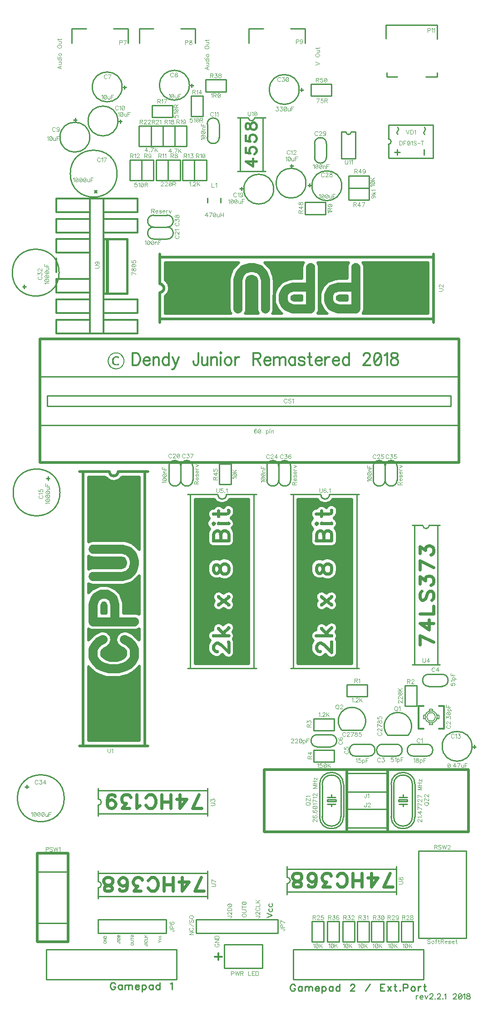
<source format=gto>
G04 DipTrace 4.0.0.5*
G04 top_silk_dendy_junior_remastered_rev_2.2.1.gto*
%MOIN*%
G04 #@! TF.FileFunction,Legend,Top*
G04 #@! TF.Part,Single*
%ADD10C,0.009843*%
%ADD16C,0.011811*%
%ADD18C,0.019685*%
%ADD23C,0.01378*%
%ADD24C,0.015*%
%ADD26C,0.007874*%
%ADD49C,0.065618*%
%ADD50C,0.032807*%
%ADD52C,0.024059*%
%ADD53C,0.012031*%
%ADD119C,0.004632*%
%ADD120C,0.010936*%
%ADD122C,0.013895*%
%ADD123C,0.006176*%
%ADD125C,0.013123*%
%ADD126C,0.003088*%
%ADD128C,0.021872*%
%ADD129C,0.017498*%
%FSLAX26Y26*%
G04*
G70*
G90*
G75*
G01*
G04 TopSilk*
%LPD*%
X3106475Y2031465D2*
D10*
X3006462D1*
X3106475Y1943965D2*
X3006462D1*
Y2031465D2*
G03X3006462Y1943965I6J-43750D01*
G01*
X3106475D2*
G03X3106475Y2031465I-6J43750D01*
G01*
X3081573Y2312741D2*
D16*
X3044070D1*
Y2143950D1*
X3081573D1*
X3194085D2*
X3231589D1*
Y2312741D1*
X3194085D1*
X3137829Y2275220D2*
D26*
G02X3137829Y2275220I0J-43745D01*
G01*
X3125322Y2287739D2*
Y2275220D1*
X3150337D1*
Y2287739D1*
X3125322D1*
X3181596Y2243959D2*
Y2218922D1*
X3194085D1*
Y2243959D1*
X3181596D1*
X3125322Y2187730D2*
Y2175212D1*
X3150337D1*
Y2187730D1*
X3125322D1*
X3081573Y2243959D2*
Y2218922D1*
X3094062D1*
Y2243959D1*
X3081573D1*
X3137829Y2262702D2*
G02X3137829Y2262702I0J-31244D01*
G01*
X2781439Y1943965D2*
D10*
X2881451D1*
X2781439Y2031465D2*
X2881451D1*
Y1943965D2*
G03X2881451Y2031465I-6J43750D01*
G01*
X2781439D2*
G03X2781439Y1943965I6J-43750D01*
G01*
X3218987Y2544012D2*
X3118974D1*
X3218987Y2456512D2*
X3118974D1*
Y2544012D2*
G03X3118974Y2456512I6J-43750D01*
G01*
X3218987D2*
G03X3218987Y2544012I-6J43750D01*
G01*
X2581622Y1943959D2*
X2681635D1*
X2581622Y2031459D2*
X2681635D1*
Y1943959D2*
G03X2681635Y2031459I-6J43750D01*
G01*
X2581622D2*
G03X2581622Y1943959I6J-43750D01*
G01*
X2300240Y2012825D2*
X2400253D1*
X2300240Y2100325D2*
X2400253D1*
Y2012825D2*
G03X2400253Y2100325I-6J43750D01*
G01*
X2300240D2*
G03X2300240Y2012825I6J-43750D01*
G01*
X886208Y6862528D2*
Y6838903D1*
X898035Y6850716D2*
X874431D1*
X650085Y6853844D2*
G02X650085Y6853844I109371J0D01*
G01*
X1380009Y6875029D2*
Y6851405D1*
X1391836Y6863217D2*
X1368231D1*
X1143886Y6866345D2*
G02X1143886Y6866345I109371J0D01*
G01*
X513246Y6611808D2*
X536871D1*
X525059Y6623635D2*
Y6600030D1*
X412560Y6485056D2*
G02X412560Y6485056I109371J0D01*
G01*
X854954Y6612502D2*
Y6588877D1*
X866781Y6600689D2*
X843176D1*
X618831Y6603818D2*
G02X618831Y6603818I109371J0D01*
G01*
X1581411Y6482032D2*
Y6582044D1*
X1493911Y6482032D2*
Y6582044D1*
X1581411D2*
G03X1493911Y6582044I-43750J-6D01*
G01*
Y6482032D2*
G03X1581411Y6482032I43750J6D01*
G01*
X2100913Y6274273D2*
X2124538D1*
X2112725Y6286100D2*
Y6262495D1*
X2000226Y6147520D2*
G02X2000226Y6147520I109371J0D01*
G01*
X3455228Y2024520D2*
Y2000895D1*
X3467055Y2012708D2*
X3443450D1*
X3219105Y2015836D2*
G02X3219105Y2015836I109371J0D01*
G01*
X313226Y3981520D2*
X336842D1*
X325051Y3993311D2*
Y3969695D1*
X68785Y3878533D2*
G02X68785Y3878533I171875J0D01*
G01*
X681622Y6093320D2*
X664916Y6076614D1*
X681588D2*
X664882Y6093320D1*
X488229Y6217449D2*
G02X488229Y6217449I171875J0D01*
G01*
X1745354Y6095080D2*
Y6118704D1*
X1733526Y6106892D2*
X1757132D1*
X1762737Y6103764D2*
G02X1762737Y6103764I109371J0D01*
G01*
X1212632Y4069076D2*
Y3969063D1*
X1300132Y4069076D2*
Y3969063D1*
X1212632D2*
G03X1300132Y3969063I43750J6D01*
G01*
Y4069076D2*
G03X1212632Y4069076I-43750J-6D01*
G01*
X1100217Y5738107D2*
X1200229D1*
X1100217Y5825607D2*
X1200229D1*
Y5738107D2*
G03X1200229Y5825607I-6J43750D01*
G01*
X1100217D2*
G03X1100217Y5738107I6J-43750D01*
G01*
X1931457Y4069076D2*
Y3969063D1*
X2018957Y4069076D2*
Y3969063D1*
X1931457D2*
G03X2018957Y3969063I43750J6D01*
G01*
Y4069076D2*
G03X1931457Y4069076I-43750J-6D01*
G01*
X2712789D2*
Y3969063D1*
X2800289Y4069076D2*
Y3969063D1*
X2712789D2*
G03X2800289Y3969063I43750J6D01*
G01*
Y4069076D2*
G03X2712789Y4069076I-43750J-6D01*
G01*
X2245371Y6120085D2*
Y6143710D1*
X2233543Y6131897D2*
X2257148D1*
X2262752Y6128769D2*
G02X2262752Y6128769I109371J0D01*
G01*
X2281494Y6438074D2*
Y6338062D1*
X2368994Y6438074D2*
Y6338062D1*
X2281494D2*
G03X2368994Y6338062I43750J6D01*
G01*
Y6438074D2*
G03X2281494Y6438074I-43750J-6D01*
G01*
X2186339Y6843772D2*
Y6820147D1*
X2198167Y6831960D2*
X2174562D1*
X1950217Y6835088D2*
G02X1950217Y6835088I109371J0D01*
G01*
X161834Y5388224D2*
X138219D1*
X150009Y5376433D2*
Y5400049D1*
X62526Y5491211D2*
G02X62526Y5491211I171875J0D01*
G01*
X168926Y1707112D2*
Y1730727D1*
X157135Y1718937D2*
X180751D1*
X100039Y1634546D2*
G02X100039Y1634546I171875J0D01*
G01*
X2800299Y4069076D2*
Y3969063D1*
X2887799Y4069076D2*
Y3969063D1*
X2800299D2*
G03X2887799Y3969063I43750J6D01*
G01*
Y4069076D2*
G03X2800299Y4069076I-43750J-6D01*
G01*
X2018967D2*
Y3969063D1*
X2106467Y4069076D2*
Y3969063D1*
X2018967D2*
G03X2106467Y3969063I43750J6D01*
G01*
Y4069076D2*
G03X2018967Y4069076I-43750J-6D01*
G01*
X1300141D2*
Y3969063D1*
X1387641Y4069076D2*
Y3969063D1*
X1300141D2*
G03X1387641Y3969063I43750J6D01*
G01*
Y4069076D2*
G03X1300141Y4069076I-43750J-6D01*
G01*
X1100217Y5825616D2*
X1200229D1*
X1100217Y5913116D2*
X1200229D1*
Y5825616D2*
G03X1200229Y5913116I-6J43750D01*
G01*
X1100217D2*
G03X1100217Y5825616I6J-43750D01*
G01*
X319010Y4587995D2*
Y4512958D1*
X3281157D1*
Y4587995D1*
X319010D1*
X265812Y4728645D2*
Y4372308D1*
X3340812D1*
Y4728645D1*
X265812D1*
Y5003601D2*
D18*
Y4097352D1*
X3340812D1*
Y5003601D1*
X265812D1*
X2519020Y1681434D2*
D10*
Y1818934D1*
X2819020D1*
Y1681434D2*
Y1818934D1*
X2519020Y1681434D2*
X2819020D1*
X2519020Y1418906D2*
Y1556406D1*
X2819020D1*
Y1418906D2*
Y1556406D1*
X2519020Y1418906D2*
X2819020D1*
X311121Y524785D2*
Y306023D1*
X1267370D1*
Y524785D1*
X311121D1*
X2124445D2*
Y306023D1*
X3080694D1*
Y524785D1*
X2124445D1*
X1193828Y643823D2*
Y743823D1*
X693828Y643823D2*
X1193828D1*
X693828Y743823D2*
X1193828D1*
X693828Y643823D2*
Y743823D1*
X1412654Y643823D2*
X2012654D1*
X1412654Y743823D2*
X2012654D1*
X1412654Y643823D2*
Y743823D1*
X2012654Y643823D2*
Y743823D1*
X1593129Y6006398D2*
Y6037882D1*
X1494696Y6006398D2*
Y6037882D1*
X500111Y7174727D2*
Y7280993D1*
X606367D1*
X806380D2*
X912587Y7280930D1*
X912637Y7174727D1*
X993913D2*
Y7280993D1*
X1100169D1*
X1300182D2*
X1406389Y7280930D1*
X1406439Y7174727D1*
X1800247D2*
Y7280993D1*
X1906504D1*
X2106517D2*
X2212724Y7280930D1*
X2212773Y7174727D1*
X2806023Y7309502D2*
X3180988D1*
Y6928227D2*
Y6959482D1*
Y6928227D2*
X3099763D1*
X2887248D2*
X2812245D1*
Y6959482D1*
X2806023Y7209517D2*
Y7309502D1*
X3180988Y7203247D2*
Y7309502D1*
X246928Y1094596D2*
X471928D1*
X246928Y719546D2*
X471928D1*
X246928Y1232071D2*
D18*
Y582071D1*
X471928D1*
Y1232071D1*
X246928D1*
X2818428Y2097082D2*
D10*
G02X2969669Y2097082I75620J66569D01*
G01*
X2818428D1*
X2480893Y2134586D2*
G02X2632134Y2134586I75620J66569D01*
G01*
X2480893D1*
X2319003Y1736439D2*
Y1498921D1*
X2494003Y1736439D2*
Y1498921D1*
X2337745Y1736439D2*
Y1498921D1*
X2475260D2*
Y1736439D1*
X2436515Y1592682D2*
X2406503D1*
X2376490D1*
X2436515Y1642677D2*
X2406503D1*
X2376490D1*
X2406503Y1592682D2*
Y1573914D1*
Y1642677D2*
Y1661446D1*
X2494003Y1736439D2*
G03X2319003Y1736439I-87500J-9D01*
G01*
Y1498921D2*
G03X2494003Y1498921I87500J9D01*
G01*
X2475260Y1736439D2*
G03X2337745Y1736439I-68758J-35D01*
G01*
Y1498921D2*
G03X2475260Y1498921I68758J35D01*
G01*
X2437758Y1623950D2*
X2375248D1*
Y1611410D1*
X2437758D1*
Y1623950D1*
X2844058Y1736439D2*
Y1498921D1*
X3019058Y1736439D2*
Y1498921D1*
X2862800Y1736439D2*
Y1498921D1*
X3000315D2*
Y1736439D1*
X2961570Y1592682D2*
X2931558D1*
X2901545D1*
X2961570Y1642677D2*
X2931558D1*
X2901545D1*
X2931558Y1592682D2*
Y1573914D1*
Y1642677D2*
Y1661446D1*
X3019058Y1736439D2*
G03X2844058Y1736439I-87500J-9D01*
G01*
Y1498921D2*
G03X3019058Y1498921I87500J9D01*
G01*
X3000315Y1736439D2*
G03X2862800Y1736439I-68758J-35D01*
G01*
Y1498921D2*
G03X3000315Y1498921I68758J35D01*
G01*
X2962813Y1623950D2*
X2900303D1*
Y1611410D1*
X2962813D1*
Y1623950D1*
X2518920Y2469005D2*
Y2381505D1*
X2668920D1*
Y2469005D1*
X2518920D1*
X2944064Y2312648D2*
X3031564D1*
Y2462648D1*
X2944064D1*
Y2312648D1*
X2425247Y2131383D2*
Y2218883D1*
X2275247D1*
Y2131383D1*
X2425247D1*
X2275247Y1987813D2*
Y1900313D1*
X2425247D1*
Y1987813D1*
X2275247D1*
X1293984Y6319406D2*
X1206484D1*
Y6169406D1*
X1293984D1*
Y6319406D1*
X1100111Y6319508D2*
X1012611D1*
Y6169508D1*
X1100111D1*
Y6319508D1*
X1487754Y6319406D2*
X1400254D1*
Y6169406D1*
X1487754D1*
Y6319406D1*
X1206372Y6319508D2*
X1118872D1*
Y6169508D1*
X1206372D1*
Y6319508D1*
X1012704Y6319406D2*
X925204D1*
Y6169406D1*
X1012704D1*
Y6319406D1*
X1400245Y6319610D2*
X1312745D1*
Y6169610D1*
X1400245D1*
Y6319610D1*
X1375149Y6638102D2*
X1462649D1*
Y6788102D1*
X1375149D1*
Y6638102D1*
X1087520Y6719451D2*
Y6631951D1*
X1237520D1*
Y6719451D1*
X1087520D1*
X1256377Y6569534D2*
X1168877D1*
Y6419534D1*
X1256377D1*
Y6569534D1*
X1343886D2*
X1256386D1*
Y6419534D1*
X1343886D1*
Y6569534D1*
X1168868D2*
X1081368D1*
Y6419534D1*
X1168868D1*
Y6569534D1*
X1081359D2*
X993859D1*
Y6419534D1*
X1081359D1*
Y6569534D1*
X2262742Y581217D2*
X2350242D1*
Y731217D1*
X2262742D1*
Y581217D1*
X2919061D2*
X3006561D1*
Y731217D1*
X2919061D1*
Y581217D1*
X2812800D2*
X2900300D1*
Y731217D1*
X2812800D1*
Y581217D1*
X2700288D2*
X2787788D1*
Y731217D1*
X2700288D1*
Y581217D1*
X2594027D2*
X2681527D1*
Y731217D1*
X2594027D1*
Y581217D1*
X2487766D2*
X2575266D1*
Y731217D1*
X2487766D1*
Y581217D1*
X2375254D2*
X2462754D1*
Y731217D1*
X2375254D1*
Y581217D1*
X1481311Y6906970D2*
Y6819470D1*
X1631311D1*
Y6906970D1*
X1481311D1*
X1668921Y4088024D2*
X1581421D1*
Y3938024D1*
X1668921D1*
Y4088024D1*
X2681421Y6025637D2*
Y6113137D1*
X2531421D1*
Y6025637D1*
X2681421D1*
X2212638Y6006876D2*
Y5919376D1*
X2362638D1*
Y6006876D1*
X2212638D1*
X2681626Y6113146D2*
Y6200646D1*
X2531626D1*
Y6113146D1*
X2681626D1*
X2256495Y6875820D2*
Y6788320D1*
X2406495D1*
Y6875820D1*
X2256495D1*
X581340Y4026955D2*
D18*
Y2019168D1*
X556337D2*
X1060111D1*
X1035107Y4026955D2*
Y2019168D1*
X556337Y4030979D2*
X776690D1*
X1060111D2*
X839758D1*
X776690D2*
X777109Y4026151D1*
X778296Y4021322D1*
X780182Y4016695D1*
X782766Y4012470D1*
X785979Y4008849D1*
X789750Y4005630D1*
X793941Y4003015D1*
X798481Y4001204D1*
X803300Y3999997D1*
X808259Y3999595D1*
X813148Y3999997D1*
X817967Y4001204D1*
X822507Y4003015D1*
X826697Y4005630D1*
X830469Y4008849D1*
X833681Y4012470D1*
X836266Y4016695D1*
X838151Y4021322D1*
X839339Y4026151D1*
X839758Y4030979D1*
X728778Y2798544D2*
D49*
X700212Y2784260D1*
X671367Y2755290D1*
X657120Y2726923D1*
Y2669385D1*
X671367Y2640616D1*
X700212Y2612049D1*
X728778Y2597564D1*
X771871Y2583280D1*
X843809D1*
X886622Y2597564D1*
X915467Y2612049D1*
X943963Y2640616D1*
X958560Y2669385D1*
Y2726923D1*
X943963Y2755290D1*
X915467Y2784260D1*
X886622Y2798544D1*
X712365D2*
D50*
X712574Y2795928D1*
X713133Y2793313D1*
X714111Y2791100D1*
X715508Y2788887D1*
X717184Y2786875D1*
X719140Y2785266D1*
X721305Y2783857D1*
X723679Y2782851D1*
X726194Y2782248D1*
X728778Y2782047D1*
X731292Y2782248D1*
X733807Y2782851D1*
X736181Y2783857D1*
X738416Y2785266D1*
X740372Y2786875D1*
X742048Y2788887D1*
X743375Y2791100D1*
X744353Y2793313D1*
X744981Y2795928D1*
X745191Y2798544D1*
X744981Y2800958D1*
X744353Y2803573D1*
X743375Y2805987D1*
X742048Y2808200D1*
X740372Y2810011D1*
X738416Y2811822D1*
X736181Y2813029D1*
X733807Y2814035D1*
X731292Y2814638D1*
X728778Y2814839D1*
X726194Y2814638D1*
X723679Y2814035D1*
X721305Y2813029D1*
X719140Y2811822D1*
X717184Y2810011D1*
X715508Y2808200D1*
X714111Y2805987D1*
X713133Y2803573D1*
X712574Y2800958D1*
X712365Y2798544D1*
X870209D2*
X870419Y2795928D1*
X870977Y2793313D1*
X872025Y2791100D1*
X873352Y2788887D1*
X875028Y2786875D1*
X876984Y2785266D1*
X879149Y2783857D1*
X881524Y2782851D1*
X884038Y2782248D1*
X886622Y2782047D1*
X889206Y2782248D1*
X891651Y2782851D1*
X894025Y2783857D1*
X896260Y2785266D1*
X898216Y2786875D1*
X899892Y2788887D1*
X901219Y2791100D1*
X902197Y2793313D1*
X902826Y2795928D1*
X903035Y2798544D1*
X902826Y2800958D1*
X902197Y2803573D1*
X901219Y2805987D1*
X899892Y2808200D1*
X898216Y2810011D1*
X896260Y2811822D1*
X894025Y2813029D1*
X891651Y2814035D1*
X889206Y2814638D1*
X886622Y2814839D1*
X884038Y2814638D1*
X881524Y2814035D1*
X879149Y2813029D1*
X876984Y2811822D1*
X875028Y2810011D1*
X873352Y2808200D1*
X872025Y2805987D1*
X870977Y2803573D1*
X870419Y2800958D1*
X870209Y2798544D1*
X814964Y2929714D2*
D49*
Y3059073D1*
X800716Y3101723D1*
X786119Y3116410D1*
X757623Y3130694D1*
X714530D1*
X685964Y3116410D1*
X671367Y3101723D1*
X657120Y3059073D1*
Y2929714D1*
X958560D1*
X798551D2*
D50*
X798760Y2927098D1*
X799389Y2924684D1*
X800367Y2922270D1*
X801694Y2920057D1*
X803370Y2918045D1*
X805325Y2916436D1*
X807560Y2915027D1*
X809935Y2914022D1*
X812379Y2913418D1*
X814964Y2913217D1*
X817548Y2913418D1*
X820062Y2914022D1*
X822437Y2915027D1*
X824602Y2916436D1*
X826557Y2918045D1*
X828234Y2920057D1*
X829631Y2922270D1*
X830608Y2924684D1*
X831167Y2927098D1*
X831377Y2929714D1*
X831167Y2932329D1*
X830608Y2934743D1*
X829631Y2937157D1*
X828234Y2939370D1*
X826557Y2941382D1*
X824602Y2942992D1*
X822437Y2944400D1*
X820062Y2945406D1*
X817548Y2946009D1*
X814964Y2946210D1*
X812379Y2946009D1*
X809935Y2945406D1*
X807560Y2944400D1*
X805325Y2942992D1*
X803370Y2941382D1*
X801694Y2939370D1*
X800367Y2937157D1*
X799389Y2934743D1*
X798760Y2932329D1*
X798551Y2929714D1*
X942147D2*
X942356Y2927098D1*
X942985Y2924684D1*
X943963Y2922270D1*
X945290Y2920057D1*
X946966Y2918045D1*
X948922Y2916436D1*
X951157Y2915027D1*
X953531Y2914022D1*
X955976Y2913418D1*
X958560Y2913217D1*
X961144Y2913418D1*
X963658Y2914022D1*
X966033Y2915027D1*
X968198Y2916436D1*
X970154Y2918045D1*
X971830Y2920057D1*
X973157Y2922270D1*
X974135Y2924684D1*
X974763Y2927098D1*
X974973Y2929714D1*
X974763Y2932329D1*
X974135Y2934743D1*
X973157Y2937157D1*
X971830Y2939370D1*
X970154Y2941382D1*
X968198Y2942992D1*
X966033Y2944400D1*
X963658Y2945406D1*
X961144Y2946009D1*
X958560Y2946210D1*
X955976Y2946009D1*
X953531Y2945406D1*
X951157Y2944400D1*
X948922Y2942992D1*
X946966Y2941382D1*
X945290Y2939370D1*
X943963Y2937157D1*
X942985Y2934743D1*
X942356Y2932329D1*
X942147Y2929714D1*
X657120Y3261864D2*
D49*
X872374D1*
X915467Y3276148D1*
X943963Y3304916D1*
X958560Y3348170D1*
Y3376738D1*
X943963Y3419791D1*
X915467Y3448560D1*
X872374Y3462844D1*
X657120D1*
X640707Y3261864D2*
D50*
X640916Y3259248D1*
X641545Y3256834D1*
X642522Y3254420D1*
X643849Y3252207D1*
X645526Y3250396D1*
X647481Y3248586D1*
X649646Y3247379D1*
X652091Y3246373D1*
X654535Y3245769D1*
X657120Y3245568D1*
X659704Y3245769D1*
X662218Y3246373D1*
X664593Y3247379D1*
X666758Y3248586D1*
X668713Y3250396D1*
X670390Y3252207D1*
X671717Y3254420D1*
X672764Y3256834D1*
X673323Y3259248D1*
X673533Y3261864D1*
X673323Y3264479D1*
X672764Y3266893D1*
X671717Y3269307D1*
X670390Y3271520D1*
X668713Y3273532D1*
X666758Y3275142D1*
X664593Y3276550D1*
X662218Y3277556D1*
X659704Y3278159D1*
X657120Y3278360D1*
X654535Y3278159D1*
X652091Y3277556D1*
X649646Y3276550D1*
X647481Y3275142D1*
X645526Y3273532D1*
X643849Y3271520D1*
X642522Y3269307D1*
X641545Y3266893D1*
X640916Y3264479D1*
X640707Y3261864D1*
Y3462844D2*
X640916Y3460228D1*
X641545Y3457814D1*
X642522Y3455400D1*
X643849Y3453187D1*
X645526Y3451175D1*
X647481Y3449566D1*
X649646Y3448157D1*
X652091Y3447353D1*
X654535Y3446749D1*
X657120Y3446548D1*
X659704Y3446749D1*
X662218Y3447353D1*
X664593Y3448157D1*
X666758Y3449566D1*
X668713Y3451175D1*
X670390Y3453187D1*
X671717Y3455400D1*
X672764Y3457814D1*
X673323Y3460228D1*
X673533Y3462844D1*
X673323Y3465459D1*
X672764Y3467873D1*
X671717Y3470287D1*
X670390Y3472500D1*
X668713Y3474512D1*
X666758Y3476122D1*
X664593Y3477530D1*
X662218Y3478536D1*
X659704Y3479139D1*
X657120Y3479340D1*
X654535Y3479139D1*
X652091Y3478536D1*
X649646Y3477530D1*
X647481Y3476122D1*
X645526Y3474512D1*
X643849Y3472500D1*
X642522Y3470287D1*
X641545Y3467873D1*
X640916Y3465459D1*
X640707Y3462844D1*
X623455Y3982897D2*
D18*
X753293D1*
X863155D2*
X992992D1*
X623455Y3963382D2*
X782836D1*
X833542D2*
X992992D1*
X623455Y3943868D2*
X992992D1*
X623455Y3924353D2*
X992992D1*
X623455Y3904637D2*
X992992D1*
X623455Y3885123D2*
X992992D1*
X623455Y3865608D2*
X992992D1*
X623455Y3846094D2*
X992992D1*
X623455Y3826579D2*
X992992D1*
X623455Y3806863D2*
X992992D1*
X623455Y3787349D2*
X992992D1*
X623455Y3767834D2*
X992992D1*
X623455Y3748320D2*
X992992D1*
X623455Y3728805D2*
X992992D1*
X623455Y3709089D2*
X992992D1*
X623455Y3689575D2*
X992992D1*
X623455Y3670060D2*
X992992D1*
X623455Y3650546D2*
X992992D1*
X623455Y3631031D2*
X992992D1*
X623455Y3611315D2*
X992992D1*
X623455Y3591801D2*
X992992D1*
X623455Y3572286D2*
X992992D1*
X623455Y3552772D2*
X992992D1*
X623455Y3533257D2*
X992992D1*
X921823Y3513541D2*
X992992D1*
X961214Y3494027D2*
X992992D1*
X980560Y3474512D2*
X992992D1*
X623455Y3396253D2*
X870558D1*
X623455Y3376738D2*
X889905D1*
X623455Y3357223D2*
X893048D1*
X623455Y3337709D2*
X885505D1*
X970363Y3239935D2*
X992992D1*
X946896Y3220420D2*
X992992D1*
X623455Y3200705D2*
X639449D1*
X890044D2*
X992992D1*
X623455Y3181190D2*
X672485D1*
X799598D2*
X992992D1*
X623455Y3161675D2*
X640008D1*
X832075D2*
X992992D1*
X851282Y3142161D2*
X992992D1*
X862317Y3122646D2*
X992992D1*
X868812Y3102931D2*
X992992D1*
X875377Y3083416D2*
X992992D1*
X727241Y3063901D2*
X744842D1*
X879917D2*
X992992D1*
X722213Y3044387D2*
X749940D1*
X880057D2*
X992992D1*
X722213Y3024872D2*
X749940D1*
X880057D2*
X992992D1*
X722213Y3005157D2*
X749940D1*
X880057D2*
X992992D1*
X623455Y2868353D2*
X640287D1*
X975392D2*
X992992D1*
X623455Y2848839D2*
X686314D1*
X768868D2*
X846532D1*
X929226D2*
X992992D1*
X623455Y2829324D2*
X654046D1*
X785839D2*
X829561D1*
X961633D2*
X992992D1*
X623455Y2809609D2*
X634491D1*
X792824D2*
X822507D1*
X980979D2*
X992992D1*
X793312Y2790094D2*
X822088D1*
X787376Y2770579D2*
X828024D1*
X772360Y2751065D2*
X842970D1*
X738765Y2731550D2*
X876844D1*
X722213Y2711835D2*
X893327D1*
X722213Y2692320D2*
X893467D1*
X730594Y2672805D2*
X884946D1*
X763140Y2653291D2*
X852260D1*
X623455Y2575031D2*
X645945D1*
X969665D2*
X992992D1*
X623455Y2555517D2*
X670320D1*
X945360D2*
X992992D1*
X623455Y2536002D2*
X711946D1*
X903454D2*
X992992D1*
X623455Y2516488D2*
X992992D1*
X623455Y2496772D2*
X992992D1*
X623455Y2477257D2*
X992992D1*
X623455Y2457743D2*
X992992D1*
X623455Y2438228D2*
X992992D1*
X623455Y2418714D2*
X992992D1*
X623455Y2398998D2*
X992992D1*
X623455Y2379483D2*
X992992D1*
X623455Y2359969D2*
X992992D1*
X623455Y2340454D2*
X992992D1*
X623455Y2320940D2*
X992992D1*
X623455Y2301224D2*
X992992D1*
X623455Y2281709D2*
X992992D1*
X623455Y2262195D2*
X992992D1*
X623455Y2242680D2*
X992992D1*
X623455Y2223166D2*
X992992D1*
X623455Y2203450D2*
X992992D1*
X623455Y2183935D2*
X992992D1*
X623455Y2164421D2*
X992992D1*
X623455Y2144906D2*
X992992D1*
X623455Y2125392D2*
X992992D1*
X623455Y2105676D2*
X992992D1*
X623455Y2086161D2*
X992992D1*
X623455Y2066647D2*
X992992D1*
X621430Y3209758D2*
Y3140350D1*
X616541Y3209758D2*
D10*
G03X626389Y3209758I4924J96D01*
G01*
G03X616541Y3209758I-4924J105D01*
G01*
Y3140350D2*
G03X626389Y3140350I4924J96D01*
G01*
G03X616541Y3140350I-4924J105D01*
G01*
X621430D2*
D18*
X623735Y3143167D1*
X618776D2*
D10*
G03X628624Y3143167I4924J96D01*
G01*
G03X618776Y3143167I-4924J105D01*
G01*
X623735D2*
D18*
X641335Y3161072D1*
X636446D2*
D10*
G03X646294Y3161072I4924J-105D01*
G01*
G03X636446Y3161072I-4924J-96D01*
G01*
X641335D2*
D18*
X648878Y3167510D1*
X643989D2*
D10*
G03X653767Y3167510I4889J-139D01*
G01*
G03X643989Y3167510I-4889J-61D01*
G01*
X648878D2*
D18*
X657329Y3172740D1*
X652440D2*
D10*
G03X662288Y3172740I4924J-105D01*
G01*
G03X652440Y3172740I-4924J-96D01*
G01*
X657329D2*
D18*
X690784Y3189237D1*
X685895D2*
D10*
G03X695742Y3189237I4924J-105D01*
G01*
G03X685895Y3189237I-4924J-96D01*
G01*
X690784D2*
D18*
X700212Y3192255D1*
X695323D2*
D10*
G03X705171Y3192255I4924J-105D01*
G01*
G03X695323Y3192255I-4924J-96D01*
G01*
X700212D2*
D18*
X710060Y3193663D1*
X705101D2*
D10*
G03X714949Y3193663I4924J-105D01*
G01*
G03X705101Y3193663I-4924J-96D01*
G01*
X710060D2*
D18*
X757623Y3193864D1*
X752664D2*
D10*
G03X762512Y3193864I4924J-105D01*
G01*
G03X752664Y3193864I-4924J-96D01*
G01*
X757623D2*
D18*
X767471Y3193060D1*
X762582D2*
D10*
G03X772430Y3193060I4924J-105D01*
G01*
G03X762582Y3193060I-4924J-96D01*
G01*
X767471D2*
D18*
X777109Y3190646D1*
X772220D2*
D10*
G03X782068Y3190646I4924J96D01*
G01*
G03X772220Y3190646I-4924J105D01*
G01*
X777109D2*
D18*
X781788Y3189036D1*
X776830D2*
D10*
G03X786677Y3189036I4924J-105D01*
G01*
G03X776830Y3189036I-4924J-96D01*
G01*
X781788D2*
D18*
X814335Y3172942D1*
X809446D2*
D10*
G03X819294Y3172942I4924J-105D01*
G01*
G03X809446Y3172942I-4924J-96D01*
G01*
X814335D2*
D18*
X822856Y3167711D1*
X817897D2*
D10*
G03X827745Y3167711I4924J96D01*
G01*
G03X817897Y3167711I-4924J105D01*
G01*
X822856D2*
D18*
X830469Y3161273D1*
X825510D2*
D10*
G03X835358Y3161273I4924J96D01*
G01*
G03X825510Y3161273I-4924J105D01*
G01*
X830469D2*
D18*
X848698Y3142764D1*
X843809D2*
D10*
G03X853656Y3142764I4924J96D01*
G01*
G03X843809Y3142764I-4924J105D01*
G01*
X848698D2*
D18*
X854564Y3134717D1*
X849606D2*
D10*
G03X859453Y3134717I4924J96D01*
G01*
G03X849606Y3134717I-4924J105D01*
G01*
X854564D2*
D18*
X859034Y3125865D1*
X854145D2*
D10*
G03X863993Y3125865I4924J96D01*
G01*
G03X854145Y3125865I-4924J105D01*
G01*
X859034D2*
D18*
X874889Y3078990D1*
X869930D2*
D10*
G03X879777Y3078990I4924J96D01*
G01*
G03X869930Y3078990I-4924J105D01*
G01*
X874889D2*
D18*
X877263Y3069333D1*
X872304D2*
D10*
G03X882152Y3069333I4924J96D01*
G01*
G03X872304Y3069333I-4924J105D01*
G01*
X877263D2*
D18*
X878101Y3059475D1*
X873212D2*
D10*
G03X882990Y3059475I4889J61D01*
G01*
G03X873212Y3059475I-4889J139D01*
G01*
X878101D2*
D18*
Y2992885D1*
X873212D2*
D10*
G03X883060Y2992885I4924J-105D01*
G01*
G03X873212Y2992885I-4924J-96D01*
G01*
X878101D2*
D18*
X963519Y2992683D1*
X958630D2*
D10*
G03X968477Y2992683I4924J-105D01*
G01*
G03X958630Y2992683I-4924J-96D01*
G01*
X963519D2*
D18*
X973297Y2991074D1*
X968408D2*
D10*
G03X978255Y2991074I4924J96D01*
G01*
G03X968408Y2991074I-4924J105D01*
G01*
X973297D2*
D18*
X982725Y2988056D1*
X977836D2*
D10*
G03X987684Y2988056I4924J-105D01*
G01*
G03X977836Y2988056I-4924J-96D01*
G01*
X982725D2*
D18*
X991526Y2983630D1*
X986637D2*
D10*
G03X996484Y2983630I4924J-105D01*
G01*
G03X986637Y2983630I-4924J-96D01*
G01*
X991526D2*
D18*
X991945Y2983228D1*
X995018Y2983831D1*
X990059D2*
D10*
G03X999907Y2983831I4924J-105D01*
G01*
G03X990059Y2983831I-4924J-96D01*
G01*
X995018D2*
D18*
Y3267899D1*
X990059D2*
D10*
G03X999907Y3267899I4924J-105D01*
G01*
G03X990059Y3267899I-4924J-96D01*
G01*
X995018D2*
D18*
X991456Y3263473D1*
X986567D2*
D10*
G03X996414Y3263473I4924J-105D01*
G01*
G03X986567Y3263473I-4924J-96D01*
G01*
X991456D2*
D18*
X960376Y3231686D1*
X955417D2*
D10*
G03X965265Y3231686I4924J96D01*
G01*
G03X955417Y3231686I-4924J105D01*
G01*
X960376D2*
D18*
X952833Y3225249D1*
X947944D2*
D10*
G03X957792Y3225249I4924J96D01*
G01*
G03X947944Y3225249I-4924J105D01*
G01*
X952833D2*
D18*
X944452Y3220018D1*
X939493D2*
D10*
G03X949341Y3220018I4924J96D01*
G01*
G03X939493Y3220018I-4924J105D01*
G01*
X944452D2*
D18*
X935302Y3216196D1*
X930343D2*
D10*
G03X940191Y3216196I4924J96D01*
G01*
G03X930343Y3216196I-4924J105D01*
G01*
X935302D2*
D18*
X887390Y3200503D1*
X882501D2*
D10*
G03X892349Y3200503I4924J96D01*
G01*
G03X882501Y3200503I-4924J105D01*
G01*
X887390D2*
D18*
X877612Y3199095D1*
X872723D2*
D10*
G03X882571Y3199095I4924J-105D01*
G01*
G03X872723Y3199095I-4924J-96D01*
G01*
X877612D2*
D18*
X863155Y3198693D1*
X858266D2*
D10*
G03X868114Y3198693I4924J96D01*
G01*
G03X858266Y3198693I-4924J105D01*
G01*
X863155D2*
D18*
X652161Y3198894D1*
X647272D2*
D10*
G03X657120Y3198894I4924J96D01*
G01*
G03X647272Y3198894I-4924J105D01*
G01*
X652161D2*
D18*
X642383Y3200503D1*
X637494D2*
D10*
G03X647342Y3200503I4924J96D01*
G01*
G03X637494Y3200503I-4924J105D01*
G01*
X642383D2*
D18*
X632954Y3203521D1*
X628065D2*
D10*
G03X637913Y3203521I4924J96D01*
G01*
G03X628065Y3203521I-4924J105D01*
G01*
X632954D2*
D18*
X623874Y3208148D1*
X618986D2*
D10*
G03X628833Y3208148I4924J96D01*
G01*
G03X618986Y3208148I-4924J105D01*
G01*
X621430Y2877608D2*
D18*
Y2793916D1*
X616541Y2877608D2*
D10*
G03X626389Y2877608I4924J96D01*
G01*
G03X616541Y2877608I-4924J105D01*
G01*
Y2793916D2*
G03X626389Y2793916I4924J96D01*
G01*
G03X616541Y2793916I-4924J105D01*
G01*
X621430D2*
D18*
X626459Y2799751D1*
X621500D2*
D10*
G03X631348Y2799751I4924J-105D01*
G01*
G03X621500Y2799751I-4924J-96D01*
G01*
X626459D2*
D18*
X659215Y2832141D1*
X654326D2*
D10*
G03X664174Y2832141I4924J96D01*
G01*
G03X654326Y2832141I-4924J105D01*
G01*
X659215D2*
D18*
X667247Y2837975D1*
X662358D2*
D10*
G03X672206Y2837975I4924J96D01*
G01*
G03X662358Y2837975I-4924J105D01*
G01*
X667247D2*
D18*
X680237Y2844815D1*
X675279D2*
D10*
G03X685126Y2844815I4924J-105D01*
G01*
G03X675279Y2844815I-4924J-96D01*
G01*
X680237D2*
D18*
X705031Y2856886D1*
X700143D2*
D10*
G03X709990Y2856886I4924J96D01*
G01*
G03X700143Y2856886I-4924J105D01*
G01*
X705031D2*
D18*
X714460Y2859904D1*
X709571D2*
D10*
G03X719419Y2859904I4924J96D01*
G01*
G03X709571Y2859904I-4924J105D01*
G01*
X714460D2*
D18*
X724308Y2861513D1*
X719349D2*
D10*
G03X729197Y2861513I4924J-105D01*
G01*
G03X719349Y2861513I-4924J-96D01*
G01*
X724308D2*
D18*
X734156Y2861312D1*
X729267D2*
D10*
G03X739115Y2861312I4924J96D01*
G01*
G03X729267Y2861312I-4924J105D01*
G01*
X734156D2*
D18*
X743934Y2859703D1*
X739045D2*
D10*
G03X748893Y2859703I4924J96D01*
G01*
G03X739045Y2859703I-4924J105D01*
G01*
X743934D2*
D18*
X753363Y2856685D1*
X748404D2*
D10*
G03X758251Y2856685I4924J-105D01*
G01*
G03X748404Y2856685I-4924J-96D01*
G01*
X753363D2*
D18*
X762163Y2852058D1*
X757204D2*
D10*
G03X767052Y2852058I4924J-105D01*
G01*
G03X757204Y2852058I-4924J-96D01*
G01*
X762163D2*
D18*
X770125Y2846223D1*
X765166D2*
D10*
G03X775014Y2846223I4924J-105D01*
G01*
G03X765166Y2846223I-4924J-96D01*
G01*
X770125D2*
D18*
X777039Y2839182D1*
X772150D2*
D10*
G03X781998Y2839182I4924J-105D01*
G01*
G03X772150Y2839182I-4924J-96D01*
G01*
X777039D2*
D18*
X782836Y2831135D1*
X777877D2*
D10*
G03X787725Y2831135I4924J-105D01*
G01*
G03X777877Y2831135I-4924J-96D01*
G01*
X782836D2*
D18*
X787236Y2822283D1*
X782347D2*
D10*
G03X792195Y2822283I4924J-105D01*
G01*
G03X782347Y2822283I-4924J-96D01*
G01*
X787236D2*
D18*
X790239Y2812827D1*
X785350D2*
D10*
G03X795198Y2812827I4924J-105D01*
G01*
G03X785350Y2812827I-4924J-96D01*
G01*
X790239D2*
D18*
X791706Y2802970D1*
X786817D2*
D10*
G03X796665Y2802970I4924J-105D01*
G01*
G03X786817Y2802970I-4924J-96D01*
G01*
X791706D2*
D18*
X791636Y2793112D1*
X786747D2*
D10*
G03X796595Y2793112I4924J-105D01*
G01*
G03X786747Y2793112I-4924J-96D01*
G01*
X791636D2*
D18*
X790030Y2783254D1*
X785141D2*
D10*
G03X794919Y2783254I4889J61D01*
G01*
G03X785141Y2783254I-4889J139D01*
G01*
X790030D2*
D18*
X786887Y2773798D1*
X781998D2*
D10*
G03X791846Y2773798I4924J96D01*
G01*
G03X781998Y2773798I-4924J105D01*
G01*
X786887D2*
D18*
X782347Y2765148D1*
X777388D2*
D10*
G03X787236Y2765148I4924J-105D01*
G01*
G03X777388Y2765148I-4924J-96D01*
G01*
X782347D2*
D18*
X776480Y2757100D1*
X771522D2*
D10*
G03X781369Y2757100I4924J96D01*
G01*
G03X771522Y2757100I-4924J105D01*
G01*
X776480D2*
D18*
X769356Y2750260D1*
X764467D2*
D10*
G03X774315Y2750260I4924J-105D01*
G01*
G03X764467Y2750260I-4924J-96D01*
G01*
X769356D2*
D18*
X761325Y2744426D1*
X756436D2*
D10*
G03X766283Y2744426I4924J-105D01*
G01*
G03X756436Y2744426I-4924J-96D01*
G01*
X761325D2*
D18*
X737648Y2732355D1*
X732689D2*
D10*
G03X742537Y2732355I4924J-105D01*
G01*
G03X732689Y2732355I-4924J-96D01*
G01*
X737648D2*
D18*
X723260Y2718071D1*
X718371D2*
D10*
G03X728219Y2718071I4924J-105D01*
G01*
G03X718371Y2718071I-4924J-96D01*
G01*
X723260D2*
D18*
X720257Y2708414D1*
X715368D2*
D10*
G03X725146Y2708414I4889J61D01*
G01*
G03X715368Y2708414I-4889J139D01*
G01*
X720257D2*
D18*
Y2684273D1*
X715368D2*
D10*
G03X725146Y2684273I4889J-139D01*
G01*
G03X715368Y2684273I-4889J-61D01*
G01*
X720257D2*
D18*
X723330Y2678036D1*
X718371D2*
D10*
G03X728219Y2678036I4924J96D01*
G01*
G03X718371Y2678036I-4924J105D01*
G01*
X723330D2*
D18*
X737718Y2663752D1*
X732759D2*
D10*
G03X742607Y2663752I4924J96D01*
G01*
G03X732759Y2663752I-4924J105D01*
G01*
X737718D2*
D18*
X753153Y2655906D1*
X748264D2*
D10*
G03X758112Y2655906I4924J96D01*
G01*
G03X748264Y2655906I-4924J105D01*
G01*
X753153D2*
D18*
X782068Y2646451D1*
X777179D2*
D10*
G03X787027Y2646451I4924J-105D01*
G01*
G03X777179Y2646451I-4924J-96D01*
G01*
X782068D2*
D18*
X833542D1*
X828653D2*
D10*
G03X838501Y2646451I4924J-105D01*
G01*
G03X828653Y2646451I-4924J-96D01*
G01*
X833542D2*
D18*
X862247Y2655906D1*
X857288D2*
D10*
G03X867136Y2655906I4924J96D01*
G01*
G03X857288Y2655906I-4924J105D01*
G01*
X862247D2*
D18*
X877962Y2663953D1*
X873003D2*
D10*
G03X882851Y2663953I4924J-105D01*
G01*
G03X873003Y2663953I-4924J-96D01*
G01*
X877962D2*
D18*
X892209Y2678036D1*
X887320D2*
D10*
G03X897168Y2678036I4924J96D01*
G01*
G03X887320Y2678036I-4924J105D01*
G01*
X892209D2*
D18*
X895422Y2687894D1*
X890533D2*
D10*
G03X900381Y2687894I4924J-105D01*
G01*
G03X890533Y2687894I-4924J-96D01*
G01*
X895422D2*
D18*
Y2711633D1*
X890533D2*
D10*
G03X900381Y2711633I4924J96D01*
G01*
G03X890533Y2711633I-4924J105D01*
G01*
X895422D2*
D18*
X892209Y2717870D1*
X887320D2*
D10*
G03X897168Y2717870I4924J96D01*
G01*
G03X887320Y2717870I-4924J105D01*
G01*
X892209D2*
D18*
X878031Y2732355D1*
X873073D2*
D10*
G03X882920Y2732355I4924J-105D01*
G01*
G03X873073Y2732355I-4924J-96D01*
G01*
X878031D2*
D18*
X854285Y2744225D1*
X849396D2*
D10*
G03X859174Y2744225I4889J61D01*
G01*
G03X849396Y2744225I-4889J139D01*
G01*
X854285D2*
D18*
X846183Y2750059D1*
X841294D2*
D10*
G03X851142Y2750059I4924J-105D01*
G01*
G03X841294Y2750059I-4924J-96D01*
G01*
X846183D2*
D18*
X839129Y2756899D1*
X834170D2*
D10*
G03X844018Y2756899I4924J96D01*
G01*
G03X834170Y2756899I-4924J-96D01*
G01*
X839129D2*
D18*
X833193Y2764745D1*
X828304D2*
D10*
G03X838081Y2764745I4889J61D01*
G01*
G03X828304Y2764745I-4889J139D01*
G01*
X833193D2*
D18*
X828583Y2773597D1*
X823694D2*
D10*
G03X833542Y2773597I4924J96D01*
G01*
G03X823694Y2773597I-4924J105D01*
G01*
X828583D2*
D18*
X825440Y2783053D1*
X820481D2*
D10*
G03X830329Y2783053I4924J-105D01*
G01*
G03X820481Y2783053I-4924J-96D01*
G01*
X825440D2*
D18*
X823764Y2792709D1*
X818805D2*
D10*
G03X828653Y2792709I4924J96D01*
G01*
G03X818805Y2792709I-4924J105D01*
G01*
X823764D2*
D18*
X823624Y2802567D1*
X818735D2*
D10*
G03X828513Y2802567I4889J61D01*
G01*
G03X818735Y2802567I-4889J139D01*
G01*
X823624D2*
D18*
X825021Y2812425D1*
X820132D2*
D10*
G03X829980Y2812425I4924J96D01*
G01*
G03X820132Y2812425I-4924J105D01*
G01*
X825021D2*
D18*
X828024Y2821881D1*
X823065D2*
D10*
G03X832913Y2821881I4924J96D01*
G01*
G03X823065Y2821881I-4924J105D01*
G01*
X828024D2*
D18*
X832424Y2830733D1*
X827465D2*
D10*
G03X837313Y2830733I4924J96D01*
G01*
G03X827465Y2830733I-4924J105D01*
G01*
X832424D2*
D18*
X838081Y2838981D1*
X833193D2*
D10*
G03X843040Y2838981I4924J-105D01*
G01*
G03X833193Y2838981I-4924J-96D01*
G01*
X838081D2*
D18*
X845066Y2846022D1*
X840107D2*
D10*
G03X849955Y2846022I4924J-105D01*
G01*
G03X840107Y2846022I-4924J-96D01*
G01*
X845066D2*
D18*
X852958Y2851857D1*
X848069D2*
D10*
G03X857917Y2851857I4924J96D01*
G01*
G03X848069Y2851857I-4924J105D01*
G01*
X852958D2*
D18*
X861758Y2856484D1*
X856799D2*
D10*
G03X866647Y2856484I4924J96D01*
G01*
G03X856799Y2856484I-4924J105D01*
G01*
X861758D2*
D18*
X871117Y2859703D1*
X866228D2*
D10*
G03X876076Y2859703I4924J-105D01*
G01*
G03X866228Y2859703I-4924J-96D01*
G01*
X871117D2*
D18*
X880895Y2861312D1*
X875936D2*
D10*
G03X885784Y2861312I4924J96D01*
G01*
G03X875936Y2861312I-4924J105D01*
G01*
X880895D2*
D18*
X890813Y2861513D1*
X885854D2*
D10*
G03X895702Y2861513I4924J-105D01*
G01*
G03X885854Y2861513I-4924J-96D01*
G01*
X890813D2*
D18*
X900591Y2860105D1*
X895702D2*
D10*
G03X905549Y2860105I4924J-105D01*
G01*
G03X895702Y2860105I-4924J-96D01*
G01*
X900591D2*
D18*
X910089Y2857087D1*
X905130D2*
D10*
G03X914978Y2857087I4924J96D01*
G01*
G03X905130Y2857087I-4924J-96D01*
G01*
X910089D2*
D18*
X931042Y2847028D1*
X926153D2*
D10*
G03X936001Y2847028I4924J-105D01*
G01*
G03X926153Y2847028I-4924J-96D01*
G01*
X931042D2*
D18*
X948782Y2837774D1*
X943823D2*
D10*
G03X953671Y2837774I4924J96D01*
G01*
G03X943823Y2837774I-4924J105D01*
G01*
X948782D2*
D18*
X956744Y2831940D1*
X951785D2*
D10*
G03X961633Y2831940I4924J96D01*
G01*
G03X951785Y2831940I-4924J105D01*
G01*
X956744D2*
D18*
X973297Y2815443D1*
X968338D2*
D10*
G03X978186Y2815443I4924J96D01*
G01*
G03X968338Y2815443I-4924J105D01*
G01*
X973297D2*
D18*
X992224Y2796129D1*
X987335D2*
D10*
G03X997183Y2796129I4924J-105D01*
G01*
G03X987335Y2796129I-4924J-96D01*
G01*
X992224D2*
D18*
X995018Y2799952D1*
X990059D2*
D10*
G03X999907Y2799952I4924J96D01*
G01*
G03X990059Y2799952I-4924J105D01*
G01*
X995018D2*
D18*
Y2878211D1*
X990059D2*
D10*
G03X999907Y2878211I4924J-105D01*
G01*
G03X990059Y2878211I-4924J-96D01*
G01*
X995018D2*
D18*
X987195Y2873383D1*
X982306D2*
D10*
G03X992154Y2873383I4924J96D01*
G01*
G03X982306Y2873383I-4924J105D01*
G01*
X987195D2*
D18*
X978046Y2869762D1*
X973157D2*
D10*
G03X983005Y2869762I4924J-105D01*
G01*
G03X973157Y2869762I-4924J-96D01*
G01*
X978046D2*
D18*
X968477Y2867348D1*
X963519D2*
D10*
G03X973366Y2867348I4924J96D01*
G01*
G03X963519Y2867348I-4924J105D01*
G01*
X968477D2*
D18*
X958560Y2866543D1*
X953671D2*
D10*
G03X963519Y2866543I4924J96D01*
G01*
G03X953671Y2866543I-4924J105D01*
G01*
X958560D2*
D18*
X652161Y2866744D1*
X647272D2*
D10*
G03X657120Y2866744I4924J96D01*
G01*
G03X647272Y2866744I-4924J105D01*
G01*
X652161D2*
D18*
X642383Y2868353D1*
X637494D2*
D10*
G03X647342Y2868353I4924J-105D01*
G01*
G03X637494Y2868353I-4924J-96D01*
G01*
X642383D2*
D18*
X632954Y2871371D1*
X628065D2*
D10*
G03X637913Y2871371I4924J96D01*
G01*
G03X628065Y2871371I-4924J105D01*
G01*
X632954D2*
D18*
X624154Y2875998D1*
X619195D2*
D10*
G03X629043Y2875998I4924J-105D01*
G01*
G03X619195Y2875998I-4924J-96D01*
G01*
X655862Y2567185D2*
D18*
X623595Y2599374D1*
X650904Y2567185D2*
D10*
G03X660751Y2567185I4924J96D01*
G01*
G03X650904Y2567185I-4924J105D01*
G01*
X618706Y2599374D2*
G03X628554Y2599374I4924J96D01*
G01*
G03X618706Y2599374I-4924J-96D01*
G01*
X623595D2*
D18*
X621430Y2601990D1*
X616541D2*
D10*
G03X626389Y2601990I4924J96D01*
G01*
G03X616541Y2601990I-4924J105D01*
G01*
X621430D2*
D18*
Y2059404D1*
X616541D2*
D10*
G03X626389Y2059404I4924J-105D01*
G01*
G03X616541Y2059404I-4924J-96D01*
G01*
X621430D2*
D18*
X995018D1*
X990059D2*
D10*
G03X999907Y2059404I4924J-105D01*
G01*
G03X990059Y2059404I-4924J-96D01*
G01*
X995018D2*
D18*
Y2603398D1*
X990059D2*
D10*
G03X999907Y2603398I4924J96D01*
G01*
G03X990059Y2603398I-4924J105D01*
G01*
X995018D2*
D18*
X988732Y2596155D1*
X983843D2*
D10*
G03X993691Y2596155I4924J-105D01*
G01*
G03X983843Y2596155I-4924J-96D01*
G01*
X988732D2*
D18*
X956465Y2564168D1*
X951506D2*
D10*
G03X961354Y2564168I4924J-105D01*
G01*
G03X951506Y2564168I-4924J-96D01*
G01*
X956465D2*
D18*
X948433Y2558333D1*
X943544D2*
D10*
G03X953391Y2558333I4924J-105D01*
G01*
G03X943544Y2558333I-4924J-96D01*
G01*
X948433D2*
D18*
X927550Y2547470D1*
X922661D2*
D10*
G03X932509Y2547470I4924J96D01*
G01*
G03X922661Y2547470I-4924J105D01*
G01*
X927550D2*
D18*
X910578Y2539221D1*
X905619D2*
D10*
G03X915467Y2539221I4924J-105D01*
G01*
G03X905619Y2539221I-4924J-96D01*
G01*
X910578D2*
D18*
X863784Y2523328D1*
X858895D2*
D10*
G03X868742Y2523328I4924J96D01*
G01*
G03X858895Y2523328I-4924J105D01*
G01*
X863784D2*
D18*
X854145Y2520914D1*
X849256D2*
D10*
G03X859104Y2520914I4924J96D01*
G01*
G03X849256Y2520914I-4924J105D01*
G01*
X854145D2*
D18*
X844297Y2520109D1*
X839339D2*
D10*
G03X849186Y2520109I4924J96D01*
G01*
G03X839339Y2520109I-4924J105D01*
G01*
X844297D2*
D18*
X766912Y2520310D1*
X762023D2*
D10*
G03X771871Y2520310I4924J96D01*
G01*
G03X762023Y2520310I-4924J105D01*
G01*
X766912D2*
D18*
X757134Y2521920D1*
X752245D2*
D10*
G03X762023Y2521920I4889J-139D01*
G01*
G03X752245Y2521920I-4889J-61D01*
G01*
X757134D2*
D18*
X743305Y2526144D1*
X738416D2*
D10*
G03X748264Y2526144I4924J96D01*
G01*
G03X738416Y2526144I-4924J105D01*
G01*
X743305D2*
D18*
X704263Y2539422D1*
X699374D2*
D10*
G03X709222Y2539422I4924J-105D01*
G01*
G03X699374Y2539422I-4924J-96D01*
G01*
X704263D2*
D18*
X683660Y2549683D1*
X678701D2*
D10*
G03X688549Y2549683I4924J96D01*
G01*
G03X678701Y2549683I-4924J-96D01*
G01*
X683660D2*
D18*
X667177Y2558333D1*
X662218D2*
D10*
G03X672066Y2558333I4924J96D01*
G01*
G03X662218Y2558333I-4924J105D01*
G01*
X667177D2*
D18*
X659145Y2564168D1*
X654256D2*
D10*
G03X664104Y2564168I4924J96D01*
G01*
G03X654256Y2564168I-4924J105D01*
G01*
X751826Y2992885D2*
D18*
Y3048813D1*
X746937Y2992885D2*
D10*
G03X756785Y2992885I4924J-105D01*
G01*
G03X746937Y2992885I-4924J-96D01*
G01*
Y3048813D2*
G03X756785Y3048813I4924J96D01*
G01*
G03X746937Y3048813I-4924J-96D01*
G01*
X751826D2*
D18*
X746169Y3065712D1*
X741280D2*
D10*
G03X751128Y3065712I4924J96D01*
G01*
G03X741280Y3065712I-4924J105D01*
G01*
X746169D2*
D18*
X739254Y3067523D1*
X734296D2*
D10*
G03X744143Y3067523I4924J96D01*
G01*
G03X734296Y3067523I-4924J105D01*
G01*
X739254D2*
D18*
X729337D1*
X724448D2*
D10*
G03X734296Y3067523I4924J96D01*
G01*
G03X724448Y3067523I-4924J105D01*
G01*
X729337D2*
D18*
X725914Y3065913D1*
X721025D2*
D10*
G03X730873Y3065913I4924J-105D01*
G01*
G03X721025Y3065913I-4924J-96D01*
G01*
X725914D2*
D18*
X720257Y3048813D1*
X715368D2*
D10*
G03X725146Y3048813I4889J61D01*
G01*
G03X715368Y3048813I-4889J-61D01*
G01*
X720257D2*
D18*
Y2992885D1*
X715368D2*
D10*
G03X725146Y2992885I4889J-139D01*
G01*
G03X715368Y2992885I-4889J-61D01*
G01*
X720257D2*
D18*
X751826D1*
X653348Y3399874D2*
X647272Y3400477D1*
X648389Y3399874D2*
D10*
G03X658237Y3399874I4924J96D01*
G01*
G03X648389Y3399874I-4924J105D01*
G01*
X642313Y3400477D2*
G03X652161Y3400477I4924J96D01*
G01*
G03X642313Y3400477I-4924J105D01*
G01*
X647272D2*
D18*
X637633Y3402892D1*
X632675D2*
D10*
G03X642522Y3402892I4924J-105D01*
G01*
G03X632675Y3402892I-4924J-96D01*
G01*
X637633D2*
D18*
X628484Y3406714D1*
X623525D2*
D10*
G03X633373Y3406714I4924J-105D01*
G01*
G03X623525Y3406714I-4924J-96D01*
G01*
X628484D2*
D18*
X621430Y3410738D1*
X616541D2*
D10*
G03X626389Y3410738I4924J96D01*
G01*
G03X616541Y3410738I-4924J105D01*
G01*
X621430D2*
D18*
Y3313970D1*
X616541D2*
D10*
G03X626389Y3313970I4924J96D01*
G01*
G03X616541Y3313970I-4924J-96D01*
G01*
X621430D2*
D18*
X628484Y3318194D1*
X623525D2*
D10*
G03X633373Y3318194I4924J-105D01*
G01*
G03X623525Y3318194I-4924J-96D01*
G01*
X628484D2*
D18*
X637633Y3322017D1*
X632675D2*
D10*
G03X642522Y3322017I4924J-105D01*
G01*
G03X632675Y3322017I-4924J-96D01*
G01*
X637633D2*
D18*
X647272Y3324230D1*
X642313D2*
D10*
G03X652161Y3324230I4924J96D01*
G01*
G03X642313Y3324230I-4924J105D01*
G01*
X647272D2*
D18*
X657189Y3325035D1*
X652231D2*
D10*
G03X662078Y3325035I4924J96D01*
G01*
G03X652231Y3325035I-4924J-96D01*
G01*
X657189D2*
D18*
X862177D1*
X857288D2*
D10*
G03X867136Y3325035I4924J96D01*
G01*
G03X857288Y3325035I-4924J-96D01*
G01*
X862177D2*
D18*
X881244Y3331271D1*
X876355D2*
D10*
G03X886203Y3331271I4924J96D01*
G01*
G03X876355Y3331271I-4924J105D01*
G01*
X881244D2*
D18*
X888857Y3339117D1*
X883968D2*
D10*
G03X893746Y3339117I4889J-139D01*
G01*
G03X883968Y3339117I-4889J-61D01*
G01*
X888857D2*
D18*
X895422Y3358431D1*
X890533D2*
D10*
G03X900381Y3358431I4924J96D01*
G01*
G03X890533Y3358431I-4924J105D01*
G01*
X895422D2*
D18*
Y3366277D1*
X890533D2*
D10*
G03X900381Y3366277I4924J-105D01*
G01*
G03X890533Y3366277I-4924J-96D01*
G01*
X895422D2*
D18*
X888857Y3385791D1*
X883898D2*
D10*
G03X893746Y3385791I4924J-105D01*
G01*
G03X883898Y3385791I-4924J-96D01*
G01*
X888857D2*
D18*
X881244Y3393436D1*
X876355D2*
D10*
G03X886203Y3393436I4924J-105D01*
G01*
G03X876355Y3393436I-4924J-96D01*
G01*
X881244D2*
D18*
X862177Y3399673D1*
X857218D2*
D10*
G03X867066Y3399673I4924J96D01*
G01*
G03X857218Y3399673I-4924J105D01*
G01*
X862177D2*
D18*
X657259D1*
X652300D2*
D10*
G03X662148Y3399673I4924J96D01*
G01*
G03X652300Y3399673I-4924J105D01*
G01*
X657189Y3526014D2*
D18*
X877333Y3525813D1*
X652231Y3526014D2*
D10*
G03X662078Y3526014I4924J-105D01*
G01*
G03X652231Y3526014I-4924J-96D01*
G01*
X872374Y3525813D2*
G03X882222Y3525813I4924J-105D01*
G01*
G03X872374Y3525813I-4924J-96D01*
G01*
X877333D2*
D18*
X887111Y3524204D1*
X882152D2*
D10*
G03X892000Y3524204I4924J96D01*
G01*
G03X882152Y3524204I-4924J105D01*
G01*
X887111D2*
D18*
X900870Y3519979D1*
X895981D2*
D10*
G03X905829Y3519979I4924J-105D01*
G01*
G03X895981Y3519979I-4924J-96D01*
G01*
X900870D2*
D18*
X939982Y3506701D1*
X935023D2*
D10*
G03X944871Y3506701I4924J96D01*
G01*
G03X935023Y3506701I-4924J105D01*
G01*
X939982D2*
D18*
X948782Y3502275D1*
X943823D2*
D10*
G03X953671Y3502275I4924J-105D01*
G01*
G03X943823Y3502275I-4924J-96D01*
G01*
X948782D2*
D18*
X956744Y3496441D1*
X951785D2*
D10*
G03X961633Y3496441I4924J-105D01*
G01*
G03X951785Y3496441I-4924J-96D01*
G01*
X956744D2*
D18*
X973297Y3479944D1*
X968338D2*
D10*
G03X978186Y3479944I4924J-105D01*
G01*
G03X968338Y3479944I-4924J-96D01*
G01*
X973297D2*
D18*
X992224Y3460429D1*
X987335D2*
D10*
G03X997183Y3460429I4924J96D01*
G01*
G03X987335Y3460429I-4924J105D01*
G01*
X992224D2*
D18*
X995018Y3457009D1*
X990059D2*
D10*
G03X999907Y3457009I4924J-105D01*
G01*
G03X990059Y3457009I-4924J-96D01*
G01*
X995018D2*
D18*
Y3990743D1*
X990059D2*
D10*
G03X999907Y3990743I4924J96D01*
G01*
G03X990059Y3990743I-4924J105D01*
G01*
X995018D2*
D18*
X867485D1*
X862596D2*
D10*
G03X872374Y3990743I4889J61D01*
G01*
G03X862596Y3990743I-4889J139D01*
G01*
X867485D2*
D18*
X862247Y3984104D1*
X857288D2*
D10*
G03X867136Y3984104I4924J96D01*
G01*
G03X857288Y3984104I-4924J105D01*
G01*
X862247D2*
D18*
X858755Y3980281D1*
X853866D2*
D10*
G03X863714Y3980281I4924J96D01*
G01*
G03X853866Y3980281I-4924J105D01*
G01*
X858755D2*
D18*
X850234Y3973039D1*
X845275D2*
D10*
G03X855123Y3973039I4924J96D01*
G01*
G03X845275Y3973039I-4924J-96D01*
G01*
X850234D2*
D18*
X840666Y3967205D1*
X835777D2*
D10*
G03X845624Y3967205I4924J96D01*
G01*
G03X835777Y3967205I-4924J105D01*
G01*
X840666D2*
D18*
X833262Y3963986D1*
X828373D2*
D10*
G03X838221Y3963986I4924J96D01*
G01*
G03X828373Y3963986I-4924J105D01*
G01*
X833262D2*
D18*
X826348Y3961773D1*
X821389D2*
D10*
G03X831237Y3961773I4924J96D01*
G01*
G03X821389Y3961773I-4924J105D01*
G01*
X826348D2*
D18*
X819434Y3960364D1*
X814475D2*
D10*
G03X824323Y3960364I4924J-105D01*
G01*
G03X814475Y3960364I-4924J-96D01*
G01*
X819434D2*
D18*
X808189Y3959359D1*
X803300D2*
D10*
G03X813148Y3959359I4924J96D01*
G01*
G03X803300Y3959359I-4924J105D01*
G01*
X808189D2*
D18*
X797014Y3960364D1*
X792125D2*
D10*
G03X801973Y3960364I4924J-105D01*
G01*
G03X792125Y3960364I-4924J-96D01*
G01*
X797014D2*
D18*
X786119Y3962980D1*
X781160D2*
D10*
G03X791008Y3962980I4924J-105D01*
G01*
G03X781160Y3962980I-4924J-96D01*
G01*
X786119D2*
D18*
X775782Y3967205D1*
X770823D2*
D10*
G03X780671Y3967205I4924J96D01*
G01*
G03X770823Y3967205I-4924J-96D01*
G01*
X775782D2*
D18*
X768798Y3971429D1*
X763839D2*
D10*
G03X773687Y3971429I4924J-105D01*
G01*
G03X763839Y3971429I-4924J-96D01*
G01*
X768798D2*
D18*
X762233Y3976258D1*
X757344D2*
D10*
G03X767191Y3976258I4924J96D01*
G01*
G03X757344Y3976258I-4924J105D01*
G01*
X762233D2*
D18*
X757693Y3980281D1*
X752734D2*
D10*
G03X762582Y3980281I4924J96D01*
G01*
G03X752734Y3980281I-4924J105D01*
G01*
X757693D2*
D18*
X752315Y3986317D1*
X747356D2*
D10*
G03X757204Y3986317I4924J96D01*
G01*
G03X747356Y3986317I-4924J105D01*
G01*
X752315D2*
D18*
X750359Y3988932D1*
X745400D2*
D10*
G03X755248Y3988932I4924J-105D01*
G01*
G03X745400Y3988932I-4924J-96D01*
G01*
X750359D2*
D18*
X739953Y3990743D1*
X735064D2*
D10*
G03X744912Y3990743I4924J96D01*
G01*
G03X735064Y3990743I-4924J105D01*
G01*
X739953D2*
D18*
X621430D1*
X616541D2*
D10*
G03X626389Y3990743I4924J96D01*
G01*
G03X616541Y3990743I-4924J105D01*
G01*
X621430D2*
D18*
Y3514949D1*
X616541D2*
D10*
G03X626389Y3514949I4924J-105D01*
G01*
G03X616541Y3514949I-4924J-96D01*
G01*
X621430D2*
D18*
X628484Y3519174D1*
X623525D2*
D10*
G03X633373Y3519174I4924J-105D01*
G01*
G03X623525Y3519174I-4924J-96D01*
G01*
X628484D2*
D18*
X637633Y3522997D1*
X632675D2*
D10*
G03X642522Y3522997I4924J-105D01*
G01*
G03X632675Y3522997I-4924J-96D01*
G01*
X637633D2*
D18*
X647272Y3525210D1*
X642313D2*
D10*
G03X652161Y3525210I4924J96D01*
G01*
G03X642313Y3525210I-4924J-96D01*
G01*
X647272D2*
D18*
X653348Y3525813D1*
X648389D2*
D10*
G03X658237Y3525813I4924J96D01*
G01*
G03X648389Y3525813I-4924J105D01*
G01*
X1148588Y5150570D2*
D18*
X3156375D1*
Y5125566D2*
Y5629341D1*
X1148588Y5604337D2*
X3156375D1*
X1144564Y5125566D2*
Y5345920D1*
Y5629341D2*
Y5408987D1*
Y5345920D2*
X1149393Y5346339D1*
X1154221Y5347526D1*
X1158848Y5349412D1*
X1163073Y5351996D1*
X1166694Y5355209D1*
X1169913Y5358980D1*
X1172528Y5363171D1*
X1174339Y5367710D1*
X1175546Y5372530D1*
X1175949Y5377488D1*
X1175546Y5382377D1*
X1174339Y5387197D1*
X1172528Y5391736D1*
X1169913Y5395927D1*
X1166694Y5399698D1*
X1163073Y5402911D1*
X1158848Y5405495D1*
X1154221Y5407381D1*
X1149393Y5408568D1*
X1144564Y5408987D1*
X2585222Y5384193D2*
D49*
X2455863D1*
X2413011Y5369945D1*
X2398526Y5355348D1*
X2384242Y5326853D1*
Y5283760D1*
X2398526Y5255194D1*
X2413011Y5240597D1*
X2455863Y5226349D1*
X2585222D1*
Y5527790D1*
Y5367780D2*
D50*
X2587636Y5367990D1*
X2590252Y5368618D1*
X2592666Y5369596D1*
X2594879Y5370923D1*
X2596690Y5372599D1*
X2598500Y5374555D1*
X2599707Y5376790D1*
X2600713Y5379165D1*
X2601317Y5381609D1*
X2601518Y5384193D1*
X2601317Y5386777D1*
X2600713Y5389292D1*
X2599707Y5391666D1*
X2598500Y5393832D1*
X2596690Y5395787D1*
X2594879Y5397463D1*
X2592666Y5398860D1*
X2590252Y5399838D1*
X2587636Y5400397D1*
X2585222Y5400606D1*
X2582607Y5400397D1*
X2579991Y5399838D1*
X2577778Y5398860D1*
X2575565Y5397463D1*
X2573554Y5395787D1*
X2571944Y5393832D1*
X2570536Y5391666D1*
X2569530Y5389292D1*
X2568927Y5386777D1*
X2568725Y5384193D1*
X2568927Y5381609D1*
X2569530Y5379165D1*
X2570536Y5376790D1*
X2571944Y5374555D1*
X2573554Y5372599D1*
X2575565Y5370923D1*
X2577778Y5369596D1*
X2579991Y5368618D1*
X2582607Y5367990D1*
X2585222Y5367780D1*
Y5511377D2*
X2587636Y5511586D1*
X2590252Y5512215D1*
X2592666Y5513192D1*
X2594879Y5514519D1*
X2596690Y5516196D1*
X2598500Y5518151D1*
X2599707Y5520386D1*
X2600713Y5522761D1*
X2601317Y5525205D1*
X2601518Y5527790D1*
X2601317Y5530374D1*
X2600713Y5532888D1*
X2599707Y5535263D1*
X2598500Y5537428D1*
X2596690Y5539383D1*
X2594879Y5541060D1*
X2592666Y5542387D1*
X2590252Y5543364D1*
X2587636Y5543993D1*
X2585222Y5544202D1*
X2582607Y5543993D1*
X2579991Y5543364D1*
X2577778Y5542387D1*
X2575565Y5541060D1*
X2573554Y5539383D1*
X2571944Y5537428D1*
X2570536Y5535263D1*
X2569530Y5532888D1*
X2568927Y5530374D1*
X2568725Y5527790D1*
X2568927Y5525205D1*
X2569530Y5522761D1*
X2570536Y5520386D1*
X2571944Y5518151D1*
X2573554Y5516196D1*
X2575565Y5514519D1*
X2577778Y5513192D1*
X2579991Y5512215D1*
X2582607Y5511586D1*
X2585222Y5511377D1*
X2252871Y5384193D2*
D49*
X2123713D1*
X2080861Y5369945D1*
X2066175Y5355348D1*
X2052092Y5326853D1*
Y5283760D1*
X2066175Y5255194D1*
X2080861Y5240597D1*
X2123713Y5226349D1*
X2252871D1*
Y5527790D1*
Y5367780D2*
D50*
X2255486Y5367990D1*
X2258102Y5368618D1*
X2260315Y5369596D1*
X2262528Y5370923D1*
X2264540Y5372599D1*
X2266149Y5374555D1*
X2267557Y5376790D1*
X2268563Y5379165D1*
X2269167Y5381609D1*
X2269368Y5384193D1*
X2269167Y5386777D1*
X2268563Y5389292D1*
X2267557Y5391666D1*
X2266149Y5393832D1*
X2264540Y5395787D1*
X2262528Y5397463D1*
X2260315Y5398860D1*
X2258102Y5399838D1*
X2255486Y5400397D1*
X2252871Y5400606D1*
X2250457Y5400397D1*
X2247841Y5399838D1*
X2245427Y5398860D1*
X2243415Y5397463D1*
X2241404Y5395787D1*
X2239593Y5393832D1*
X2238386Y5391666D1*
X2237380Y5389292D1*
X2236777Y5386777D1*
X2236575Y5384193D1*
X2236777Y5381609D1*
X2237380Y5379165D1*
X2238386Y5376790D1*
X2239593Y5374555D1*
X2241404Y5372599D1*
X2243415Y5370923D1*
X2245427Y5369596D1*
X2247841Y5368618D1*
X2250457Y5367990D1*
X2252871Y5367780D1*
Y5511377D2*
X2255486Y5511586D1*
X2258102Y5512215D1*
X2260315Y5513192D1*
X2262528Y5514519D1*
X2264540Y5516196D1*
X2266149Y5518151D1*
X2267557Y5520386D1*
X2268563Y5522761D1*
X2269167Y5525205D1*
X2269368Y5527790D1*
X2269167Y5530374D1*
X2268563Y5532888D1*
X2267557Y5535263D1*
X2266149Y5537428D1*
X2264540Y5539383D1*
X2262528Y5541060D1*
X2260315Y5542387D1*
X2258102Y5543364D1*
X2255486Y5543993D1*
X2252871Y5544202D1*
X2250457Y5543993D1*
X2247841Y5543364D1*
X2245427Y5542387D1*
X2243415Y5541060D1*
X2241404Y5539383D1*
X2239593Y5537428D1*
X2238386Y5535263D1*
X2237380Y5532888D1*
X2236777Y5530374D1*
X2236575Y5527790D1*
X2236777Y5525205D1*
X2237380Y5522761D1*
X2238386Y5520386D1*
X2239593Y5518151D1*
X2241404Y5516196D1*
X2243415Y5514519D1*
X2245427Y5513192D1*
X2247841Y5512215D1*
X2250457Y5511586D1*
X2252871Y5511377D1*
X1920721Y5226349D2*
D49*
Y5441604D1*
X1906437Y5484697D1*
X1877668Y5513192D1*
X1834615Y5527790D1*
X1806048D1*
X1762995Y5513192D1*
X1734025Y5484697D1*
X1719741Y5441604D1*
Y5226349D1*
X1920721Y5209936D2*
D50*
X1923336Y5210146D1*
X1925751Y5210774D1*
X1928165Y5211752D1*
X1930378Y5213079D1*
X1932390Y5214755D1*
X1933999Y5216711D1*
X1935407Y5218876D1*
X1936413Y5221321D1*
X1937017Y5223765D1*
X1937218Y5226349D1*
X1937017Y5228933D1*
X1936413Y5231448D1*
X1935407Y5233822D1*
X1933999Y5235987D1*
X1932390Y5237943D1*
X1930378Y5239619D1*
X1928165Y5240946D1*
X1925751Y5241994D1*
X1923336Y5242553D1*
X1920721Y5242762D1*
X1918106Y5242553D1*
X1915691Y5241994D1*
X1913277Y5240946D1*
X1911064Y5239619D1*
X1909254Y5237943D1*
X1907443Y5235987D1*
X1906236Y5233822D1*
X1905230Y5231448D1*
X1904627Y5228933D1*
X1904425Y5226349D1*
X1904627Y5223765D1*
X1905230Y5221321D1*
X1906236Y5218876D1*
X1907443Y5216711D1*
X1909254Y5214755D1*
X1911064Y5213079D1*
X1913277Y5211752D1*
X1915691Y5210774D1*
X1918106Y5210146D1*
X1920721Y5209936D1*
X1719741D2*
X1722356Y5210146D1*
X1724972Y5210774D1*
X1727185Y5211752D1*
X1729398Y5213079D1*
X1731410Y5214755D1*
X1733019Y5216711D1*
X1734427Y5218876D1*
X1735433Y5221321D1*
X1736037Y5223765D1*
X1736238Y5226349D1*
X1736037Y5228933D1*
X1735433Y5231448D1*
X1734427Y5233822D1*
X1733019Y5235987D1*
X1731410Y5237943D1*
X1729398Y5239619D1*
X1727185Y5240946D1*
X1724972Y5241994D1*
X1722356Y5242553D1*
X1719741Y5242762D1*
X1717327Y5242553D1*
X1714712Y5241994D1*
X1712297Y5240946D1*
X1710084Y5239619D1*
X1708274Y5237943D1*
X1706463Y5235987D1*
X1705256Y5233822D1*
X1704250Y5231448D1*
X1703647Y5228933D1*
X1703445Y5226349D1*
X1703647Y5223765D1*
X1704250Y5221321D1*
X1705256Y5218876D1*
X1706463Y5216711D1*
X1708274Y5214755D1*
X1710084Y5213079D1*
X1712297Y5211752D1*
X1714712Y5210774D1*
X1717327Y5210146D1*
X1719741Y5209936D1*
X1192647Y5192685D2*
D18*
Y5322522D1*
Y5432385D2*
Y5562292D1*
X1212161Y5192685D2*
Y5352066D1*
Y5402841D2*
Y5562292D1*
X1231676Y5192685D2*
Y5562292D1*
X1251190Y5192685D2*
Y5562292D1*
X1270906Y5192685D2*
Y5562292D1*
X1290421Y5192685D2*
Y5562292D1*
X1309935Y5192685D2*
Y5562292D1*
X1329450Y5192685D2*
Y5562292D1*
X1348964Y5192685D2*
Y5562292D1*
X1368680Y5192685D2*
Y5562292D1*
X1388195Y5192685D2*
Y5562292D1*
X1407709Y5192685D2*
Y5562292D1*
X1427224Y5192685D2*
Y5562292D1*
X1446738Y5192685D2*
Y5562292D1*
X1466454Y5192685D2*
Y5562292D1*
X1485969Y5192685D2*
Y5562292D1*
X1505483Y5192685D2*
Y5562292D1*
X1524998Y5192685D2*
Y5562292D1*
X1544512Y5192685D2*
Y5562292D1*
X1564228Y5192685D2*
Y5562292D1*
X1583743Y5192685D2*
Y5562292D1*
X1603257Y5192685D2*
Y5562292D1*
X1622772Y5192685D2*
Y5562292D1*
X1642286Y5192685D2*
Y5562292D1*
X1662002Y5192685D2*
Y5199250D1*
Y5469471D2*
Y5562292D1*
X1681517Y5521574D2*
Y5562292D1*
X1701031Y5542736D2*
Y5562292D1*
X1779291Y5192685D2*
Y5203092D1*
X1798805Y5192685D2*
Y5456690D1*
X1818320Y5192685D2*
Y5462696D1*
X1837834Y5192685D2*
Y5458017D1*
X1857349Y5192685D2*
Y5430080D1*
X1935608Y5546577D2*
Y5562292D1*
X1955123Y5526812D2*
Y5562292D1*
X1974839Y5481274D2*
Y5562292D1*
X1994353Y5192685D2*
Y5256102D1*
Y5354440D2*
Y5562292D1*
X2013868Y5192685D2*
Y5218038D1*
Y5392574D2*
Y5562292D1*
X2033382Y5413737D2*
Y5562292D1*
X2052897Y5428543D2*
Y5562292D1*
X2072613Y5435667D2*
Y5562292D1*
X2092127Y5442232D2*
Y5562292D1*
X2111642Y5448169D2*
Y5562292D1*
X2131156Y5292350D2*
Y5318192D1*
Y5449287D2*
Y5562292D1*
X2150671Y5291442D2*
Y5319100D1*
Y5449287D2*
Y5562292D1*
X2170387Y5291442D2*
Y5319100D1*
Y5449287D2*
Y5562292D1*
X2189901Y5531421D2*
Y5562292D1*
X2326704Y5192685D2*
Y5255613D1*
Y5354929D2*
Y5562292D1*
X2346219Y5192685D2*
Y5217689D1*
Y5392854D2*
Y5562292D1*
X2365935Y5413946D2*
Y5562292D1*
X2385449Y5428683D2*
Y5562292D1*
X2404964Y5435737D2*
Y5562292D1*
X2424478Y5442302D2*
Y5562292D1*
X2443993Y5448239D2*
Y5562292D1*
X2463709Y5292281D2*
Y5318332D1*
Y5449287D2*
Y5562292D1*
X2483223Y5291442D2*
Y5319100D1*
Y5449287D2*
Y5562292D1*
X2502738Y5291442D2*
Y5319100D1*
Y5449287D2*
Y5562292D1*
X2522252Y5535263D2*
Y5562292D1*
X2659056Y5192685D2*
Y5562292D1*
X2678771Y5192685D2*
Y5562292D1*
X2698286Y5192685D2*
Y5562292D1*
X2717801Y5192685D2*
Y5562292D1*
X2737315Y5192685D2*
Y5562292D1*
X2756830Y5192685D2*
Y5562292D1*
X2776545Y5192685D2*
Y5562292D1*
X2796060Y5192685D2*
Y5562292D1*
X2815575Y5192685D2*
Y5562292D1*
X2835089Y5192685D2*
Y5562292D1*
X2854604Y5192685D2*
Y5562292D1*
X2874319Y5192685D2*
Y5562292D1*
X2893834Y5192685D2*
Y5562292D1*
X2913349Y5192685D2*
Y5562292D1*
X2932863Y5192685D2*
Y5562292D1*
X2952378Y5192685D2*
Y5562292D1*
X2972093Y5192685D2*
Y5562292D1*
X2991608Y5192685D2*
Y5562292D1*
X3011123Y5192685D2*
Y5562292D1*
X3030637Y5192685D2*
Y5562292D1*
X3050152Y5192685D2*
Y5562292D1*
X3069867Y5192685D2*
Y5562292D1*
X3089382Y5192685D2*
Y5562292D1*
X3108897Y5192685D2*
Y5562292D1*
X1771847Y5190660D2*
X1868615D1*
X1771847Y5185771D2*
D10*
G03X1771847Y5195618I105J4924D01*
G01*
G03X1771847Y5185771I96J-4924D01*
G01*
X1868615D2*
G03X1868615Y5195618I105J4924D01*
G01*
G03X1868615Y5185771I96J-4924D01*
G01*
Y5190660D2*
D18*
X1863988Y5198761D1*
Y5193803D2*
D10*
G03X1863988Y5203650I105J4924D01*
G01*
G03X1863988Y5193803I96J-4924D01*
G01*
Y5198761D2*
D18*
X1860769Y5206863D1*
Y5201904D2*
D10*
G03X1860769Y5211752I-96J4924D01*
G01*
G03X1860769Y5201904I-105J-4924D01*
G01*
Y5206863D2*
D18*
X1858355Y5216501D1*
Y5211543D2*
D10*
G03X1858355Y5221390I105J4924D01*
G01*
G03X1858355Y5211543I96J-4924D01*
G01*
Y5216501D2*
D18*
X1857550Y5226419D1*
Y5221460D2*
D10*
G03X1857550Y5231308I105J4924D01*
G01*
G03X1857550Y5221460I96J-4924D01*
G01*
Y5226419D2*
D18*
Y5431407D1*
Y5426518D2*
D10*
G03X1857550Y5436366I105J4924D01*
G01*
G03X1857550Y5426518I96J-4924D01*
G01*
Y5431407D2*
D18*
X1851314Y5450474D1*
Y5445585D2*
D10*
G03X1851314Y5455433I105J4924D01*
G01*
G03X1851314Y5445585I96J-4924D01*
G01*
Y5450474D2*
D18*
X1843669Y5458087D1*
Y5453198D2*
D10*
G03X1843669Y5462976I-61J4889D01*
G01*
G03X1843669Y5453198I-139J-4889D01*
G01*
Y5458087D2*
D18*
X1824154Y5464652D1*
Y5459763D2*
D10*
G03X1824154Y5469611I-96J4924D01*
G01*
G03X1824154Y5459763I96J-4924D01*
G01*
Y5464652D2*
D18*
X1816509D1*
Y5459763D2*
D10*
G03X1816509Y5469611I-96J4924D01*
G01*
G03X1816509Y5459763I-105J-4924D01*
G01*
Y5464652D2*
D18*
X1796995Y5458087D1*
Y5453128D2*
D10*
G03X1796995Y5462976I-96J4924D01*
G01*
G03X1796995Y5453128I-105J-4924D01*
G01*
Y5458087D2*
D18*
X1789350Y5450474D1*
Y5445585D2*
D10*
G03X1789350Y5455433I-96J4924D01*
G01*
G03X1789350Y5445585I-105J-4924D01*
G01*
Y5450474D2*
D18*
X1782912Y5431407D1*
Y5426448D2*
D10*
G03X1782912Y5436296I105J4924D01*
G01*
G03X1782912Y5426448I96J-4924D01*
G01*
Y5431407D2*
D18*
X1782711Y5221390D1*
Y5216501D2*
D10*
G03X1782711Y5226349I105J4924D01*
G01*
G03X1782711Y5216501I96J-4924D01*
G01*
Y5221390D2*
D18*
X1781101Y5211612D1*
Y5206723D2*
D10*
G03X1781101Y5216571I105J4924D01*
G01*
G03X1781101Y5206723I96J-4924D01*
G01*
Y5211612D2*
D18*
X1778084Y5202184D1*
Y5197295D2*
D10*
G03X1778084Y5207142I105J4924D01*
G01*
G03X1778084Y5197295I96J-4924D01*
G01*
Y5202184D2*
D18*
X1773456Y5193104D1*
Y5188215D2*
D10*
G03X1773456Y5198063I105J4924D01*
G01*
G03X1773456Y5188215I96J-4924D01*
G01*
X1972827Y5190660D2*
D18*
X2042234D1*
X1972827Y5185771D2*
D10*
G03X1972827Y5195618I105J4924D01*
G01*
G03X1972827Y5185771I96J-4924D01*
G01*
X2042234D2*
G03X2042234Y5195618I-96J4924D01*
G01*
G03X2042234Y5185771I-105J-4924D01*
G01*
Y5190660D2*
D18*
X2039418Y5192964D1*
Y5188006D2*
D10*
G03X2039418Y5197853I105J4924D01*
G01*
G03X2039418Y5188006I96J-4924D01*
G01*
Y5192964D2*
D18*
X2021714Y5210565D1*
Y5205676D2*
D10*
G03X2021714Y5215524I-96J4924D01*
G01*
G03X2021714Y5205676I-105J-4924D01*
G01*
Y5210565D2*
D18*
X2015276Y5218108D1*
Y5213219D2*
D10*
G03X2015276Y5222997I-61J4889D01*
G01*
G03X2015276Y5213219I-139J-4889D01*
G01*
Y5218108D2*
D18*
X2010045Y5226559D1*
Y5221670D2*
D10*
G03X2010045Y5231518I-96J4924D01*
G01*
G03X2010045Y5221670I-105J-4924D01*
G01*
Y5226559D2*
D18*
X1993549Y5260013D1*
Y5255124D2*
D10*
G03X1993549Y5264972I-96J4924D01*
G01*
G03X1993549Y5255124I-105J-4924D01*
G01*
Y5260013D2*
D18*
X1990531Y5269442D1*
Y5264553D2*
D10*
G03X1990531Y5274401I-96J4924D01*
G01*
G03X1990531Y5264553I-105J-4924D01*
G01*
Y5269442D2*
D18*
X1989123Y5279290D1*
Y5274331D2*
D10*
G03X1989123Y5284179I-96J4924D01*
G01*
G03X1989123Y5274331I-105J-4924D01*
G01*
Y5279290D2*
D18*
X1988921Y5326853D1*
Y5321894D2*
D10*
G03X1988921Y5331742I-96J4924D01*
G01*
G03X1988921Y5321894I-105J-4924D01*
G01*
Y5326853D2*
D18*
X1989726Y5336700D1*
Y5331811D2*
D10*
G03X1989726Y5341659I-96J4924D01*
G01*
G03X1989726Y5331811I-105J-4924D01*
G01*
Y5336700D2*
D18*
X1991939Y5346339D1*
Y5341450D2*
D10*
G03X1991939Y5351297I105J4924D01*
G01*
G03X1991939Y5341450I96J-4924D01*
G01*
Y5346339D2*
D18*
X1993750Y5351018D1*
Y5346059D2*
D10*
G03X1993750Y5355907I-96J4924D01*
G01*
G03X1993750Y5346059I-105J-4924D01*
G01*
Y5351018D2*
D18*
X2009844Y5383565D1*
Y5378676D2*
D10*
G03X2009844Y5388524I-96J4924D01*
G01*
G03X2009844Y5378676I-105J-4924D01*
G01*
Y5383565D2*
D18*
X2014874Y5392085D1*
Y5387127D2*
D10*
G03X2014874Y5396974I105J4924D01*
G01*
G03X2014874Y5387127I96J-4924D01*
G01*
Y5392085D2*
D18*
X2021312Y5399698D1*
Y5394740D2*
D10*
G03X2021312Y5404587I-96J4924D01*
G01*
G03X2021312Y5394740I-105J-4924D01*
G01*
Y5399698D2*
D18*
X2039820Y5417927D1*
Y5413038D2*
D10*
G03X2039820Y5422886I105J4924D01*
G01*
G03X2039820Y5413038I96J-4924D01*
G01*
Y5417927D2*
D18*
X2047867Y5423794D1*
Y5418835D2*
D10*
G03X2047867Y5428683I-96J4924D01*
G01*
G03X2047867Y5418835I96J-4924D01*
G01*
Y5423794D2*
D18*
X2056719Y5428264D1*
Y5423375D2*
D10*
G03X2056719Y5433223I-96J4924D01*
G01*
G03X2056719Y5423375I96J-4924D01*
G01*
Y5428264D2*
D18*
X2103595Y5444118D1*
Y5439159D2*
D10*
G03X2103595Y5449007I105J4924D01*
G01*
G03X2103595Y5439159I96J-4924D01*
G01*
Y5444118D2*
D18*
X2113251Y5446493D1*
Y5441534D2*
D10*
G03X2113251Y5451382I105J4924D01*
G01*
G03X2113251Y5441534I96J-4924D01*
G01*
Y5446493D2*
D18*
X2123109Y5447331D1*
Y5442442D2*
D10*
G03X2123109Y5452220I139J4889D01*
G01*
G03X2123109Y5442442I61J-4889D01*
G01*
Y5447331D2*
D18*
X2189901D1*
Y5442442D2*
D10*
G03X2189901Y5452290I-96J4924D01*
G01*
G03X2189901Y5442442I-105J-4924D01*
G01*
Y5447331D2*
D18*
X2190102Y5532748D1*
Y5527859D2*
D10*
G03X2190102Y5537707I-96J4924D01*
G01*
G03X2190102Y5527859I-105J-4924D01*
G01*
Y5532748D2*
D18*
X2191511Y5542526D1*
Y5537637D2*
D10*
G03X2191511Y5547485I105J4924D01*
G01*
G03X2191511Y5537637I96J-4924D01*
G01*
Y5542526D2*
D18*
X2194730Y5551955D1*
Y5547066D2*
D10*
G03X2194730Y5556914I-96J4924D01*
G01*
G03X2194730Y5547066I-105J-4924D01*
G01*
Y5551955D2*
D18*
X2199156Y5560755D1*
Y5555866D2*
D10*
G03X2199156Y5565714I-96J4924D01*
G01*
G03X2199156Y5555866I-105J-4924D01*
G01*
Y5560755D2*
D18*
X2200966Y5564247D1*
Y5559288D2*
D10*
G03X2200966Y5569136I105J4924D01*
G01*
G03X2200966Y5559288I96J-4924D01*
G01*
Y5564247D2*
D18*
X1914887D1*
Y5559288D2*
D10*
G03X1914887Y5569136I-96J4924D01*
G01*
G03X1914887Y5559288I-105J-4924D01*
G01*
Y5564247D2*
D18*
X1919313Y5560685D1*
Y5555796D2*
D10*
G03X1919313Y5565644I-96J4924D01*
G01*
G03X1919313Y5555796I-105J-4924D01*
G01*
Y5560685D2*
D18*
X1950898Y5529605D1*
Y5524647D2*
D10*
G03X1950898Y5534494I-96J4924D01*
G01*
G03X1950898Y5524647I-105J-4924D01*
G01*
Y5529605D2*
D18*
X1957336Y5522062D1*
Y5517173D2*
D10*
G03X1957336Y5527021I105J4924D01*
G01*
G03X1957336Y5517173I96J-4924D01*
G01*
Y5522062D2*
D18*
X1962567Y5513681D1*
Y5508722D2*
D10*
G03X1962567Y5518570I105J4924D01*
G01*
G03X1962567Y5508722I96J-4924D01*
G01*
Y5513681D2*
D18*
X1966389Y5504532D1*
Y5499573D2*
D10*
G03X1966389Y5509421I105J4924D01*
G01*
G03X1966389Y5499573I96J-4924D01*
G01*
Y5504532D2*
D18*
X1982081Y5456620D1*
Y5451731D2*
D10*
G03X1982081Y5461579I-96J4924D01*
G01*
G03X1982081Y5451731I-105J-4924D01*
G01*
Y5456620D2*
D18*
X1983691Y5446842D1*
Y5441953D2*
D10*
G03X1983691Y5451801I-96J4924D01*
G01*
G03X1983691Y5441953I-105J-4924D01*
G01*
Y5446842D2*
D18*
X1983892Y5432385D1*
Y5427496D2*
D10*
G03X1983892Y5437343I-96J4924D01*
G01*
G03X1983892Y5427496I96J-4924D01*
G01*
Y5432385D2*
D18*
X1983691Y5221390D1*
Y5216501D2*
D10*
G03X1983691Y5226349I-96J4924D01*
G01*
G03X1983691Y5216501I96J-4924D01*
G01*
Y5221390D2*
D18*
X1982081Y5211612D1*
Y5206723D2*
D10*
G03X1982081Y5216571I105J4924D01*
G01*
G03X1982081Y5206723I96J-4924D01*
G01*
Y5211612D2*
D18*
X1979064Y5202184D1*
Y5197295D2*
D10*
G03X1979064Y5207142I105J4924D01*
G01*
G03X1979064Y5197295I96J-4924D01*
G01*
Y5202184D2*
D18*
X1974436Y5193104D1*
Y5188215D2*
D10*
G03X1974436Y5198063I-96J4924D01*
G01*
G03X1974436Y5188215I96J-4924D01*
G01*
X2304977Y5190660D2*
D18*
X2374384D1*
X2304977Y5185771D2*
D10*
G03X2304977Y5195618I105J4924D01*
G01*
G03X2304977Y5185771I96J-4924D01*
G01*
X2374384D2*
G03X2374384Y5195618I105J4924D01*
G01*
G03X2374384Y5185771I96J-4924D01*
G01*
Y5190660D2*
D18*
X2371769Y5192964D1*
Y5188006D2*
D10*
G03X2371769Y5197853I-96J4924D01*
G01*
G03X2371769Y5188006I-105J-4924D01*
G01*
Y5192964D2*
D18*
X2353864Y5210565D1*
Y5205676D2*
D10*
G03X2353864Y5215524I-96J4924D01*
G01*
G03X2353864Y5205676I-105J-4924D01*
G01*
Y5210565D2*
D18*
X2347426Y5218108D1*
Y5213219D2*
D10*
G03X2347426Y5222997I-61J4889D01*
G01*
G03X2347426Y5213219I-139J-4889D01*
G01*
Y5218108D2*
D18*
X2342195Y5226559D1*
Y5221670D2*
D10*
G03X2342195Y5231518I-96J4924D01*
G01*
G03X2342195Y5221670I96J-4924D01*
G01*
Y5226559D2*
D18*
X2325699Y5260013D1*
Y5255124D2*
D10*
G03X2325699Y5264972I-96J4924D01*
G01*
G03X2325699Y5255124I96J-4924D01*
G01*
Y5260013D2*
D18*
X2322681Y5269442D1*
Y5264553D2*
D10*
G03X2322681Y5274401I105J4924D01*
G01*
G03X2322681Y5264553I96J-4924D01*
G01*
Y5269442D2*
D18*
X2321273Y5279290D1*
Y5274331D2*
D10*
G03X2321273Y5284179I-96J4924D01*
G01*
G03X2321273Y5274331I-105J-4924D01*
G01*
Y5279290D2*
D18*
X2321071Y5326853D1*
Y5321894D2*
D10*
G03X2321071Y5331742I-96J4924D01*
G01*
G03X2321071Y5321894I96J-4924D01*
G01*
Y5326853D2*
D18*
X2321876Y5336700D1*
Y5331811D2*
D10*
G03X2321876Y5341659I-96J4924D01*
G01*
G03X2321876Y5331811I-105J-4924D01*
G01*
Y5336700D2*
D18*
X2324089Y5346339D1*
Y5341450D2*
D10*
G03X2324089Y5351297I105J4924D01*
G01*
G03X2324089Y5341450I96J-4924D01*
G01*
Y5346339D2*
D18*
X2325900Y5351018D1*
Y5346059D2*
D10*
G03X2325900Y5355907I-96J4924D01*
G01*
G03X2325900Y5346059I-105J-4924D01*
G01*
Y5351018D2*
D18*
X2341994Y5383565D1*
Y5378676D2*
D10*
G03X2341994Y5388524I-96J4924D01*
G01*
G03X2341994Y5378676I96J-4924D01*
G01*
Y5383565D2*
D18*
X2347024Y5392085D1*
Y5387127D2*
D10*
G03X2347024Y5396974I105J4924D01*
G01*
G03X2347024Y5387127I96J-4924D01*
G01*
Y5392085D2*
D18*
X2353462Y5399698D1*
Y5394740D2*
D10*
G03X2353462Y5404587I105J4924D01*
G01*
G03X2353462Y5394740I96J-4924D01*
G01*
Y5399698D2*
D18*
X2371970Y5417927D1*
Y5413038D2*
D10*
G03X2371970Y5422886I105J4924D01*
G01*
G03X2371970Y5413038I96J-4924D01*
G01*
Y5417927D2*
D18*
X2380017Y5423794D1*
Y5418835D2*
D10*
G03X2380017Y5428683I105J4924D01*
G01*
G03X2380017Y5418835I96J-4924D01*
G01*
Y5423794D2*
D18*
X2388869Y5428264D1*
Y5423375D2*
D10*
G03X2388869Y5433223I105J4924D01*
G01*
G03X2388869Y5423375I96J-4924D01*
G01*
Y5428264D2*
D18*
X2435946Y5444118D1*
Y5439159D2*
D10*
G03X2435946Y5449007I-96J4924D01*
G01*
G03X2435946Y5439159I-105J-4924D01*
G01*
Y5444118D2*
D18*
X2445401Y5446493D1*
Y5441534D2*
D10*
G03X2445401Y5451382I105J4924D01*
G01*
G03X2445401Y5441534I96J-4924D01*
G01*
Y5446493D2*
D18*
X2455460Y5447331D1*
Y5442442D2*
D10*
G03X2455460Y5452220I-61J4889D01*
G01*
G03X2455460Y5442442I-139J-4889D01*
G01*
Y5447331D2*
D18*
X2522051D1*
Y5442442D2*
D10*
G03X2522051Y5452290I-96J4924D01*
G01*
G03X2522051Y5442442I-105J-4924D01*
G01*
Y5447331D2*
D18*
X2522252Y5532748D1*
Y5527859D2*
D10*
G03X2522252Y5537707I-96J4924D01*
G01*
G03X2522252Y5527859I-105J-4924D01*
G01*
Y5532748D2*
D18*
X2523862Y5542526D1*
Y5537637D2*
D10*
G03X2523862Y5547485I-96J4924D01*
G01*
G03X2523862Y5537637I-105J-4924D01*
G01*
Y5542526D2*
D18*
X2526880Y5551955D1*
Y5547066D2*
D10*
G03X2526880Y5556914I-96J4924D01*
G01*
G03X2526880Y5547066I-105J-4924D01*
G01*
Y5551955D2*
D18*
X2531306Y5560755D1*
Y5555866D2*
D10*
G03X2531306Y5565714I105J4924D01*
G01*
G03X2531306Y5555866I96J-4924D01*
G01*
Y5560755D2*
D18*
X2531708Y5564247D1*
Y5559288D2*
D10*
G03X2531708Y5569136I-96J4924D01*
G01*
G03X2531708Y5559288I96J-4924D01*
G01*
Y5564247D2*
D18*
X2304575D1*
Y5559288D2*
D10*
G03X2304575Y5569136I-96J4924D01*
G01*
G03X2304575Y5559288I-105J-4924D01*
G01*
Y5564247D2*
D18*
X2309202Y5556425D1*
Y5551536D2*
D10*
G03X2309202Y5561384I-96J4924D01*
G01*
G03X2309202Y5551536I96J-4924D01*
G01*
Y5556425D2*
D18*
X2313024Y5547276D1*
Y5542387D2*
D10*
G03X2313024Y5552234I-96J4924D01*
G01*
G03X2313024Y5542387I-105J-4924D01*
G01*
Y5547276D2*
D18*
X2315237Y5537707D1*
Y5532748D2*
D10*
G03X2315237Y5542596I105J4924D01*
G01*
G03X2315237Y5532748I96J-4924D01*
G01*
Y5537707D2*
D18*
X2316042Y5527790D1*
Y5522901D2*
D10*
G03X2316042Y5532748I105J4924D01*
G01*
G03X2316042Y5522901I96J-4924D01*
G01*
Y5527790D2*
D18*
X2315841Y5221390D1*
Y5216501D2*
D10*
G03X2315841Y5226349I105J4924D01*
G01*
G03X2315841Y5216501I96J-4924D01*
G01*
Y5221390D2*
D18*
X2314432Y5211612D1*
Y5206723D2*
D10*
G03X2314432Y5216571I-96J4924D01*
G01*
G03X2314432Y5206723I-105J-4924D01*
G01*
Y5211612D2*
D18*
X2311214Y5202184D1*
Y5197295D2*
D10*
G03X2311214Y5207142I105J4924D01*
G01*
G03X2311214Y5197295I96J-4924D01*
G01*
Y5202184D2*
D18*
X2306788Y5193384D1*
Y5188425D2*
D10*
G03X2306788Y5198272I-96J4924D01*
G01*
G03X2306788Y5188425I-105J-4924D01*
G01*
X2637328Y5190660D2*
D18*
X3116139D1*
X2637328Y5185771D2*
D10*
G03X2637328Y5195618I-96J4924D01*
G01*
G03X2637328Y5185771I-105J-4924D01*
G01*
X3116139D2*
G03X3116139Y5195618I105J4924D01*
G01*
G03X3116139Y5185771I96J-4924D01*
G01*
Y5190660D2*
D18*
Y5564247D1*
Y5559288D2*
D10*
G03X3116139Y5569136I105J4924D01*
G01*
G03X3116139Y5559288I96J-4924D01*
G01*
Y5564247D2*
D18*
X2636725D1*
Y5559288D2*
D10*
G03X2636725Y5569136I105J4924D01*
G01*
G03X2636725Y5559288I96J-4924D01*
G01*
Y5564247D2*
D18*
X2641352Y5556425D1*
Y5551536D2*
D10*
G03X2641352Y5561384I105J4924D01*
G01*
G03X2641352Y5551536I96J-4924D01*
G01*
Y5556425D2*
D18*
X2645174Y5547276D1*
Y5542387D2*
D10*
G03X2645174Y5552234I105J4924D01*
G01*
G03X2645174Y5542387I96J-4924D01*
G01*
Y5547276D2*
D18*
X2647588Y5537707D1*
Y5532748D2*
D10*
G03X2647588Y5542596I-96J4924D01*
G01*
G03X2647588Y5532748I-105J-4924D01*
G01*
Y5537707D2*
D18*
X2648192Y5527790D1*
Y5522901D2*
D10*
G03X2648192Y5532748I105J4924D01*
G01*
G03X2648192Y5522901I96J-4924D01*
G01*
Y5527790D2*
D18*
X2647991Y5221390D1*
Y5216501D2*
D10*
G03X2647991Y5226349I105J4924D01*
G01*
G03X2647991Y5216501I96J-4924D01*
G01*
Y5221390D2*
D18*
X2646582Y5211612D1*
Y5206723D2*
D10*
G03X2646582Y5216571I-96J4924D01*
G01*
G03X2646582Y5206723I-105J-4924D01*
G01*
Y5211612D2*
D18*
X2643565Y5202184D1*
Y5197295D2*
D10*
G03X2643565Y5207142I-96J4924D01*
G01*
G03X2643565Y5197295I-105J-4924D01*
G01*
Y5202184D2*
D18*
X2638938Y5193384D1*
Y5188425D2*
D10*
G03X2638938Y5198272I105J4924D01*
G01*
G03X2638938Y5188425I96J-4924D01*
G01*
X2522051Y5321056D2*
D18*
X2466123D1*
X2522051Y5316167D2*
D10*
G03X2522051Y5326014I-96J4924D01*
G01*
G03X2522051Y5316167I-105J-4924D01*
G01*
X2466123D2*
G03X2466123Y5326014I-96J4924D01*
G01*
G03X2466123Y5316167I-105J-4924D01*
G01*
Y5321056D2*
D18*
X2449023Y5315398D1*
Y5310509D2*
D10*
G03X2449023Y5320357I105J4924D01*
G01*
G03X2449023Y5310509I96J-4924D01*
G01*
Y5315398D2*
D18*
X2447413Y5308484D1*
Y5303525D2*
D10*
G03X2447413Y5313373I-96J4924D01*
G01*
G03X2447413Y5303525I-105J-4924D01*
G01*
Y5308484D2*
D18*
Y5298566D1*
Y5293677D2*
D10*
G03X2447413Y5303525I-96J4924D01*
G01*
G03X2447413Y5293677I-105J-4924D01*
G01*
Y5298566D2*
D18*
X2449023Y5295144D1*
Y5290255D2*
D10*
G03X2449023Y5300103I105J4924D01*
G01*
G03X2449023Y5290255I96J-4924D01*
G01*
Y5295144D2*
D18*
X2466123Y5289487D1*
Y5284598D2*
D10*
G03X2466123Y5294376I-61J4889D01*
G01*
G03X2466123Y5284598I-139J-4889D01*
G01*
Y5289487D2*
D18*
X2522051D1*
Y5284598D2*
D10*
G03X2522051Y5294376I-61J4889D01*
G01*
G03X2522051Y5284598I-139J-4889D01*
G01*
Y5289487D2*
D18*
Y5321056D1*
X2189901D2*
X2133772D1*
X2189901Y5316167D2*
D10*
G03X2189901Y5326014I-96J4924D01*
G01*
G03X2189901Y5316167I-105J-4924D01*
G01*
X2133772D2*
G03X2133772Y5326014I105J4924D01*
G01*
G03X2133772Y5316167I96J-4924D01*
G01*
Y5321056D2*
D18*
X2116873Y5315398D1*
Y5310509D2*
D10*
G03X2116873Y5320357I-96J4924D01*
G01*
G03X2116873Y5310509I96J-4924D01*
G01*
Y5315398D2*
D18*
X2115062Y5308484D1*
Y5303525D2*
D10*
G03X2115062Y5313373I105J4924D01*
G01*
G03X2115062Y5303525I96J-4924D01*
G01*
Y5308484D2*
D18*
Y5298566D1*
Y5293677D2*
D10*
G03X2115062Y5303525I105J4924D01*
G01*
G03X2115062Y5293677I96J-4924D01*
G01*
Y5298566D2*
D18*
X2116873Y5295144D1*
Y5290255D2*
D10*
G03X2116873Y5300103I-96J4924D01*
G01*
G03X2116873Y5290255I-105J-4924D01*
G01*
Y5295144D2*
D18*
X2133772Y5289487D1*
Y5284598D2*
D10*
G03X2133772Y5294376I139J4889D01*
G01*
G03X2133772Y5284598I61J-4889D01*
G01*
Y5289487D2*
D18*
X2189901D1*
Y5284598D2*
D10*
G03X2189901Y5294376I-61J4889D01*
G01*
G03X2189901Y5284598I-139J-4889D01*
G01*
Y5289487D2*
D18*
Y5321056D1*
X1656771Y5226419D2*
X1656973Y5446563D1*
X1656771Y5221460D2*
D10*
G03X1656771Y5231308I-96J4924D01*
G01*
G03X1656771Y5221460I-105J-4924D01*
G01*
X1656973Y5441604D2*
G03X1656973Y5451452I-96J4924D01*
G01*
G03X1656973Y5441604I-105J-4924D01*
G01*
Y5446563D2*
D18*
X1658381Y5456341D1*
Y5451382D2*
D10*
G03X1658381Y5461230I105J4924D01*
G01*
G03X1658381Y5451382I96J-4924D01*
G01*
Y5456341D2*
D18*
X1662807Y5470100D1*
Y5465211D2*
D10*
G03X1662807Y5475058I-96J4924D01*
G01*
G03X1662807Y5465211I-105J-4924D01*
G01*
Y5470100D2*
D18*
X1675884Y5509142D1*
Y5504253D2*
D10*
G03X1675884Y5514100I-96J4924D01*
G01*
G03X1675884Y5504253I96J-4924D01*
G01*
Y5509142D2*
D18*
X1680511Y5517942D1*
Y5513053D2*
D10*
G03X1680511Y5522901I-96J4924D01*
G01*
G03X1680511Y5513053I-105J-4924D01*
G01*
Y5517942D2*
D18*
X1686345Y5525904D1*
Y5521015D2*
D10*
G03X1686345Y5530863I-96J4924D01*
G01*
G03X1686345Y5521015I-105J-4924D01*
G01*
Y5525904D2*
D18*
X1702842Y5542526D1*
Y5537567D2*
D10*
G03X1702842Y5547415I-96J4924D01*
G01*
G03X1702842Y5537567I-105J-4924D01*
G01*
Y5542526D2*
D18*
X1722155Y5561454D1*
Y5556565D2*
D10*
G03X1722155Y5566412I105J4924D01*
G01*
G03X1722155Y5556565I96J-4924D01*
G01*
Y5561454D2*
D18*
X1725777Y5564247D1*
Y5559288D2*
D10*
G03X1725777Y5569136I-96J4924D01*
G01*
G03X1725777Y5559288I-105J-4924D01*
G01*
Y5564247D2*
D18*
X1184801D1*
Y5559288D2*
D10*
G03X1184801Y5569136I-96J4924D01*
G01*
G03X1184801Y5559288I-105J-4924D01*
G01*
Y5564247D2*
D18*
Y5436715D1*
Y5431826D2*
D10*
G03X1184801Y5441604I-61J4889D01*
G01*
G03X1184801Y5431826I-139J-4889D01*
G01*
Y5436715D2*
D18*
X1191440Y5431477D1*
Y5426518D2*
D10*
G03X1191440Y5436366I-96J4924D01*
G01*
G03X1191440Y5426518I-105J-4924D01*
G01*
Y5431477D2*
D18*
X1195262Y5427985D1*
Y5423096D2*
D10*
G03X1195262Y5432943I-96J4924D01*
G01*
G03X1195262Y5423096I-105J-4924D01*
G01*
Y5427985D2*
D18*
X1202504Y5419464D1*
Y5414505D2*
D10*
G03X1202504Y5424353I-96J4924D01*
G01*
G03X1202504Y5414505I96J-4924D01*
G01*
Y5419464D2*
D18*
X1208339Y5409895D1*
Y5405006D2*
D10*
G03X1208339Y5414854I-96J4924D01*
G01*
G03X1208339Y5405006I-105J-4924D01*
G01*
Y5409895D2*
D18*
X1211558Y5402492D1*
Y5397603D2*
D10*
G03X1211558Y5407451I-96J4924D01*
G01*
G03X1211558Y5397603I-105J-4924D01*
G01*
Y5402492D2*
D18*
X1213771Y5395578D1*
Y5390619D2*
D10*
G03X1213771Y5400467I-96J4924D01*
G01*
G03X1213771Y5390619I-105J-4924D01*
G01*
Y5395578D2*
D18*
X1215179Y5388663D1*
Y5383704D2*
D10*
G03X1215179Y5393552I105J4924D01*
G01*
G03X1215179Y5383704I96J-4924D01*
G01*
Y5388663D2*
D18*
X1216185Y5377419D1*
Y5372530D2*
D10*
G03X1216185Y5382377I-96J4924D01*
G01*
G03X1216185Y5372530I-105J-4924D01*
G01*
Y5377419D2*
D18*
X1215179Y5366244D1*
Y5361355D2*
D10*
G03X1215179Y5371203I105J4924D01*
G01*
G03X1215179Y5361355I96J-4924D01*
G01*
Y5366244D2*
D18*
X1212564Y5355348D1*
Y5350390D2*
D10*
G03X1212564Y5360237I105J4924D01*
G01*
G03X1212564Y5350390I96J-4924D01*
G01*
Y5355348D2*
D18*
X1208339Y5345012D1*
Y5340053D2*
D10*
G03X1208339Y5349901I-96J4924D01*
G01*
G03X1208339Y5340053I96J-4924D01*
G01*
Y5345012D2*
D18*
X1204114Y5338027D1*
Y5333069D2*
D10*
G03X1204114Y5342916I105J4924D01*
G01*
G03X1204114Y5333069I96J-4924D01*
G01*
Y5338027D2*
D18*
X1199286Y5331462D1*
Y5326573D2*
D10*
G03X1199286Y5336421I-96J4924D01*
G01*
G03X1199286Y5326573I-105J-4924D01*
G01*
Y5331462D2*
D18*
X1195262Y5326922D1*
Y5321964D2*
D10*
G03X1195262Y5331811I-96J4924D01*
G01*
G03X1195262Y5321964I-105J-4924D01*
G01*
Y5326922D2*
D18*
X1189227Y5321545D1*
Y5316586D2*
D10*
G03X1189227Y5326434I-96J4924D01*
G01*
G03X1189227Y5316586I-105J-4924D01*
G01*
Y5321545D2*
D18*
X1186611Y5319589D1*
Y5314630D2*
D10*
G03X1186611Y5324478I105J4924D01*
G01*
G03X1186611Y5314630I96J-4924D01*
G01*
Y5319589D2*
D18*
X1184801Y5309182D1*
Y5304293D2*
D10*
G03X1184801Y5314141I-96J4924D01*
G01*
G03X1184801Y5304293I-105J-4924D01*
G01*
Y5309182D2*
D18*
Y5190660D1*
Y5185771D2*
D10*
G03X1184801Y5195618I-96J4924D01*
G01*
G03X1184801Y5185771I-105J-4924D01*
G01*
Y5190660D2*
D18*
X1667635D1*
Y5185771D2*
D10*
G03X1667635Y5195618I105J4924D01*
G01*
G03X1667635Y5185771I96J-4924D01*
G01*
Y5190660D2*
D18*
X1663008Y5198761D1*
Y5193803D2*
D10*
G03X1663008Y5203650I105J4924D01*
G01*
G03X1663008Y5193803I96J-4924D01*
G01*
Y5198761D2*
D18*
X1659789Y5206863D1*
Y5201904D2*
D10*
G03X1659789Y5211752I-96J4924D01*
G01*
G03X1659789Y5201904I-105J-4924D01*
G01*
Y5206863D2*
D18*
X1657375Y5216501D1*
Y5211543D2*
D10*
G03X1657375Y5221390I105J4924D01*
G01*
G03X1657375Y5211543I96J-4924D01*
G01*
Y5216501D2*
D18*
X1656771Y5222578D1*
Y5217619D2*
D10*
G03X1656771Y5227467I105J4924D01*
G01*
G03X1656771Y5217619I96J-4924D01*
G01*
X692274Y1690085D2*
X1495424D1*
Y1504100D2*
Y1708811D1*
X692274Y1522826D2*
X1495424D1*
X692274Y1504100D2*
Y1582829D1*
Y1708811D2*
Y1630082D1*
Y1582829D2*
G03X692274Y1630082I-14J23627D01*
G01*
X3183939Y3637186D2*
Y2613564D1*
X2997954D2*
X3202665D1*
X3016680Y3637186D2*
Y2613564D1*
X2997954Y3637186D2*
X3076683D1*
X3202665D2*
X3123936D1*
X3076683D2*
G03X3123936Y3637186I23627J83D01*
G01*
X692274Y1083771D2*
X1495424D1*
Y897786D2*
Y1102497D1*
X692274Y916512D2*
X1495424D1*
X692274Y897786D2*
Y976515D1*
Y1102497D2*
Y1023768D1*
Y976515D2*
G03X692274Y1023768I-14J23627D01*
G01*
X2079899Y1114972D2*
X2883049D1*
Y928987D2*
Y1133698D1*
X2079899Y947713D2*
X2883049D1*
X2079899Y928987D2*
Y1007716D1*
Y1133698D2*
Y1054969D1*
Y1007716D2*
G03X2079899Y1054969I-14J23627D01*
G01*
X731289Y5341220D2*
X908454D1*
Y5734921D1*
X731289D1*
Y5341220D1*
X766722D2*
Y5734921D1*
X1902555Y6628791D2*
Y6235091D1*
X1716570D2*
X1921281D1*
X1735296Y6628791D2*
Y6235091D1*
X1716570Y6628791D2*
X1795299D1*
X1921281D2*
X1842552D1*
X1795299D2*
G03X1842552Y6628791I23627J5D01*
G01*
X2480366Y6524110D2*
Y6327255D1*
X2582742Y6524110D2*
Y6327255D1*
X2480366D2*
X2582742D1*
X2511859Y6524110D2*
X2480366D1*
X2551248D2*
X2582742D1*
X2511859D2*
G03X2551248Y6524110I19694J9D01*
G01*
X1835296Y3863487D2*
Y2587896D1*
X1368888Y3863487D2*
Y2587896D1*
X1853944D2*
X1350170D1*
Y3863487D2*
X1570523D1*
X1853944D2*
X1633591D1*
X1570523D2*
X1570942Y3858512D1*
X1572130Y3853792D1*
X1574015Y3849200D1*
X1576600Y3844991D1*
X1579812Y3841164D1*
X1583514Y3837975D1*
X1587774Y3835424D1*
X1592314Y3833510D1*
X1597133Y3832362D1*
X1602092Y3831980D1*
X1606981Y3832362D1*
X1611800Y3833510D1*
X1616340Y3835424D1*
X1620600Y3837975D1*
X1624302Y3841164D1*
X1627515Y3844991D1*
X1630099Y3849200D1*
X1631985Y3853792D1*
X1633172Y3858512D1*
X1633591Y3863487D1*
X1566542Y2710353D2*
D52*
X1561304D1*
X1550758Y2715583D1*
X1545520Y2720813D1*
X1540281Y2731400D1*
Y2752448D1*
X1545520Y2762907D1*
X1550758Y2768137D1*
X1561304Y2773495D1*
X1571780D1*
X1582327Y2768137D1*
X1598041Y2757677D1*
X1650702Y2704996D1*
Y2778725D1*
X1560536Y2710353D2*
D53*
X1560606Y2709460D1*
X1560815Y2708567D2*
X1561164Y2707674D1*
X1561653Y2706909D2*
X1562282Y2706144D1*
X1563050Y2705506D1*
X1563818Y2704996D1*
X1564726Y2704740D1*
X1565634Y2704485D1*
X1566542Y2704358D1*
X1567520Y2704485D1*
X1568428Y2704740D1*
X1569266Y2704996D1*
X1570104Y2705506D1*
X1570803Y2706144D1*
X1571431Y2706909D1*
X1571920Y2707674D2*
X1572269Y2708567D1*
X1572479Y2709460D2*
X1572549Y2710353D1*
X1572479Y2711373D2*
X1572269Y2712266D1*
X1571920Y2713159D2*
X1571431Y2713925D1*
X1570803Y2714690D2*
X1570104Y2715328D1*
X1569266Y2715710D1*
X1568428Y2716093D1*
X1567520Y2716348D1*
X1566542Y2716476D1*
X1565634Y2716348D1*
X1564726Y2716093D1*
X1563818Y2715710D1*
X1563050Y2715328D1*
X1562282Y2714690D1*
X1561653Y2713925D1*
X1561164Y2713159D2*
X1560815Y2712266D1*
X1644696Y2778725D2*
X1644766Y2777832D1*
X1644975Y2776939D2*
X1645325Y2776046D1*
X1645813Y2775153D2*
X1646442Y2774515D1*
X1647140Y2773877D1*
X1647979Y2773367D1*
X1648817Y2772985D1*
X1649725Y2772857D1*
X1650702Y2772729D1*
X1651610Y2772857D1*
X1652588Y2772985D1*
X1653426Y2773367D1*
X1654264Y2773877D1*
X1654963Y2774515D1*
X1655591Y2775153D1*
X1656080Y2776046D2*
X1656430Y2776939D1*
X1656639Y2777832D2*
X1656709Y2778725D1*
X1656639Y2779618D2*
X1656430Y2780638D1*
X1656080Y2781531D2*
X1655591Y2782296D1*
X1654963Y2782934D2*
X1654264Y2783572D1*
X1653426Y2784082D1*
X1652588Y2784465D1*
X1651610Y2784720D1*
X1650702D1*
X1649725D1*
X1648817Y2784465D1*
X1647979Y2784082D1*
X1647140Y2783572D1*
X1646442Y2782934D1*
X1645813Y2782296D1*
X1645325Y2781531D2*
X1644975Y2780638D1*
X1540142Y2826814D2*
D52*
X1650702D1*
X1534135D2*
D53*
X1534205Y2825922D1*
X1534415Y2825029D2*
X1534834Y2824136D1*
X1535323Y2823370D2*
X1535881Y2822605D1*
X1536650Y2821967D1*
X1537418Y2821457D1*
X1538326Y2821074D1*
X1539234Y2820947D1*
X1540142Y2820819D1*
X1541120Y2820947D1*
X1542028Y2821074D1*
X1542866Y2821457D1*
X1543704Y2821967D1*
X1544402Y2822605D1*
X1545031Y2823370D1*
X1545520Y2824136D2*
X1545869Y2825029D1*
X1546078Y2825922D2*
X1546218Y2826814D1*
X1546078Y2827835D2*
X1545869Y2828728D1*
X1545520Y2829621D2*
X1545031Y2830386D1*
X1544402Y2831151D2*
X1543704Y2831662D1*
X1542866Y2832172D1*
X1542028Y2832555D1*
X1541120Y2832810D1*
X1540142D1*
X1539234D1*
X1538326Y2832555D1*
X1537418Y2832172D1*
X1536650Y2831662D1*
X1535881Y2831151D1*
X1535323Y2830386D1*
X1534834Y2829621D2*
X1534415Y2828728D1*
X1644696Y2826814D2*
X1644766Y2825922D1*
X1644975Y2825029D2*
X1645325Y2824136D1*
X1645813Y2823370D2*
X1646442Y2822605D1*
X1647140Y2821967D1*
X1647979Y2821457D1*
X1648817Y2821074D1*
X1649725Y2820947D1*
X1650702Y2820819D1*
X1651610Y2820947D1*
X1652588Y2821074D1*
X1653426Y2821457D1*
X1654264Y2821967D1*
X1654963Y2822605D1*
X1655591Y2823370D1*
X1656080Y2824136D2*
X1656430Y2825029D1*
X1656639Y2825922D2*
X1656709Y2826814D1*
X1656639Y2827835D2*
X1656430Y2828728D1*
X1656080Y2829621D2*
X1655591Y2830386D1*
X1654963Y2831151D2*
X1654264Y2831662D1*
X1653426Y2832172D1*
X1652588Y2832555D1*
X1651610Y2832810D1*
X1650702D1*
X1649725D1*
X1648817Y2832555D1*
X1647979Y2832172D1*
X1647140Y2831662D1*
X1646442Y2831151D1*
X1645813Y2830386D1*
X1645325Y2829621D2*
X1644975Y2828728D1*
X1577019Y2879496D2*
D52*
X1629680Y2826814D1*
X1571012Y2879496D2*
D53*
X1571082Y2878603D1*
X1571292Y2877710D2*
X1571641Y2876818D1*
X1572130Y2875925D2*
X1572758Y2875287D1*
X1573457Y2874649D1*
X1574295Y2874139D1*
X1575133Y2873756D1*
X1576041Y2873629D1*
X1577019Y2873501D1*
X1577927Y2873629D1*
X1578835Y2873756D1*
X1579742Y2874139D1*
X1580581Y2874649D1*
X1581279Y2875287D1*
X1581908Y2875925D1*
X1582396Y2876818D2*
X1582746Y2877710D1*
X1582955Y2878603D2*
X1583025Y2879496D1*
X1582955Y2880389D2*
X1582746Y2881410D1*
X1582396Y2882175D2*
X1581908Y2883068D1*
X1581279Y2883706D2*
X1580581Y2884344D1*
X1579742Y2884854D1*
X1578835Y2885236D1*
X1577927Y2885492D1*
X1577019D1*
X1576041D1*
X1575133Y2885236D1*
X1574295Y2884854D1*
X1573457Y2884344D1*
X1572758Y2883706D1*
X1572130Y2883068D1*
X1571641Y2882175D2*
X1571292Y2881410D1*
X1623673Y2826814D2*
X1623743Y2825922D1*
X1623953Y2825029D2*
X1624302Y2824136D1*
X1624791Y2823370D2*
X1625419Y2822605D1*
X1626118Y2821967D1*
X1626956Y2821457D1*
X1627794Y2821074D1*
X1628702Y2820947D1*
X1629680Y2820819D1*
X1630588Y2820947D1*
X1631496Y2821074D1*
X1632404Y2821457D1*
X1633172Y2821967D1*
X1633940Y2822605D1*
X1634499Y2823370D1*
X1634988Y2824136D2*
X1635407Y2825029D1*
X1635616Y2825922D2*
X1635686Y2826814D1*
X1635616Y2827835D2*
X1635407Y2828728D1*
X1634988Y2829621D2*
X1634499Y2830386D1*
X1633940Y2831151D2*
X1633172Y2831662D1*
X1632404Y2832172D1*
X1631496Y2832555D1*
X1630588Y2832810D1*
X1629680D1*
X1628702D1*
X1627794Y2832555D1*
X1626956Y2832172D1*
X1626118Y2831662D1*
X1625419Y2831151D1*
X1624791Y2830386D1*
X1624302Y2829621D2*
X1623953Y2828728D1*
X1608657Y2847862D2*
D52*
X1650702Y2884726D1*
X1602581Y2847862D2*
D53*
X1602651Y2846969D1*
X1602930Y2846076D2*
X1603279Y2845183D1*
X1603768Y2844418D2*
X1604397Y2843652D1*
X1605095Y2843014D1*
X1605864Y2842504D1*
X1606772Y2842122D1*
X1607679Y2841994D1*
X1608657Y2841866D1*
X1609565Y2841994D1*
X1610473Y2842122D1*
X1611381Y2842504D1*
X1612149Y2843014D1*
X1612848Y2843652D1*
X1613476Y2844418D1*
X1613965Y2845183D2*
X1614315Y2846076D1*
X1614594Y2846969D2*
X1614664Y2847862D1*
X1614594Y2848882D2*
X1614315Y2849775D1*
X1613965Y2850668D2*
X1613476Y2851433D1*
X1612848Y2852199D2*
X1612149Y2852709D1*
X1611381Y2853219D1*
X1610473Y2853602D1*
X1609565Y2853857D1*
X1608657D1*
X1607679D1*
X1606772Y2853602D1*
X1605864Y2853219D1*
X1605095Y2852709D1*
X1604397Y2852199D1*
X1603768Y2851433D1*
X1603279Y2850668D2*
X1602930Y2849775D1*
X1644696Y2884726D2*
X1644766Y2883833D1*
X1644975Y2882813D2*
X1645325Y2882048D1*
X1645813Y2881155D2*
X1646442Y2880517D1*
X1647140Y2879879D1*
X1647979Y2879369D1*
X1648817Y2878986D1*
X1649725Y2878731D1*
X1650702D1*
X1651610D1*
X1652588Y2878986D1*
X1653426Y2879369D1*
X1654264Y2879879D1*
X1654963Y2880517D1*
X1655591Y2881155D1*
X1656080Y2882048D2*
X1656430Y2882813D1*
X1656639Y2883833D2*
X1656709Y2884726D1*
X1656639Y2885619D2*
X1656430Y2886640D1*
X1656080Y2887405D2*
X1655591Y2888298D1*
X1654963Y2888936D2*
X1654264Y2889573D1*
X1653426Y2890084D1*
X1652588Y2890466D1*
X1651610Y2890722D1*
X1650702D1*
X1649725D1*
X1648817Y2890466D1*
X1647979Y2890084D1*
X1647140Y2889573D1*
X1646442Y2888936D1*
X1645813Y2888298D1*
X1645325Y2887405D2*
X1644975Y2886640D1*
X1577019Y3053870D2*
D52*
X1650702Y3111781D1*
X1571012Y3053870D2*
D53*
X1571082Y3052977D1*
X1571292Y3052084D2*
X1571641Y3051191D1*
X1572130Y3050425D2*
X1572758Y3049660D1*
X1573457Y3049022D1*
X1574295Y3048512D1*
X1575133Y3048257D1*
X1576041Y3048002D1*
X1577019Y3047874D1*
X1577927Y3048002D1*
X1578835Y3048257D1*
X1579742Y3048512D1*
X1580581Y3049022D1*
X1581279Y3049660D1*
X1581908Y3050425D1*
X1582396Y3051191D2*
X1582746Y3052084D1*
X1582955Y3052977D2*
X1583025Y3053870D1*
X1582955Y3054890D2*
X1582746Y3055783D1*
X1582396Y3056676D2*
X1581908Y3057441D1*
X1581279Y3058207D2*
X1580581Y3058844D1*
X1579742Y3059227D1*
X1578835Y3059610D1*
X1577927Y3059865D1*
X1577019Y3059992D1*
X1576041Y3059865D1*
X1575133Y3059610D1*
X1574295Y3059227D1*
X1573457Y3058844D1*
X1572758Y3058207D1*
X1572130Y3057441D1*
X1571641Y3056676D2*
X1571292Y3055783D1*
X1644696Y3111781D2*
X1644766Y3110888D1*
X1644975Y3109996D2*
X1645325Y3109103D1*
X1645813Y3108210D2*
X1646442Y3107572D1*
X1647140Y3106934D1*
X1647979Y3106424D1*
X1648817Y3106041D1*
X1649725Y3105914D1*
X1650702Y3105786D1*
X1651610Y3105914D1*
X1652588Y3106041D1*
X1653426Y3106424D1*
X1654264Y3106934D1*
X1654963Y3107572D1*
X1655591Y3108210D1*
X1656080Y3109103D2*
X1656430Y3109996D1*
X1656639Y3110888D2*
X1656709Y3111781D1*
X1656639Y3112802D2*
X1656430Y3113695D1*
X1656080Y3114588D2*
X1655591Y3115353D1*
X1654963Y3116118D2*
X1654264Y3116629D1*
X1653426Y3117139D1*
X1652588Y3117522D1*
X1651610Y3117777D1*
X1650702D1*
X1649725D1*
X1648817Y3117522D1*
X1647979Y3117139D1*
X1647140Y3116629D1*
X1646442Y3116118D1*
X1645813Y3115353D1*
X1645325Y3114588D2*
X1644975Y3113695D1*
X1577019Y3111781D2*
D52*
X1650702Y3053870D1*
X1571012Y3111781D2*
D53*
X1571082Y3110888D1*
X1571292Y3109996D2*
X1571641Y3109103D1*
X1572130Y3108210D2*
X1572758Y3107572D1*
X1573457Y3106934D1*
X1574295Y3106424D1*
X1575133Y3106041D1*
X1576041Y3105914D1*
X1577019Y3105786D1*
X1577927Y3105914D1*
X1578835Y3106041D1*
X1579742Y3106424D1*
X1580581Y3106934D1*
X1581279Y3107572D1*
X1581908Y3108210D1*
X1582396Y3109103D2*
X1582746Y3109996D1*
X1582955Y3110888D2*
X1583025Y3111781D1*
X1582955Y3112802D2*
X1582746Y3113695D1*
X1582396Y3114588D2*
X1581908Y3115353D1*
X1581279Y3116118D2*
X1580581Y3116629D1*
X1579742Y3117139D1*
X1578835Y3117522D1*
X1577927Y3117777D1*
X1577019D1*
X1576041D1*
X1575133Y3117522D1*
X1574295Y3117139D1*
X1573457Y3116629D1*
X1572758Y3116118D1*
X1572130Y3115353D1*
X1571641Y3114588D2*
X1571292Y3113695D1*
X1644696Y3053870D2*
X1644766Y3052977D1*
X1644975Y3052084D2*
X1645325Y3051191D1*
X1645813Y3050425D2*
X1646442Y3049660D1*
X1647140Y3049022D1*
X1647979Y3048512D1*
X1648817Y3048257D1*
X1649725Y3048002D1*
X1650702Y3047874D1*
X1651610Y3048002D1*
X1652588Y3048257D1*
X1653426Y3048512D1*
X1654264Y3049022D1*
X1654963Y3049660D1*
X1655591Y3050425D1*
X1656080Y3051191D2*
X1656430Y3052084D1*
X1656639Y3052977D2*
X1656709Y3053870D1*
X1656639Y3054890D2*
X1656430Y3055783D1*
X1656080Y3056676D2*
X1655591Y3057441D1*
X1654963Y3058207D2*
X1654264Y3058844D1*
X1653426Y3059227D1*
X1652588Y3059610D1*
X1651610Y3059865D1*
X1650702Y3059992D1*
X1649725Y3059865D1*
X1648817Y3059610D1*
X1647979Y3059227D1*
X1647140Y3058844D1*
X1646442Y3058207D1*
X1645813Y3057441D1*
X1645325Y3056676D2*
X1644975Y3055783D1*
X1540281Y3307329D2*
D52*
X1545520Y3291640D1*
X1555996Y3286282D1*
X1566542D1*
X1577019Y3291640D1*
X1582327Y3301972D1*
X1587565Y3323019D1*
X1592803Y3338836D1*
X1603419Y3349296D1*
X1613826Y3354526D1*
X1629680D1*
X1640086Y3349296D1*
X1645464Y3344066D1*
X1650702Y3328249D1*
Y3307329D1*
X1645464Y3291640D1*
X1640086Y3286282D1*
X1629680Y3281052D1*
X1613826D1*
X1603419Y3286282D1*
X1592803Y3296870D1*
X1587565Y3312432D1*
X1582327Y3333479D1*
X1577019Y3344066D1*
X1566542Y3349296D1*
X1555996D1*
X1545520Y3344066D1*
X1540281Y3328249D1*
Y3307329D1*
X1534275D2*
D53*
X1534345Y3306309D1*
X1534554Y3305416D2*
X1534904Y3304523D1*
X1535392Y3303758D2*
X1536021Y3302992D1*
X1536789Y3302355D1*
X1537558Y3301972D1*
X1538466Y3301589D1*
X1539373Y3301334D1*
X1540281Y3301207D1*
X1541259Y3301334D1*
X1542167Y3301589D1*
X1543005Y3301972D1*
X1543843Y3302355D1*
X1544542Y3302992D1*
X1545170Y3303758D1*
X1545659Y3304523D2*
X1546009Y3305416D1*
X1546218Y3306309D2*
X1546288Y3307329D1*
X1546218Y3308222D2*
X1546009Y3309115D1*
X1545659Y3310008D2*
X1545170Y3310773D1*
X1544542Y3311539D2*
X1543843Y3312177D1*
X1543005Y3312687D1*
X1542167Y3312942D1*
X1541259Y3313197D1*
X1540281Y3313325D1*
X1539373Y3313197D1*
X1538466Y3312942D1*
X1537558Y3312687D1*
X1536789Y3312177D1*
X1536021Y3311539D1*
X1535392Y3310773D1*
X1534904Y3310008D2*
X1534554Y3309115D1*
X1540142Y3523797D2*
D52*
X1650702D1*
Y3571122D1*
X1645325Y3586939D1*
X1640086Y3592169D1*
X1629680Y3597399D1*
X1613826D1*
X1603279Y3592169D1*
X1598041Y3586939D1*
X1592803Y3571122D1*
X1587495Y3586939D1*
X1582257Y3592169D1*
X1571780Y3597399D1*
X1561234D1*
X1550758Y3592169D1*
X1545380Y3586939D1*
X1540142Y3571122D1*
Y3523797D1*
X1534135D2*
D53*
X1534205Y3522777D1*
X1534415Y3521884D2*
X1534834Y3520991D1*
X1535323Y3520225D2*
X1535881Y3519460D1*
X1536650Y3518950D1*
X1537418Y3518440D1*
X1538326Y3518057D1*
X1539234Y3517802D1*
X1540142D1*
X1541120D1*
X1542028Y3518057D1*
X1542866Y3518440D1*
X1543704Y3518950D1*
X1544402Y3519460D1*
X1545031Y3520225D1*
X1545520Y3520991D2*
X1545869Y3521884D1*
X1546078Y3522777D2*
X1546218Y3523797D1*
X1546078Y3524690D2*
X1545869Y3525583D1*
X1545520Y3526476D2*
X1545031Y3527241D1*
X1544402Y3528007D2*
X1543704Y3528644D1*
X1542866Y3529155D1*
X1542028Y3529537D1*
X1541120Y3529665D1*
X1540142Y3529792D1*
X1539234Y3529665D1*
X1538326Y3529537D1*
X1537418Y3529155D1*
X1536650Y3528644D1*
X1535881Y3528007D1*
X1535323Y3527241D1*
X1534834Y3526476D2*
X1534415Y3525583D1*
X1592803Y3523797D2*
D52*
Y3571122D1*
X1586797Y3523797D2*
D53*
X1586866Y3522777D1*
X1587076Y3521884D2*
X1587425Y3520991D1*
X1587984Y3520225D2*
X1588543Y3519460D1*
X1589311Y3518950D1*
X1590079Y3518440D1*
X1590987Y3518057D1*
X1591895Y3517802D1*
X1592803D1*
X1593781D1*
X1594689Y3518057D1*
X1595527Y3518440D1*
X1596365Y3518950D1*
X1597063Y3519460D1*
X1597692Y3520225D1*
X1598181Y3520991D2*
X1598530Y3521884D1*
X1598740Y3522777D2*
X1598809Y3523797D1*
X1598740Y3524690D2*
X1598530Y3525583D1*
X1598181Y3526476D2*
X1597692Y3527241D1*
X1597063Y3528007D2*
X1596365Y3528644D1*
X1595527Y3529155D1*
X1594689Y3529537D1*
X1593781Y3529665D1*
X1592803Y3529792D1*
X1591895Y3529665D1*
X1590987Y3529537D1*
X1590079Y3529155D1*
X1589311Y3528644D1*
X1588543Y3528007D1*
X1587984Y3527241D1*
X1587425Y3526476D2*
X1587076Y3525583D1*
X1586797Y3571122D2*
X1586866Y3570229D1*
X1587076Y3569336D2*
X1587425Y3568443D1*
X1587984Y3567677D2*
X1588543Y3566912D1*
X1589311Y3566274D1*
X1590079Y3565764D1*
X1590987Y3565509D1*
X1591895Y3565254D1*
X1592803Y3565126D1*
X1593781Y3565254D1*
X1594689Y3565509D1*
X1595527Y3565764D1*
X1596365Y3566274D1*
X1597063Y3566912D1*
X1597692Y3567677D1*
X1598181Y3568443D2*
X1598530Y3569336D1*
X1598740Y3570229D2*
X1598809Y3571122D1*
X1598740Y3572142D2*
X1598530Y3573035D1*
X1598181Y3573928D2*
X1597692Y3574693D1*
X1597063Y3575459D2*
X1596365Y3576096D1*
X1595527Y3576479D1*
X1594689Y3576862D1*
X1593781Y3577117D1*
X1592803Y3577244D1*
X1591895Y3577117D1*
X1590987Y3576862D1*
X1590079Y3576479D1*
X1589311Y3576096D1*
X1588543Y3575459D1*
X1587984Y3574693D1*
X1587425Y3573928D2*
X1587076Y3573035D1*
X1540142Y3645616D2*
D52*
X1545380Y3650846D1*
X1540142Y3656203D1*
X1534834Y3650846D1*
X1540142Y3645616D1*
X1534135D2*
D53*
X1534205Y3644596D1*
X1534415Y3643703D2*
X1534834Y3642810D1*
X1535323Y3642044D2*
X1535881Y3641279D1*
X1536650Y3640641D1*
X1537418Y3640259D1*
X1538326Y3639876D1*
X1539234Y3639621D1*
X1540142Y3639493D1*
X1541120Y3639621D1*
X1542028Y3639876D1*
X1542866Y3640259D1*
X1543704Y3640641D1*
X1544402Y3641279D1*
X1545031Y3642044D1*
X1545520Y3642810D2*
X1545869Y3643703D1*
X1546078Y3644596D2*
X1546218Y3645616D1*
X1546078Y3646509D2*
X1545869Y3647402D1*
X1545520Y3648295D2*
X1545031Y3649060D1*
X1544402Y3649825D2*
X1543704Y3650463D1*
X1542866Y3650973D1*
X1542028Y3651229D1*
X1541120Y3651484D1*
X1540142Y3651611D1*
X1539234Y3651484D1*
X1538326Y3651229D1*
X1537418Y3650973D1*
X1536650Y3650463D1*
X1535881Y3649825D1*
X1535323Y3649060D1*
X1534834Y3648295D2*
X1534415Y3647402D1*
X1577019Y3650846D2*
D52*
X1650702D1*
X1571012D2*
D53*
X1571082Y3649825D1*
X1571292Y3648933D2*
X1571641Y3648040D1*
X1572130Y3647274D2*
X1572758Y3646509D1*
X1573457Y3645871D1*
X1574295Y3645488D1*
X1575133Y3645106D1*
X1576041Y3644851D1*
X1577019Y3644723D1*
X1577927Y3644851D1*
X1578835Y3645106D1*
X1579742Y3645488D1*
X1580581Y3645871D1*
X1581279Y3646509D1*
X1581908Y3647274D1*
X1582396Y3648040D2*
X1582746Y3648933D1*
X1582955Y3649825D2*
X1583025Y3650846D1*
X1582955Y3651739D2*
X1582746Y3652632D1*
X1582396Y3653525D2*
X1581908Y3654290D1*
X1581279Y3655055D2*
X1580581Y3655693D1*
X1579742Y3656203D1*
X1578835Y3656459D1*
X1577927Y3656714D1*
X1577019Y3656841D1*
X1576041Y3656714D1*
X1575133Y3656459D1*
X1574295Y3656203D1*
X1573457Y3655693D1*
X1572758Y3655055D1*
X1572130Y3654290D1*
X1571641Y3653525D2*
X1571292Y3652632D1*
X1644696Y3650846D2*
X1644766Y3649825D1*
X1644975Y3648933D2*
X1645325Y3648040D1*
X1645813Y3647274D2*
X1646442Y3646509D1*
X1647140Y3645871D1*
X1647979Y3645488D1*
X1648817Y3645106D1*
X1649725Y3644851D1*
X1650702Y3644723D1*
X1651610Y3644851D1*
X1652588Y3645106D1*
X1653426Y3645488D1*
X1654264Y3645871D1*
X1654963Y3646509D1*
X1655591Y3647274D1*
X1656080Y3648040D2*
X1656430Y3648933D1*
X1656639Y3649825D2*
X1656709Y3650846D1*
X1656639Y3651739D2*
X1656430Y3652632D1*
X1656080Y3653525D2*
X1655591Y3654290D1*
X1654963Y3655055D2*
X1654264Y3655693D1*
X1653426Y3656203D1*
X1652588Y3656459D1*
X1651610Y3656714D1*
X1650702Y3656841D1*
X1649725Y3656714D1*
X1648817Y3656459D1*
X1647979Y3656203D1*
X1647140Y3655693D1*
X1646442Y3655055D1*
X1645813Y3654290D1*
X1645325Y3653525D2*
X1644975Y3652632D1*
X1540142Y3720110D2*
D52*
X1629680D1*
X1645325Y3725340D1*
X1650702Y3735928D1*
Y3746388D1*
X1534135Y3720110D2*
D53*
X1534205Y3719090D1*
X1534415Y3718197D2*
X1534834Y3717304D1*
X1535323Y3716539D2*
X1535881Y3715773D1*
X1536650Y3715263D1*
X1537418Y3714753D1*
X1538326Y3714370D1*
X1539234Y3714115D1*
X1540142Y3713988D1*
X1541120Y3714115D1*
X1542028Y3714370D1*
X1542866Y3714753D1*
X1543704Y3715263D1*
X1544402Y3715773D1*
X1545031Y3716539D1*
X1545520Y3717304D2*
X1545869Y3718197D1*
X1546078Y3719090D2*
X1546218Y3720110D1*
X1546078Y3721003D2*
X1545869Y3721896D1*
X1545520Y3722789D2*
X1545031Y3723555D1*
X1544402Y3724320D2*
X1543704Y3724958D1*
X1542866Y3725468D1*
X1542028Y3725723D1*
X1541120Y3725978D1*
X1540142Y3726106D1*
X1539234Y3725978D1*
X1538326Y3725723D1*
X1537418Y3725468D1*
X1536650Y3724958D1*
X1535881Y3724320D1*
X1535323Y3723555D1*
X1534834Y3722789D2*
X1534415Y3721896D1*
X1644696Y3746388D2*
X1644766Y3745367D1*
X1644975Y3744474D2*
X1645325Y3743581D1*
X1645813Y3742816D2*
X1646442Y3742051D1*
X1647140Y3741413D1*
X1647979Y3741030D1*
X1648817Y3740648D1*
X1649725Y3740392D1*
X1650702Y3740265D1*
X1651610Y3740392D1*
X1652588Y3740648D1*
X1653426Y3741030D1*
X1654264Y3741413D1*
X1654963Y3742051D1*
X1655591Y3742816D1*
X1656080Y3743581D2*
X1656430Y3744474D1*
X1656639Y3745367D2*
X1656709Y3746388D1*
X1656639Y3747281D2*
X1656430Y3748173D1*
X1656080Y3749066D2*
X1655591Y3749832D1*
X1654963Y3750597D2*
X1654264Y3751235D1*
X1653426Y3751745D1*
X1652588Y3752000D1*
X1651610Y3752255D1*
X1650702Y3752383D1*
X1649725Y3752255D1*
X1648817Y3752000D1*
X1647979Y3751745D1*
X1647140Y3751235D1*
X1646442Y3750597D1*
X1645813Y3749832D1*
X1645325Y3749066D2*
X1644975Y3748173D1*
X1577019Y3704293D2*
D52*
Y3741158D1*
X1571012Y3704293D2*
D53*
X1571082Y3703273D1*
X1571292Y3702380D2*
X1571641Y3701487D1*
X1572130Y3700722D2*
X1572758Y3699956D1*
X1573457Y3699446D1*
X1574295Y3698936D1*
X1575133Y3698553D1*
X1576041Y3698298D1*
X1577019D1*
X1577927D1*
X1578835Y3698553D1*
X1579742Y3698936D1*
X1580581Y3699446D1*
X1581279Y3699956D1*
X1581908Y3700722D1*
X1582396Y3701487D2*
X1582746Y3702380D1*
X1582955Y3703273D2*
X1583025Y3704293D1*
X1582955Y3705186D2*
X1582746Y3706079D1*
X1582396Y3706972D2*
X1581908Y3707737D1*
X1581279Y3708503D2*
X1580581Y3709140D1*
X1579742Y3709651D1*
X1578835Y3710033D1*
X1577927Y3710161D1*
X1577019Y3710288D1*
X1576041Y3710161D1*
X1575133Y3710033D1*
X1574295Y3709651D1*
X1573457Y3709140D1*
X1572758Y3708503D1*
X1572130Y3707737D1*
X1571641Y3706972D2*
X1571292Y3706079D1*
X1571012Y3741158D2*
X1571082Y3740137D1*
X1571292Y3739244D2*
X1571641Y3738351D1*
X1572130Y3737586D2*
X1572758Y3736821D1*
X1573457Y3736183D1*
X1574295Y3735800D1*
X1575133Y3735418D1*
X1576041Y3735162D1*
X1577019Y3735035D1*
X1577927Y3735162D1*
X1578835Y3735418D1*
X1579742Y3735800D1*
X1580581Y3736183D1*
X1581279Y3736821D1*
X1581908Y3737586D1*
X1582396Y3738351D2*
X1582746Y3739244D1*
X1582955Y3740137D2*
X1583025Y3741158D1*
X1582955Y3742051D2*
X1582746Y3742944D1*
X1582396Y3743836D2*
X1581908Y3744602D1*
X1581279Y3745367D2*
X1580581Y3746005D1*
X1579742Y3746515D1*
X1578835Y3746770D1*
X1577927Y3747025D1*
X1577019Y3747153D1*
X1576041Y3747025D1*
X1575133Y3746770D1*
X1574295Y3746515D1*
X1573457Y3746005D1*
X1572758Y3745367D1*
X1572130Y3744602D1*
X1571641Y3743836D2*
X1571292Y3742944D1*
X1406044Y3814122D2*
D18*
X1555298D1*
X1648817D2*
X1798070D1*
X1406044Y3794477D2*
X1798070D1*
X1406044Y3774961D2*
X1549640D1*
X1604397D2*
X1617527D1*
X1683878D2*
X1798070D1*
X1406044Y3755444D2*
X1514929D1*
X1694005D2*
X1798070D1*
X1406044Y3735928D2*
X1498865D1*
X1694983D2*
X1798070D1*
X1406044Y3716284D2*
X1496001D1*
X1690233D2*
X1798070D1*
X1406044Y3696767D2*
X1502846D1*
X1678570D2*
X1798070D1*
X1406044Y3677251D2*
X1499773D1*
X1685763D2*
X1798070D1*
X1406044Y3657607D2*
X1491042D1*
X1694424D2*
X1798070D1*
X1406044Y3638090D2*
X1492439D1*
X1693027D2*
X1798070D1*
X1406044Y3618573D2*
X1505220D1*
X1680106D2*
X1798070D1*
X1406044Y3598929D2*
X1502776D1*
X1687929D2*
X1798070D1*
X1406044Y3579413D2*
X1496700D1*
X1694214D2*
X1798070D1*
X1406044Y3559896D2*
X1495862D1*
X1694983D2*
X1798070D1*
X1406044Y3540380D2*
X1495862D1*
X1694983D2*
X1798070D1*
X1406044Y3520736D2*
X1495931D1*
X1694913D2*
X1798070D1*
X1406044Y3501219D2*
X1502357D1*
X1688487D2*
X1798070D1*
X1406044Y3481703D2*
X1533577D1*
X1657268D2*
X1798070D1*
X1406044Y3462059D2*
X1798070D1*
X1406044Y3442542D2*
X1798070D1*
X1406044Y3423025D2*
X1798070D1*
X1406044Y3403509D2*
X1798070D1*
X1406044Y3383865D2*
X1528408D1*
X1666557D2*
X1798070D1*
X1406044Y3364348D2*
X1506338D1*
X1684646D2*
X1798070D1*
X1406044Y3344832D2*
X1499214D1*
X1691770D2*
X1798070D1*
X1406044Y3325188D2*
X1496001D1*
X1694983D2*
X1798070D1*
X1406044Y3305671D2*
X1496001D1*
X1694983D2*
X1798070D1*
X1406044Y3286155D2*
X1500751D1*
X1690233D2*
X1798070D1*
X1406044Y3266510D2*
X1509341D1*
X1681573D2*
X1798070D1*
X1406044Y3246994D2*
X1537977D1*
X1658385D2*
X1798070D1*
X1406044Y3227477D2*
X1798070D1*
X1406044Y3207961D2*
X1798070D1*
X1406044Y3188317D2*
X1798070D1*
X1406044Y3168800D2*
X1798070D1*
X1406044Y3149284D2*
X1555298D1*
X1598740D2*
X1628912D1*
X1672423D2*
X1798070D1*
X1406044Y3129640D2*
X1536650D1*
X1691071D2*
X1798070D1*
X1406044Y3110123D2*
X1532738D1*
X1694983D2*
X1798070D1*
X1406044Y3090607D2*
X1538396D1*
X1689325D2*
X1798070D1*
X1406044Y3071090D2*
X1536300D1*
X1691421D2*
X1798070D1*
X1406044Y3051446D2*
X1532738D1*
X1694983D2*
X1798070D1*
X1406044Y3031929D2*
X1538885D1*
X1688836D2*
X1798070D1*
X1406044Y3012413D2*
X1566891D1*
X1587146D2*
X1640575D1*
X1660760D2*
X1798070D1*
X1406044Y2992769D2*
X1798070D1*
X1406044Y2973252D2*
X1798070D1*
X1406044Y2953736D2*
X1798070D1*
X1406044Y2934219D2*
X1798070D1*
X1406044Y2914575D2*
X1551386D1*
X1602651D2*
X1618575D1*
X1682690D2*
X1798070D1*
X1406044Y2895059D2*
X1535672D1*
X1693725D2*
X1798070D1*
X1406044Y2875542D2*
X1532878D1*
X1694005D2*
X1798070D1*
X1406044Y2855898D2*
X1507455D1*
X1683738D2*
X1798070D1*
X1406044Y2836381D2*
X1496979D1*
X1693935D2*
X1798070D1*
X1406044Y2816865D2*
X1497049D1*
X1693795D2*
X1798070D1*
X1406044Y2797221D2*
X1507875D1*
X1690722D2*
X1798070D1*
X1406044Y2777704D2*
X1503614D1*
X1694983D2*
X1798070D1*
X1406044Y2758188D2*
X1496350D1*
X1694983D2*
X1798070D1*
X1406044Y2738671D2*
X1496001D1*
X1694983D2*
X1798070D1*
X1406044Y2719027D2*
X1497817D1*
X1694983D2*
X1798070D1*
X1406044Y2699510D2*
X1506967D1*
X1694633D2*
X1798070D1*
X1406044Y2679994D2*
X1525964D1*
X1597971D2*
X1613965D1*
X1686741D2*
X1798070D1*
X1406044Y2660350D2*
X1798070D1*
X1406044Y2640833D2*
X1798070D1*
X1800026Y2623103D2*
Y3828281D1*
X1795137Y2623103D2*
D10*
G03X1804915Y2623103I4889J-85D01*
G01*
G03X1795137Y2623103I-4889J85D01*
G01*
Y3828281D2*
G03X1804915Y3828281I4889J-85D01*
G01*
G03X1795137Y3828281I-4889J-42D01*
G01*
X1800026D2*
D18*
X1658595D1*
X1653706D2*
D10*
G03X1663553Y3828281I4924J-51D01*
G01*
G03X1653706Y3828281I-4924J-77D01*
G01*
X1658595D2*
D18*
X1654334Y3822030D1*
X1649445D2*
D10*
G03X1659293Y3822030I4924J77D01*
G01*
G03X1649445Y3822030I-4924J51D01*
G01*
X1654334D2*
D18*
X1649236Y3816290D1*
X1644347D2*
D10*
G03X1654195Y3816290I4924J-51D01*
G01*
G03X1644347Y3816290I-4924J51D01*
G01*
X1649236D2*
D18*
X1641274Y3809529D1*
X1636385D2*
D10*
G03X1646233Y3809529I4924J-51D01*
G01*
G03X1636385Y3809529I-4924J-77D01*
G01*
X1641274D2*
D18*
X1632334Y3804044D1*
X1627445D2*
D10*
G03X1637293Y3804044I4924J-51D01*
G01*
G03X1627445Y3804044I-4924J-77D01*
G01*
X1632334D2*
D18*
X1622696Y3799962D1*
X1617807D2*
D10*
G03X1627585Y3799962I4889J42D01*
G01*
G03X1617807Y3799962I-4889J85D01*
G01*
X1622696D2*
D18*
X1612499Y3797539D1*
X1607540D2*
D10*
G03X1617388Y3797539I4924J77D01*
G01*
G03X1607540Y3797539I-4924J51D01*
G01*
X1612499D2*
D18*
X1602092Y3796773D1*
X1597133D2*
D10*
G03X1606981Y3796773I4924J-51D01*
G01*
G03X1597133Y3796773I-4924J-77D01*
G01*
X1602092D2*
D18*
X1591616Y3797539D1*
X1586657D2*
D10*
G03X1596505Y3797539I4924J77D01*
G01*
G03X1586657Y3797539I-4924J51D01*
G01*
X1591616D2*
D18*
X1581419Y3799962D1*
X1576530D2*
D10*
G03X1586378Y3799962I4924J77D01*
G01*
G03X1576530Y3799962I-4924J51D01*
G01*
X1581419D2*
D18*
X1571780Y3804044D1*
X1566822D2*
D10*
G03X1576669Y3804044I4924J-51D01*
G01*
G03X1566822Y3804044I-4924J-77D01*
G01*
X1571780D2*
D18*
X1562841Y3809529D1*
X1557882D2*
D10*
G03X1567730Y3809529I4924J-51D01*
G01*
G03X1557882Y3809529I-4924J-77D01*
G01*
X1562841D2*
D18*
X1554879Y3816290D1*
X1549990D2*
D10*
G03X1559768Y3816290I4889J-85D01*
G01*
G03X1549990Y3816290I-4889J85D01*
G01*
X1554879D2*
D18*
X1548034Y3824326D1*
X1543145D2*
D10*
G03X1552993Y3824326I4924J-51D01*
G01*
G03X1543145Y3824326I-4924J-77D01*
G01*
X1548034D2*
D18*
X1545520Y3828281D1*
X1540561D2*
D10*
G03X1550409Y3828281I4924J-51D01*
G01*
G03X1540561Y3828281I-4924J-77D01*
G01*
X1545520D2*
D18*
X1404089D1*
X1399200D2*
D10*
G03X1408978Y3828281I4889J-85D01*
G01*
G03X1399200Y3828281I-4889J-42D01*
G01*
X1404089D2*
D18*
Y2623103D1*
X1399200D2*
D10*
G03X1408978Y2623103I4889J42D01*
G01*
G03X1399200Y2623103I-4889J85D01*
G01*
X1404089D2*
D18*
X1800026D1*
X1566193Y2668003D2*
X1558510Y2668131D1*
X1561234Y2668003D2*
D10*
G03X1571082Y2668003I4924J77D01*
G01*
G03X1561234Y2668003I-4924J51D01*
G01*
X1553621Y2668131D2*
G03X1563469Y2668131I4924J77D01*
G01*
G03X1553621Y2668131I-4924J51D01*
G01*
X1558510D2*
D18*
X1551945Y2669151D1*
X1547056D2*
D10*
G03X1556834Y2669151I4889J-85D01*
G01*
G03X1547056Y2669151I-4889J-42D01*
G01*
X1551945D2*
D18*
X1545589Y2671065D1*
X1540700D2*
D10*
G03X1550548Y2671065I4924J77D01*
G01*
G03X1540700Y2671065I-4924J51D01*
G01*
X1545589D2*
D18*
X1531551Y2677953D1*
X1526592D2*
D10*
G03X1536440Y2677953I4924J-51D01*
G01*
G03X1526592Y2677953I-4924J-77D01*
G01*
X1531551D2*
D18*
X1525824Y2681397D1*
X1520935D2*
D10*
G03X1530783Y2681397I4924J-51D01*
G01*
G03X1520935Y2681397I-4924J-77D01*
G01*
X1525824D2*
D18*
X1519748Y2686755D1*
X1514859D2*
D10*
G03X1524707Y2686755I4924J-51D01*
G01*
G03X1514859Y2686755I-4924J-77D01*
G01*
X1519748D2*
D18*
X1512973Y2693770D1*
X1508084D2*
D10*
G03X1517932Y2693770I4924J-51D01*
G01*
G03X1508084Y2693770I-4924J-77D01*
G01*
X1512973D2*
D18*
X1509132Y2699128D1*
X1504243D2*
D10*
G03X1514090Y2699128I4924J77D01*
G01*
G03X1504243Y2699128I-4924J51D01*
G01*
X1509132D2*
D18*
X1502357Y2712649D1*
X1497398D2*
D10*
G03X1507246Y2712649I4924J-51D01*
G01*
G03X1497398Y2712649I-4924J51D01*
G01*
X1502357D2*
D18*
X1500052Y2718389D1*
X1495093D2*
D10*
G03X1504941Y2718389I4924J-51D01*
G01*
G03X1495093Y2718389I-4924J-77D01*
G01*
X1500052D2*
D18*
X1498446Y2724767D1*
X1493557D2*
D10*
G03X1503405Y2724767I4924J77D01*
G01*
G03X1493557Y2724767I-4924J51D01*
G01*
X1498446D2*
D18*
X1497957Y2731400D1*
X1492998D2*
D10*
G03X1502846Y2731400I4924J77D01*
G01*
G03X1492998Y2731400I-4924J51D01*
G01*
X1497957D2*
D18*
X1498027Y2755509D1*
X1493138D2*
D10*
G03X1502986Y2755509I4924J-51D01*
G01*
G03X1493138Y2755509I-4924J-77D01*
G01*
X1498027D2*
D18*
X1499074Y2762014D1*
X1494116D2*
D10*
G03X1503963Y2762014I4924J77D01*
G01*
G03X1494116Y2762014I-4924J51D01*
G01*
X1499074D2*
D18*
X1501030Y2768392D1*
X1496141D2*
D10*
G03X1505989Y2768392I4924J-51D01*
G01*
G03X1496141Y2768392I-4924J-77D01*
G01*
X1501030D2*
D18*
X1507805Y2782169D1*
X1502846D2*
D10*
G03X1512694Y2782169I4924J-51D01*
G01*
G03X1502846Y2782169I-4924J-77D01*
G01*
X1507805D2*
D18*
X1511297Y2787781D1*
X1506338D2*
D10*
G03X1516186Y2787781I4924J77D01*
G01*
G03X1506338Y2787781I-4924J51D01*
G01*
X1511297D2*
D18*
X1515278Y2792629D1*
X1510389D2*
D10*
G03X1520167Y2792629I4889J-85D01*
G01*
G03X1510389Y2792629I-4889J-42D01*
G01*
X1515278D2*
D18*
X1509900Y2797221D1*
X1504941D2*
D10*
G03X1514789Y2797221I4924J77D01*
G01*
G03X1504941Y2797221I-4924J51D01*
G01*
X1509900D2*
D18*
X1505919Y2801940D1*
X1500960D2*
D10*
G03X1510808Y2801940I4924J77D01*
G01*
G03X1500960Y2801940I-4924J51D01*
G01*
X1505919D2*
D18*
X1502357Y2807936D1*
X1497398D2*
D10*
G03X1507246Y2807936I4924J-51D01*
G01*
G03X1497398Y2807936I-4924J-77D01*
G01*
X1502357D2*
D18*
X1499912Y2813803D1*
X1494954D2*
D10*
G03X1504801Y2813803I4924J-51D01*
G01*
G03X1494954Y2813803I-4924J-77D01*
G01*
X1499912D2*
D18*
X1498376Y2820181D1*
X1493417D2*
D10*
G03X1503265Y2820181I4924J77D01*
G01*
G03X1493417Y2820181I-4924J51D01*
G01*
X1498376D2*
D18*
X1497817Y2826432D1*
X1492928D2*
D10*
G03X1502776Y2826432I4924J-51D01*
G01*
G03X1492928Y2826432I-4924J-77D01*
G01*
X1497817D2*
D18*
X1498376Y2833448D1*
X1493417D2*
D10*
G03X1503265Y2833448I4924J77D01*
G01*
G03X1493417Y2833448I-4924J51D01*
G01*
X1498376D2*
D18*
X1499982Y2840208D1*
X1495093D2*
D10*
G03X1504941Y2840208I4924J-51D01*
G01*
G03X1495093Y2840208I-4924J51D01*
G01*
X1499982D2*
D18*
X1502427Y2846076D1*
X1497538D2*
D10*
G03X1507386Y2846076I4924J-51D01*
G01*
G03X1497538Y2846076I-4924J51D01*
G01*
X1502427D2*
D18*
X1505919Y2851688D1*
X1500960D2*
D10*
G03X1510808Y2851688I4924J77D01*
G01*
G03X1500960Y2851688I-4924J51D01*
G01*
X1505919D2*
D18*
X1510598Y2857173D1*
X1505640D2*
D10*
G03X1515487Y2857173I4924J-51D01*
G01*
G03X1505640Y2857173I-4924J-77D01*
G01*
X1510598D2*
D18*
X1515278Y2861128D1*
X1510389D2*
D10*
G03X1520167Y2861128I4889J-85D01*
G01*
G03X1510389Y2861128I-4889J-42D01*
G01*
X1515278D2*
D18*
X1521214Y2864699D1*
X1516256D2*
D10*
G03X1526103Y2864699I4924J-51D01*
G01*
G03X1516256Y2864699I-4924J51D01*
G01*
X1521214D2*
D18*
X1527081Y2867123D1*
X1522192D2*
D10*
G03X1531970Y2867123I4889J-85D01*
G01*
G03X1522192Y2867123I-4889J85D01*
G01*
X1527081D2*
D18*
X1533577Y2868654D1*
X1528618D2*
D10*
G03X1538466Y2868654I4924J77D01*
G01*
G03X1528618Y2868654I-4924J51D01*
G01*
X1533577D2*
D18*
X1535951Y2869036D1*
X1531062D2*
D10*
G03X1540910Y2869036I4924J-51D01*
G01*
G03X1531062Y2869036I-4924J-77D01*
G01*
X1535951D2*
D18*
X1534764Y2876435D1*
X1529875D2*
D10*
G03X1539723Y2876435I4924J77D01*
G01*
G03X1529875Y2876435I-4924J51D01*
G01*
X1534764D2*
D18*
Y2882813D1*
X1529875D2*
D10*
G03X1539723Y2882813I4924J77D01*
G01*
G03X1529875Y2882813I-4924J51D01*
G01*
X1534764D2*
D18*
X1535812Y2889446D1*
X1530923D2*
D10*
G03X1540770Y2889446I4924J-51D01*
G01*
G03X1530923Y2889446I-4924J-77D01*
G01*
X1535812D2*
D18*
X1538046Y2896207D1*
X1533158D2*
D10*
G03X1543005Y2896207I4924J-51D01*
G01*
G03X1533158Y2896207I-4924J-77D01*
G01*
X1538046D2*
D18*
X1540910Y2901692D1*
X1535951D2*
D10*
G03X1545799Y2901692I4924J-51D01*
G01*
G03X1535951Y2901692I-4924J-77D01*
G01*
X1540910D2*
D18*
X1544961Y2907177D1*
X1540072D2*
D10*
G03X1549920Y2907177I4924J77D01*
G01*
G03X1540072Y2907177I-4924J51D01*
G01*
X1544961D2*
D18*
X1549501Y2911769D1*
X1544612D2*
D10*
G03X1554459Y2911769I4924J-51D01*
G01*
G03X1544612Y2911769I-4924J-77D01*
G01*
X1549501D2*
D18*
X1554879Y2915596D1*
X1549990D2*
D10*
G03X1559837Y2915596I4924J77D01*
G01*
G03X1549990Y2915596I-4924J51D01*
G01*
X1554879D2*
D18*
X1561234Y2918785D1*
X1556345D2*
D10*
G03X1566193Y2918785I4924J77D01*
G01*
G03X1556345Y2918785I-4924J51D01*
G01*
X1561234D2*
D18*
X1567101Y2920698D1*
X1562212D2*
D10*
G03X1572060Y2920698I4924J-51D01*
G01*
G03X1562212Y2920698I-4924J-77D01*
G01*
X1567101D2*
D18*
X1573946Y2921718D1*
X1569057D2*
D10*
G03X1578904Y2921718I4924J77D01*
G01*
G03X1569057Y2921718I-4924J51D01*
G01*
X1573946D2*
D18*
X1580301D1*
X1575412D2*
D10*
G03X1585260Y2921718I4924J-51D01*
G01*
G03X1575412Y2921718I-4924J51D01*
G01*
X1580301D2*
D18*
X1586866Y2920698D1*
X1581977D2*
D10*
G03X1591825Y2920698I4924J-51D01*
G01*
G03X1581977Y2920698I-4924J-77D01*
G01*
X1586866D2*
D18*
X1593641Y2918402D1*
X1588752D2*
D10*
G03X1598600Y2918402I4924J77D01*
G01*
G03X1588752Y2918402I-4924J51D01*
G01*
X1593641D2*
D18*
X1599159Y2915596D1*
X1594200D2*
D10*
G03X1604048Y2915596I4924J77D01*
G01*
G03X1594200Y2915596I-4924J51D01*
G01*
X1599159D2*
D18*
X1604746Y2911514D1*
X1599787D2*
D10*
G03X1609635Y2911514I4924J-51D01*
G01*
G03X1599787Y2911514I-4924J51D01*
G01*
X1604746D2*
D18*
X1598600Y2915978D1*
X1583025Y2921463D1*
X1578066D2*
D10*
G03X1587914Y2921463I4924J-51D01*
G01*
G03X1578066Y2921463I-4924J-77D01*
G01*
X1583025D2*
D18*
X1588473Y2920315D1*
X1583514D2*
D10*
G03X1593362Y2920315I4924J-51D01*
G01*
G03X1583514Y2920315I-4924J-77D01*
G01*
X1588473D2*
D18*
X1571990Y2921591D1*
X1567031D2*
D10*
G03X1576879Y2921591I4924J-51D01*
G01*
G03X1567031Y2921591I-4924J-77D01*
G01*
X1571990D2*
D18*
X1566542Y2920570D1*
X1555437Y2915978D1*
X1551596Y2913427D1*
X1546707D2*
D10*
G03X1556555Y2913427I4924J-51D01*
G01*
G03X1546707Y2913427I-4924J-77D01*
G01*
X1551596D2*
D18*
X1543704Y2905646D1*
X1538815D2*
D10*
G03X1548663Y2905646I4924J77D01*
G01*
G03X1538815Y2905646I-4924J51D01*
G01*
X1543704D2*
D18*
X1540561Y2901054D1*
X1536231Y2890977D1*
X1531342D2*
D10*
G03X1541189Y2890977I4924J-51D01*
G01*
G03X1531342Y2890977I-4924J-77D01*
G01*
X1536231D2*
D18*
X1535113Y2885492D1*
X1530154D2*
D10*
G03X1540002Y2885492I4924J77D01*
G01*
G03X1530154Y2885492I-4924J51D01*
G01*
X1535113D2*
D18*
X1534973Y2874394D1*
X1530015D2*
D10*
G03X1539862Y2874394I4924J77D01*
G01*
G03X1530015Y2874394I-4924J51D01*
G01*
X1534973D2*
D18*
X1529665Y2867888D1*
X1524776D2*
D10*
G03X1534554Y2867888I4889J-85D01*
G01*
G03X1524776Y2867888I-4889J85D01*
G01*
X1529665D2*
D18*
X1519399Y2863807D1*
X1514510D2*
D10*
G03X1524357Y2863807I4924J-51D01*
G01*
G03X1514510Y2863807I-4924J-77D01*
G01*
X1519399D2*
D18*
X1514789Y2860745D1*
X1506897Y2852964D1*
X1501938D2*
D10*
G03X1511786Y2852964I4924J77D01*
G01*
G03X1501938Y2852964I-4924J51D01*
G01*
X1506897D2*
D18*
X1503754Y2848499D1*
X1498795D2*
D10*
G03X1508643Y2848499I4924J-51D01*
G01*
G03X1498795Y2848499I-4924J-77D01*
G01*
X1503754D2*
D18*
X1499424Y2838295D1*
X1494465D2*
D10*
G03X1504313Y2838295I4924J-51D01*
G01*
G03X1494465Y2838295I-4924J-77D01*
G01*
X1499424D2*
D18*
X1498236Y2832810D1*
X1498097Y2821840D1*
X1493208D2*
D10*
G03X1503055Y2821840I4924J-51D01*
G01*
G03X1493208Y2821840I-4924J-77D01*
G01*
X1498097D2*
D18*
X1499144Y2816355D1*
X1494185D2*
D10*
G03X1504033Y2816355I4924J77D01*
G01*
G03X1494185Y2816355I-4924J51D01*
G01*
X1499144D2*
D18*
X1506268Y2801430D1*
X1503265Y2806150D1*
X1498306D2*
D10*
G03X1508154Y2806150I4924J-51D01*
G01*
G03X1498306Y2806150I-4924J-77D01*
G01*
X1503265D2*
D18*
X1514021Y2793522D1*
X1509132D2*
D10*
G03X1518910Y2793522I4889J42D01*
G01*
G03X1509132Y2793522I-4889J85D01*
G01*
X1693027Y2778342D2*
D18*
X1692887Y2701679D1*
X1688138Y2778342D2*
D10*
G03X1697986Y2778342I4924J-51D01*
G01*
G03X1688138Y2778342I-4924J51D01*
G01*
X1687998Y2701679D2*
G03X1697846Y2701679I4924J77D01*
G01*
G03X1687998Y2701679I-4924J51D01*
G01*
X1692887D2*
D18*
X1691840Y2695173D1*
X1686951D2*
D10*
G03X1696799Y2695173I4924J-51D01*
G01*
G03X1686951Y2695173I-4924J51D01*
G01*
X1691840D2*
D18*
X1689814Y2688796D1*
X1684925D2*
D10*
G03X1694773Y2688796I4924J77D01*
G01*
G03X1684925Y2688796I-4924J51D01*
G01*
X1689814D2*
D18*
X1686811Y2682928D1*
X1681852D2*
D10*
G03X1691700Y2682928I4924J-51D01*
G01*
G03X1681852Y2682928I-4924J51D01*
G01*
X1686811D2*
D18*
X1682900Y2677570D1*
X1677941D2*
D10*
G03X1687789Y2677570I4924J-51D01*
G01*
G03X1677941Y2677570I-4924J-77D01*
G01*
X1682900D2*
D18*
X1678220Y2672851D1*
X1673262D2*
D10*
G03X1683109Y2672851I4924J-51D01*
G01*
G03X1673262Y2672851I-4924J51D01*
G01*
X1678220D2*
D18*
X1672843Y2668896D1*
X1667884D2*
D10*
G03X1677732Y2668896I4924J77D01*
G01*
G03X1667884Y2668896I-4924J51D01*
G01*
X1672843D2*
D18*
X1666906Y2665962D1*
X1661947D2*
D10*
G03X1671795Y2665962I4924J-51D01*
G01*
G03X1661947Y2665962I-4924J-77D01*
G01*
X1666906D2*
D18*
X1660550Y2663922D1*
X1655661D2*
D10*
G03X1665509Y2663922I4924J-51D01*
G01*
G03X1655661Y2663922I-4924J-77D01*
G01*
X1660550D2*
D18*
X1653985Y2662901D1*
X1649096D2*
D10*
G03X1658944Y2662901I4924J-51D01*
G01*
G03X1649096Y2662901I-4924J-77D01*
G01*
X1653985D2*
D18*
X1647350D1*
X1642461D2*
D10*
G03X1652309Y2662901I4924J-51D01*
G01*
G03X1642461Y2662901I-4924J-77D01*
G01*
X1647350D2*
D18*
X1640785Y2663922D1*
X1635896D2*
D10*
G03X1645744Y2663922I4924J-51D01*
G01*
G03X1635896Y2663922I-4924J-77D01*
G01*
X1640785D2*
D18*
X1634499Y2665962D1*
X1629540D2*
D10*
G03X1639388Y2665962I4924J-51D01*
G01*
G03X1629540Y2665962I-4924J-77D01*
G01*
X1634499D2*
D18*
X1628562Y2668896D1*
X1623673D2*
D10*
G03X1633521Y2668896I4924J77D01*
G01*
G03X1623673Y2668896I-4924J51D01*
G01*
X1628562D2*
D18*
X1623185Y2672851D1*
X1618296D2*
D10*
G03X1628143Y2672851I4924J-51D01*
G01*
G03X1618296Y2672851I-4924J51D01*
G01*
X1623185D2*
D18*
X1604467Y2691474D1*
X1599508D2*
D10*
G03X1609356Y2691474I4924J-51D01*
G01*
G03X1599508Y2691474I-4924J-77D01*
G01*
X1604467D2*
D18*
X1599857Y2684203D1*
X1594898D2*
D10*
G03X1604746Y2684203I4924J77D01*
G01*
G03X1594898Y2684203I-4924J51D01*
G01*
X1599857D2*
D18*
X1587285Y2673488D1*
X1582396D2*
D10*
G03X1592244Y2673488I4924J-51D01*
G01*
G03X1582396Y2673488I-4924J51D01*
G01*
X1587285D2*
D18*
X1591965Y2676550D1*
X1587006D2*
D10*
G03X1596854Y2676550I4924J-51D01*
G01*
G03X1587006Y2676550I-4924J-77D01*
G01*
X1591965D2*
D18*
X1577088Y2669407D1*
X1572130D2*
D10*
G03X1581977Y2669407I4924J-51D01*
G01*
G03X1572130Y2669407I-4924J-77D01*
G01*
X1577088D2*
D18*
X1569895Y2668131D1*
X1564936D2*
D10*
G03X1574784Y2668131I4924J77D01*
G01*
G03X1564936Y2668131I-4924J51D01*
G01*
X1569895D2*
D18*
X1576460Y2669279D1*
X1582327Y2671065D1*
X1577368D2*
D10*
G03X1587216Y2671065I4924J77D01*
G01*
G03X1577368Y2671065I-4924J51D01*
G01*
X1582327D2*
D18*
X1588682Y2674254D1*
X1583793D2*
D10*
G03X1593571Y2674254I4889J42D01*
G01*
G03X1583793Y2674254I-4889J85D01*
G01*
X1588682D2*
D18*
X1594060Y2678208D1*
X1589101D2*
D10*
G03X1598949Y2678208I4924J-51D01*
G01*
G03X1589101Y2678208I-4924J51D01*
G01*
X1594060D2*
D18*
X1598740Y2682928D1*
X1593851D2*
D10*
G03X1603698Y2682928I4924J-51D01*
G01*
G03X1593851Y2682928I-4924J-77D01*
G01*
X1598740D2*
D18*
X1602651Y2688285D1*
X1597762D2*
D10*
G03X1607610Y2688285I4924J-51D01*
G01*
G03X1597762Y2688285I-4924J51D01*
G01*
X1602651D2*
D18*
X1604397Y2691474D1*
X1682690Y2854495D2*
X1686811Y2849010D1*
X1677801Y2854495D2*
D10*
G03X1687649Y2854495I4924J77D01*
G01*
G03X1677801Y2854495I-4924J51D01*
G01*
X1681852Y2849010D2*
G03X1691700Y2849010I4924J-51D01*
G01*
G03X1681852Y2849010I-4924J-77D01*
G01*
X1686811D2*
D18*
X1690024Y2842632D1*
X1685065D2*
D10*
G03X1694913Y2842632I4924J-51D01*
G01*
G03X1685065Y2842632I-4924J-77D01*
G01*
X1690024D2*
D18*
X1691840Y2836764D1*
X1686951D2*
D10*
G03X1696799Y2836764I4924J-51D01*
G01*
G03X1686951Y2836764I-4924J-77D01*
G01*
X1691840D2*
D18*
X1692887Y2829876D1*
X1687998D2*
D10*
G03X1697846Y2829876I4924J77D01*
G01*
G03X1687998Y2829876I-4924J51D01*
G01*
X1692887D2*
D18*
Y2823498D1*
X1687998D2*
D10*
G03X1697846Y2823498I4924J77D01*
G01*
G03X1687998Y2823498I-4924J51D01*
G01*
X1692887D2*
D18*
X1691840Y2816992D1*
X1686951D2*
D10*
G03X1696799Y2816992I4924J-51D01*
G01*
G03X1686951Y2816992I-4924J-77D01*
G01*
X1691840D2*
D18*
X1686811Y2804747D1*
X1681852D2*
D10*
G03X1691700Y2804747I4924J-51D01*
G01*
G03X1681852Y2804747I-4924J-77D01*
G01*
X1686811D2*
D18*
X1691700Y2789185D1*
X1686811D2*
D10*
G03X1696659Y2789185I4924J77D01*
G01*
G03X1686811Y2789185I-4924J51D01*
G01*
X1691700D2*
D18*
X1692887Y2782041D1*
X1687998D2*
D10*
G03X1697846Y2782041I4924J77D01*
G01*
G03X1687998Y2782041I-4924J51D01*
G01*
X1692887D2*
D18*
X1691840Y2788674D1*
X1690024Y2794542D1*
X1685065D2*
D10*
G03X1694913Y2794542I4924J-51D01*
G01*
G03X1685065Y2794542I-4924J-77D01*
G01*
X1690024D2*
D18*
X1686811Y2800920D1*
X1681852D2*
D10*
G03X1691700Y2800920I4924J-51D01*
G01*
G03X1681852Y2800920I-4924J-77D01*
G01*
X1686811D2*
D18*
X1687579Y2799517D1*
X1682690D2*
D10*
G03X1692538Y2799517I4924J-51D01*
G01*
G03X1682690Y2799517I-4924J-77D01*
G01*
X1687579D2*
D18*
X1690862Y2813548D1*
X1685973D2*
D10*
G03X1695821Y2813548I4924J-51D01*
G01*
G03X1685973Y2813548I-4924J-77D01*
G01*
X1690862D2*
D18*
X1689605Y2810232D1*
X1684716D2*
D10*
G03X1694564Y2810232I4924J-51D01*
G01*
G03X1684716Y2810232I-4924J-77D01*
G01*
X1689605D2*
D18*
X1691840Y2816992D1*
X1692608Y2820819D1*
X1687719D2*
D10*
G03X1697567Y2820819I4924J77D01*
G01*
G03X1687719Y2820819I-4924J51D01*
G01*
X1692608D2*
D18*
X1691490Y2838295D1*
X1686532D2*
D10*
G03X1696379Y2838295I4924J-51D01*
G01*
G03X1686532Y2838295I-4924J-77D01*
G01*
X1691490D2*
D18*
X1684576Y2852199D1*
X1679687D2*
D10*
G03X1689535Y2852199I4924J77D01*
G01*
G03X1679687Y2852199I-4924J51D01*
G01*
X1684576D2*
D18*
X1687579Y2847607D1*
X1682690D2*
D10*
G03X1692538Y2847607I4924J-51D01*
G01*
G03X1682690Y2847607I-4924J51D01*
G01*
X1687579D2*
D18*
X1687090Y2863169D1*
X1682201D2*
D10*
G03X1692049Y2863169I4924J-51D01*
G01*
G03X1682201Y2863169I-4924J-77D01*
G01*
X1687090D2*
D18*
X1683179Y2857556D1*
X1678220D2*
D10*
G03X1688068Y2857556I4924J-51D01*
G01*
G03X1678220Y2857556I-4924J51D01*
G01*
X1683179D2*
D18*
X1684017Y2858577D1*
X1679059D2*
D10*
G03X1688906Y2858577I4924J-51D01*
G01*
G03X1679059Y2858577I-4924J51D01*
G01*
X1684017D2*
D18*
X1691071Y2872098D1*
X1686182D2*
D10*
G03X1696030Y2872098I4924J-51D01*
G01*
G03X1686182Y2872098I-4924J-77D01*
G01*
X1691071D2*
D18*
X1691979Y2875414D1*
X1687090D2*
D10*
G03X1696938Y2875414I4924J-51D01*
G01*
G03X1687090Y2875414I-4924J-77D01*
G01*
X1691979D2*
D18*
X1690024Y2868909D1*
X1685065D2*
D10*
G03X1694913Y2868909I4924J77D01*
G01*
G03X1685065Y2868909I-4924J51D01*
G01*
X1690024D2*
D18*
X1688627Y2865975D1*
X1683738D2*
D10*
G03X1693586Y2865975I4924J-51D01*
G01*
G03X1683738Y2865975I-4924J51D01*
G01*
X1688627D2*
D18*
X1692608Y2878731D1*
X1687719D2*
D10*
G03X1697567Y2878731I4924J-51D01*
G01*
G03X1687719Y2878731I-4924J51D01*
G01*
X1692608D2*
D18*
X1693027Y2884216D1*
X1688138D2*
D10*
G03X1697986Y2884216I4924J77D01*
G01*
G03X1688138Y2884216I-4924J51D01*
G01*
X1693027D2*
D18*
X1692887Y2888553D1*
X1687929D2*
D10*
G03X1697776Y2888553I4924J77D01*
G01*
G03X1687929Y2888553I-4924J51D01*
G01*
X1692887D2*
D18*
X1691700Y2895186D1*
X1686811D2*
D10*
G03X1696659Y2895186I4924J77D01*
G01*
G03X1686811Y2895186I-4924J51D01*
G01*
X1691700D2*
D18*
X1690024Y2900544D1*
X1685065D2*
D10*
G03X1694913Y2900544I4924J-51D01*
G01*
G03X1685065Y2900544I-4924J-77D01*
G01*
X1690024D2*
D18*
X1688208Y2904370D1*
X1683249D2*
D10*
G03X1693097Y2904370I4924J77D01*
G01*
G03X1683249Y2904370I-4924J51D01*
G01*
X1688208D2*
D18*
X1684576Y2910110D1*
X1679687D2*
D10*
G03X1689465Y2910110I4889J42D01*
G01*
G03X1679687Y2910110I-4889J85D01*
G01*
X1684576D2*
D18*
X1680944Y2914320D1*
X1676055D2*
D10*
G03X1685903Y2914320I4924J77D01*
G01*
G03X1676055Y2914320I-4924J51D01*
G01*
X1680944D2*
D18*
X1677801Y2917254D1*
X1672843D2*
D10*
G03X1682690Y2917254I4924J77D01*
G01*
G03X1672843Y2917254I-4924J51D01*
G01*
X1677801D2*
D18*
X1672284Y2921208D1*
X1667325D2*
D10*
G03X1677173Y2921208I4924J-51D01*
G01*
G03X1667325Y2921208I-4924J-77D01*
G01*
X1672284D2*
D18*
X1667325Y2923632D1*
X1662436D2*
D10*
G03X1672284Y2923632I4924J77D01*
G01*
G03X1662436Y2923632I-4924J51D01*
G01*
X1667325D2*
D18*
X1663274Y2925162D1*
X1658385D2*
D10*
G03X1668233Y2925162I4924J-51D01*
G01*
G03X1658385Y2925162I-4924J51D01*
G01*
X1663274D2*
D18*
X1656709Y2926693D1*
X1651750D2*
D10*
G03X1661598Y2926693I4924J-51D01*
G01*
G03X1651750Y2926693I-4924J-77D01*
G01*
X1656709D2*
D18*
X1651191Y2927076D1*
X1646233D2*
D10*
G03X1656080Y2927076I4924J-51D01*
G01*
G03X1646233Y2927076I-4924J51D01*
G01*
X1651191D2*
D18*
X1646861Y2926948D1*
X1641902D2*
D10*
G03X1651750Y2926948I4924J-51D01*
G01*
G03X1641902Y2926948I-4924J-77D01*
G01*
X1646861D2*
D18*
X1640226Y2925800D1*
X1635267D2*
D10*
G03X1645115Y2925800I4924J-51D01*
G01*
G03X1635267Y2925800I-4924J-77D01*
G01*
X1640226D2*
D18*
X1634918Y2924014D1*
X1630029D2*
D10*
G03X1639877Y2924014I4924J77D01*
G01*
G03X1630029Y2924014I-4924J51D01*
G01*
X1634918D2*
D18*
X1631007Y2922229D1*
X1626118D2*
D10*
G03X1635896Y2922229I4889J-85D01*
G01*
G03X1626118Y2922229I-4889J85D01*
G01*
X1631007D2*
D18*
X1625280Y2918657D1*
X1620391D2*
D10*
G03X1630239Y2918657I4924J-51D01*
G01*
G03X1620391Y2918657I-4924J-77D01*
G01*
X1625280D2*
D18*
X1610543Y2905901D1*
X1605654D2*
D10*
G03X1615502Y2905901I4924J-51D01*
G01*
G03X1605654Y2905901I-4924J-77D01*
G01*
X1613895Y3136783D2*
D18*
X1627445Y3147243D1*
X1608937Y3136783D2*
D10*
G03X1618784Y3136783I4924J-51D01*
G01*
G03X1608937Y3136783I-4924J-77D01*
G01*
X1622556Y3147243D2*
G03X1632404Y3147243I4924J-51D01*
G01*
G03X1622556Y3147243I-4924J-77D01*
G01*
X1627445D2*
D18*
X1633032Y3150304D1*
X1628143D2*
D10*
G03X1637921Y3150304I4889J-85D01*
G01*
G03X1628143Y3150304I-4889J-42D01*
G01*
X1633032D2*
D18*
X1640226Y3152855D1*
X1635267D2*
D10*
G03X1645115Y3152855I4924J-51D01*
G01*
G03X1635267Y3152855I-4924J-77D01*
G01*
X1640226D2*
D18*
X1645674Y3153876D1*
X1640715D2*
D10*
G03X1650563Y3153876I4924J-51D01*
G01*
G03X1640715Y3153876I-4924J-77D01*
G01*
X1645674D2*
D18*
X1652518Y3154131D1*
X1647629D2*
D10*
G03X1657477Y3154131I4924J-51D01*
G01*
G03X1647629Y3154131I-4924J-77D01*
G01*
X1652518D2*
D18*
X1659014Y3153366D1*
X1654125D2*
D10*
G03X1663973Y3153366I4924J-51D01*
G01*
G03X1654125Y3153366I-4924J-77D01*
G01*
X1659014D2*
D18*
X1665439Y3151452D1*
X1660480D2*
D10*
G03X1670328Y3151452I4924J77D01*
G01*
G03X1660480Y3151452I-4924J51D01*
G01*
X1665439D2*
D18*
X1672284Y3148263D1*
X1667395D2*
D10*
G03X1677243Y3148263I4924J-51D01*
G01*
G03X1667395Y3148263I-4924J-77D01*
G01*
X1672284D2*
D18*
X1676824Y3145074D1*
X1671935D2*
D10*
G03X1681782Y3145074I4924J77D01*
G01*
G03X1671935Y3145074I-4924J51D01*
G01*
X1676824D2*
D18*
X1681922Y3140355D1*
X1676963D2*
D10*
G03X1686811Y3140355I4924J77D01*
G01*
G03X1676963Y3140355I-4924J51D01*
G01*
X1681922D2*
D18*
X1686113Y3134997D1*
X1681154D2*
D10*
G03X1691002Y3134997I4924J77D01*
G01*
G03X1681154Y3134997I-4924J51D01*
G01*
X1686113D2*
D18*
X1689186Y3129512D1*
X1684227D2*
D10*
G03X1694075Y3129512I4924J-51D01*
G01*
G03X1684227Y3129512I-4924J-77D01*
G01*
X1689186D2*
D18*
X1691700Y3122241D1*
X1686811D2*
D10*
G03X1696659Y3122241I4924J77D01*
G01*
G03X1686811Y3122241I-4924J51D01*
G01*
X1691700D2*
D18*
X1692748Y3116884D1*
X1687789D2*
D10*
G03X1697637Y3116884I4924J-51D01*
G01*
G03X1687789Y3116884I-4924J-77D01*
G01*
X1692748D2*
D18*
X1693027Y3109996D1*
X1688068D2*
D10*
G03X1697916Y3109996I4924J-51D01*
G01*
G03X1688068Y3109996I-4924J-77D01*
G01*
X1693027D2*
D18*
X1692189Y3103490D1*
X1687300D2*
D10*
G03X1697148Y3103490I4924J-51D01*
G01*
G03X1687300Y3103490I-4924J-77D01*
G01*
X1692189D2*
D18*
X1690373Y3097112D1*
X1685484D2*
D10*
G03X1695332Y3097112I4924J-51D01*
G01*
G03X1685484Y3097112I-4924J-77D01*
G01*
X1690373D2*
D18*
X1687090Y3090224D1*
X1682201D2*
D10*
G03X1692049Y3090224I4924J-51D01*
G01*
G03X1682201Y3090224I-4924J-77D01*
G01*
X1687090D2*
D18*
X1684017Y3085632D1*
X1679059D2*
D10*
G03X1688906Y3085632I4924J77D01*
G01*
G03X1679059Y3085632I-4924J51D01*
G01*
X1684017D2*
D18*
X1681713Y3082698D1*
X1676824D2*
D10*
G03X1686671Y3082698I4924J77D01*
G01*
G03X1676824Y3082698I-4924J51D01*
G01*
X1681713D2*
D18*
X1686043Y3077213D1*
X1681084D2*
D10*
G03X1690932Y3077213I4924J77D01*
G01*
G03X1681084Y3077213I-4924J51D01*
G01*
X1686043D2*
D18*
X1689116Y3071728D1*
X1684227D2*
D10*
G03X1694075Y3071728I4924J-51D01*
G01*
G03X1684227Y3071728I-4924J51D01*
G01*
X1689116D2*
D18*
X1691700Y3064457D1*
X1686811D2*
D10*
G03X1696659Y3064457I4924J-51D01*
G01*
G03X1686811Y3064457I-4924J-77D01*
G01*
X1691700D2*
D18*
X1692748Y3058972D1*
X1687789D2*
D10*
G03X1697637Y3058972I4924J-51D01*
G01*
G03X1687789Y3058972I-4924J51D01*
G01*
X1692748D2*
D18*
X1693027Y3052211D1*
X1688068D2*
D10*
G03X1697916Y3052211I4924J77D01*
G01*
G03X1688068Y3052211I-4924J51D01*
G01*
X1693027D2*
D18*
X1692189Y3045451D1*
X1687230D2*
D10*
G03X1697078Y3045451I4924J-51D01*
G01*
G03X1687230Y3045451I-4924J51D01*
G01*
X1692189D2*
D18*
X1690443Y3039328D1*
X1685554D2*
D10*
G03X1695402Y3039328I4924J77D01*
G01*
G03X1685554Y3039328I-4924J51D01*
G01*
X1690443D2*
D18*
X1687090Y3032312D1*
X1682201D2*
D10*
G03X1692049Y3032312I4924J77D01*
G01*
G03X1682201Y3032312I-4924J51D01*
G01*
X1687090D2*
D18*
X1684017Y3027720D1*
X1679059D2*
D10*
G03X1688906Y3027720I4924J77D01*
G01*
G03X1679059Y3027720I-4924J51D01*
G01*
X1684017D2*
D18*
X1679408Y3022873D1*
X1674519D2*
D10*
G03X1684367Y3022873I4924J-51D01*
G01*
G03X1674519Y3022873I-4924J-77D01*
G01*
X1679408D2*
D18*
X1674030Y3018663D1*
X1669141D2*
D10*
G03X1678919Y3018663I4889J-85D01*
G01*
G03X1669141Y3018663I-4889J-42D01*
G01*
X1674030D2*
D18*
X1668512Y3015474D1*
X1663553D2*
D10*
G03X1673401Y3015474I4924J77D01*
G01*
G03X1663553Y3015474I-4924J51D01*
G01*
X1668512D2*
D18*
X1661179Y3012923D1*
X1656290D2*
D10*
G03X1666138Y3012923I4924J-51D01*
G01*
G03X1656290Y3012923I-4924J-77D01*
G01*
X1661179D2*
D18*
X1655731Y3011903D1*
X1650842D2*
D10*
G03X1660690Y3011903I4924J-51D01*
G01*
G03X1650842Y3011903I-4924J-77D01*
G01*
X1655731D2*
D18*
X1649026Y3011648D1*
X1644067D2*
D10*
G03X1653915Y3011648I4924J-51D01*
G01*
G03X1644067Y3011648I-4924J-77D01*
G01*
X1649026D2*
D18*
X1642252Y3012413D1*
X1637293D2*
D10*
G03X1647140Y3012413I4924J77D01*
G01*
G03X1637293Y3012413I-4924J51D01*
G01*
X1642252D2*
D18*
X1636105Y3014199D1*
X1631216D2*
D10*
G03X1641064Y3014199I4924J-51D01*
G01*
G03X1631216Y3014199I-4924J-77D01*
G01*
X1636105D2*
D18*
X1629121Y3017515D1*
X1624162D2*
D10*
G03X1634010Y3017515I4924J-51D01*
G01*
G03X1624162Y3017515I-4924J-77D01*
G01*
X1629121D2*
D18*
X1624512Y3020577D1*
X1619623D2*
D10*
G03X1629470Y3020577I4924J77D01*
G01*
G03X1619623Y3020577I-4924J51D01*
G01*
X1624512D2*
D18*
X1613826Y3028996D1*
X1608937D2*
D10*
G03X1618784Y3028996I4924J77D01*
G01*
G03X1608937Y3028996I-4924J51D01*
G01*
X1613826D2*
D18*
X1600276Y3018536D1*
X1595317D2*
D10*
G03X1605165Y3018536I4924J-51D01*
G01*
G03X1595317Y3018536I-4924J51D01*
G01*
X1600276D2*
D18*
X1594689Y3015474D1*
X1589730D2*
D10*
G03X1599578Y3015474I4924J-51D01*
G01*
G03X1589730Y3015474I-4924J-77D01*
G01*
X1594689D2*
D18*
X1588403Y3013178D1*
X1583514D2*
D10*
G03X1593362Y3013178I4924J-51D01*
G01*
G03X1583514Y3013178I-4924J-77D01*
G01*
X1588403D2*
D18*
X1582047Y3011903D1*
X1577158D2*
D10*
G03X1587006Y3011903I4924J-51D01*
G01*
G03X1577158Y3011903I-4924J-77D01*
G01*
X1582047D2*
D18*
X1575133Y3011648D1*
X1570244D2*
D10*
G03X1580092Y3011648I4924J-51D01*
G01*
G03X1570244Y3011648I-4924J-77D01*
G01*
X1575133D2*
D18*
X1568707Y3012413D1*
X1563749D2*
D10*
G03X1573596Y3012413I4924J-51D01*
G01*
G03X1563749Y3012413I-4924J51D01*
G01*
X1568707D2*
D18*
X1562282Y3014199D1*
X1557393D2*
D10*
G03X1567241Y3014199I4924J77D01*
G01*
G03X1557393Y3014199I-4924J51D01*
G01*
X1562282D2*
D18*
X1555437Y3017515D1*
X1550478D2*
D10*
G03X1560326Y3017515I4924J-51D01*
G01*
G03X1550478Y3017515I-4924J-77D01*
G01*
X1555437D2*
D18*
X1550828Y3020577D1*
X1545939D2*
D10*
G03X1555786Y3020577I4924J77D01*
G01*
G03X1545939Y3020577I-4924J51D01*
G01*
X1550828D2*
D18*
X1545799Y3025296D1*
X1540840D2*
D10*
G03X1550688Y3025296I4924J77D01*
G01*
G03X1540840Y3025296I-4924J51D01*
G01*
X1545799D2*
D18*
X1541748Y3030526D1*
X1536859D2*
D10*
G03X1546707Y3030526I4924J-51D01*
G01*
G03X1536859Y3030526I-4924J-77D01*
G01*
X1541748D2*
D18*
X1538535Y3036266D1*
X1533577D2*
D10*
G03X1543424Y3036266I4924J-51D01*
G01*
G03X1533577Y3036266I-4924J51D01*
G01*
X1538535D2*
D18*
X1535951Y3043410D1*
X1531062D2*
D10*
G03X1540910Y3043410I4924J77D01*
G01*
G03X1531062Y3043410I-4924J51D01*
G01*
X1535951D2*
D18*
X1534973Y3048895D1*
X1530015D2*
D10*
G03X1539862Y3048895I4924J-51D01*
G01*
G03X1530015Y3048895I-4924J-77D01*
G01*
X1534973D2*
D18*
X1534694Y3055783D1*
X1529805D2*
D10*
G03X1539653Y3055783I4924J-51D01*
G01*
G03X1529805Y3055783I-4924J51D01*
G01*
X1534694D2*
D18*
X1535532Y3062544D1*
X1530643D2*
D10*
G03X1540491Y3062544I4924J-51D01*
G01*
G03X1530643Y3062544I-4924J-77D01*
G01*
X1535532D2*
D18*
X1537278Y3068666D1*
X1532389D2*
D10*
G03X1542237Y3068666I4924J-51D01*
G01*
G03X1532389Y3068666I-4924J-77D01*
G01*
X1537278D2*
D18*
X1540561Y3075555D1*
X1535672D2*
D10*
G03X1545520Y3075555I4924J-51D01*
G01*
G03X1535672Y3075555I-4924J-77D01*
G01*
X1540561D2*
D18*
X1543704Y3080147D1*
X1538815D2*
D10*
G03X1548663Y3080147I4924J-51D01*
G01*
G03X1538815Y3080147I-4924J-77D01*
G01*
X1543704D2*
D18*
X1545939Y3082953D1*
X1541050D2*
D10*
G03X1550898Y3082953I4924J77D01*
G01*
G03X1541050Y3082953I-4924J51D01*
G01*
X1545939D2*
D18*
X1541678Y3088438D1*
X1536789D2*
D10*
G03X1546637Y3088438I4924J77D01*
G01*
G03X1536789Y3088438I-4924J51D01*
G01*
X1541678D2*
D18*
X1538605Y3094051D1*
X1533646D2*
D10*
G03X1543494Y3094051I4924J-51D01*
G01*
G03X1533646Y3094051I-4924J-77D01*
G01*
X1538605D2*
D18*
X1535951Y3101322D1*
X1531062D2*
D10*
G03X1540910Y3101322I4924J-51D01*
G01*
G03X1531062Y3101322I-4924J51D01*
G01*
X1535951D2*
D18*
X1535113Y3105786D1*
X1530154D2*
D10*
G03X1540002Y3105786I4924J77D01*
G01*
G03X1530154Y3105786I-4924J51D01*
G01*
X1535113D2*
D18*
X1534694Y3113440D1*
X1529805D2*
D10*
G03X1539653Y3113440I4924J77D01*
G01*
G03X1529805Y3113440I-4924J51D01*
G01*
X1534694D2*
D18*
X1535532Y3120328D1*
X1530643D2*
D10*
G03X1540421Y3120328I4889J-85D01*
G01*
G03X1530643Y3120328I-4889J-42D01*
G01*
X1535532D2*
D18*
X1537278Y3126451D1*
X1532319D2*
D10*
G03X1542167Y3126451I4924J-51D01*
G01*
G03X1532319Y3126451I-4924J-77D01*
G01*
X1537278D2*
D18*
X1540561Y3133339D1*
X1535672D2*
D10*
G03X1545520Y3133339I4924J77D01*
G01*
G03X1535672Y3133339I-4924J51D01*
G01*
X1540561D2*
D18*
X1543145Y3137166D1*
X1538186D2*
D10*
G03X1548034Y3137166I4924J77D01*
G01*
G03X1538186Y3137166I-4924J51D01*
G01*
X1543145D2*
D18*
X1548313Y3142906D1*
X1543355D2*
D10*
G03X1553202Y3142906I4924J-51D01*
G01*
G03X1543355Y3142906I-4924J51D01*
G01*
X1548313D2*
D18*
X1553691Y3147115D1*
X1548732D2*
D10*
G03X1558580Y3147115I4924J77D01*
G01*
G03X1548732Y3147115I-4924J51D01*
G01*
X1553691D2*
D18*
X1559209Y3150177D1*
X1554320D2*
D10*
G03X1564168Y3150177I4924J77D01*
G01*
G03X1554320Y3150177I-4924J51D01*
G01*
X1559209D2*
D18*
X1566542Y3152855D1*
X1561583D2*
D10*
G03X1571431Y3152855I4924J-51D01*
G01*
G03X1561583Y3152855I-4924J-77D01*
G01*
X1566542D2*
D18*
X1571990Y3153876D1*
X1567031D2*
D10*
G03X1576879Y3153876I4924J-51D01*
G01*
G03X1567031Y3153876I-4924J-77D01*
G01*
X1571990D2*
D18*
X1578695Y3154131D1*
X1573736D2*
D10*
G03X1583584Y3154131I4924J-51D01*
G01*
G03X1573736Y3154131I-4924J-77D01*
G01*
X1578695D2*
D18*
X1585470Y3153238D1*
X1580581D2*
D10*
G03X1590428Y3153238I4924J77D01*
G01*
G03X1580581Y3153238I-4924J51D01*
G01*
X1585470D2*
D18*
X1591616Y3151580D1*
X1586657D2*
D10*
G03X1596505Y3151580I4924J-51D01*
G01*
G03X1586657Y3151580I-4924J-77D01*
G01*
X1591616D2*
D18*
X1598600Y3148263D1*
X1593711D2*
D10*
G03X1603559Y3148263I4924J-51D01*
G01*
G03X1593711Y3148263I-4924J-77D01*
G01*
X1598600D2*
D18*
X1603140Y3145074D1*
X1598251D2*
D10*
G03X1608099Y3145074I4924J77D01*
G01*
G03X1598251Y3145074I-4924J51D01*
G01*
X1603140D2*
D18*
X1613895Y3136655D1*
X1500122Y3341643D2*
X1506478Y3360522D1*
X1495163Y3341643D2*
D10*
G03X1505011Y3341643I4924J-51D01*
G01*
G03X1495163Y3341643I-4924J-77D01*
G01*
X1501589Y3360522D2*
G03X1511436Y3360522I4924J-51D01*
G01*
G03X1501589Y3360522I-4924J51D01*
G01*
X1506478D2*
D18*
X1509551Y3366389D1*
X1504592D2*
D10*
G03X1514440Y3366389I4924J77D01*
G01*
G03X1504592Y3366389I-4924J51D01*
G01*
X1509551D2*
D18*
X1513462Y3371747D1*
X1508573D2*
D10*
G03X1518351Y3371747I4889J42D01*
G01*
G03X1508573Y3371747I-4889J85D01*
G01*
X1513462D2*
D18*
X1518211Y3376466D1*
X1513252D2*
D10*
G03X1523100Y3376466I4924J-51D01*
G01*
G03X1513252Y3376466I-4924J-77D01*
G01*
X1518211D2*
D18*
X1523589Y3380293D1*
X1518630D2*
D10*
G03X1528478Y3380293I4924J77D01*
G01*
G03X1518630Y3380293I-4924J51D01*
G01*
X1523589D2*
D18*
X1537069Y3387181D1*
X1532110D2*
D10*
G03X1541958Y3387181I4924J77D01*
G01*
G03X1532110Y3387181I-4924J51D01*
G01*
X1537069D2*
D18*
X1543215Y3389733D1*
X1538256D2*
D10*
G03X1548104Y3389733I4924J-51D01*
G01*
G03X1538256Y3389733I-4924J-77D01*
G01*
X1543215D2*
D18*
X1549640Y3391263D1*
X1544751D2*
D10*
G03X1554599Y3391263I4924J-51D01*
G01*
G03X1544751Y3391263I-4924J-77D01*
G01*
X1549640D2*
D18*
X1555996Y3391646D1*
X1551107D2*
D10*
G03X1560955Y3391646I4924J77D01*
G01*
G03X1551107Y3391646I-4924J51D01*
G01*
X1555996D2*
D18*
X1569895Y3391518D1*
X1564936D2*
D10*
G03X1574784Y3391518I4924J77D01*
G01*
G03X1564936Y3391518I-4924J51D01*
G01*
X1569895D2*
D18*
X1576460Y3390498D1*
X1571501D2*
D10*
G03X1581349Y3390498I4924J77D01*
G01*
G03X1571501Y3390498I-4924J51D01*
G01*
X1576460D2*
D18*
X1582746Y3388457D1*
X1577857D2*
D10*
G03X1587705Y3388457I4924J-51D01*
G01*
G03X1577857Y3388457I-4924J51D01*
G01*
X1582746D2*
D18*
X1584981Y3387436D1*
X1580022D2*
D10*
G03X1589870Y3387436I4924J77D01*
G01*
G03X1580022Y3387436I-4924J51D01*
G01*
X1584981D2*
D18*
X1597622Y3393687D1*
X1592733D2*
D10*
G03X1602581Y3393687I4924J-51D01*
G01*
G03X1592733Y3393687I-4924J51D01*
G01*
X1597622D2*
D18*
X1603978Y3395728D1*
X1599019D2*
D10*
G03X1608867Y3395728I4924J77D01*
G01*
G03X1599019Y3395728I-4924J51D01*
G01*
X1603978D2*
D18*
X1610543Y3396748D1*
X1605584D2*
D10*
G03X1615432Y3396748I4924J77D01*
G01*
G03X1605584Y3396748I-4924J51D01*
G01*
X1610543D2*
D18*
X1629680Y3396876D1*
X1624721D2*
D10*
G03X1634569Y3396876I4924J77D01*
G01*
G03X1624721Y3396876I-4924J51D01*
G01*
X1629680D2*
D18*
X1636315Y3396366D1*
X1631356D2*
D10*
G03X1641204Y3396366I4924J77D01*
G01*
G03X1631356Y3396366I-4924J51D01*
G01*
X1636315D2*
D18*
X1642740Y3394835D1*
X1637851D2*
D10*
G03X1647699Y3394835I4924J-51D01*
G01*
G03X1637851Y3394835I-4924J51D01*
G01*
X1642740D2*
D18*
X1650702Y3391391D1*
X1645744D2*
D10*
G03X1655591Y3391391I4924J-51D01*
G01*
G03X1645744Y3391391I-4924J51D01*
G01*
X1650702D2*
D18*
X1661807Y3385651D1*
X1656918D2*
D10*
G03X1666766Y3385651I4924J77D01*
G01*
G03X1656918Y3385651I-4924J51D01*
G01*
X1661807D2*
D18*
X1667255Y3381824D1*
X1662296D2*
D10*
G03X1672144Y3381824I4924J77D01*
G01*
G03X1662296Y3381824I-4924J51D01*
G01*
X1667255D2*
D18*
X1675217Y3374170D1*
X1670328D2*
D10*
G03X1680176Y3374170I4924J77D01*
G01*
G03X1670328Y3374170I-4924J51D01*
G01*
X1675217D2*
D18*
X1679617Y3369196D1*
X1674658D2*
D10*
G03X1684506Y3369196I4924J-51D01*
G01*
G03X1674658Y3369196I-4924J-77D01*
G01*
X1679617D2*
D18*
X1683109Y3363583D1*
X1678151D2*
D10*
G03X1687998Y3363583I4924J-51D01*
G01*
G03X1678151Y3363583I-4924J-77D01*
G01*
X1683109D2*
D18*
X1685694Y3357460D1*
X1680735D2*
D10*
G03X1690583Y3357460I4924J-51D01*
G01*
G03X1680735Y3357460I-4924J-77D01*
G01*
X1685694D2*
D18*
X1691840Y3338199D1*
X1686951D2*
D10*
G03X1696799Y3338199I4924J-51D01*
G01*
G03X1686951Y3338199I-4924J-77D01*
G01*
X1691840D2*
D18*
X1692887Y3331566D1*
X1687998D2*
D10*
G03X1697846Y3331566I4924J77D01*
G01*
G03X1687998Y3331566I-4924J51D01*
G01*
X1692887D2*
D18*
X1693027Y3306947D1*
X1688138D2*
D10*
G03X1697986Y3306947I4924J-51D01*
G01*
G03X1688138Y3306947I-4924J51D01*
G01*
X1693027D2*
D18*
X1692468Y3300314D1*
X1687579D2*
D10*
G03X1697357Y3300314I4889J42D01*
G01*
G03X1687579Y3300314I-4889J85D01*
G01*
X1692468D2*
D18*
X1690862Y3293936D1*
X1685973D2*
D10*
G03X1695821Y3293936I4924J-51D01*
G01*
G03X1685973Y3293936I-4924J-77D01*
G01*
X1690862D2*
D18*
X1684576Y3275312D1*
X1679687D2*
D10*
G03X1689535Y3275312I4924J77D01*
G01*
G03X1679687Y3275312I-4924J51D01*
G01*
X1684576D2*
D18*
X1681573Y3269444D1*
X1676684D2*
D10*
G03X1686462Y3269444I4889J-85D01*
G01*
G03X1676684Y3269444I-4889J85D01*
G01*
X1681573D2*
D18*
X1677662Y3264087D1*
X1672773D2*
D10*
G03X1682620Y3264087I4924J-51D01*
G01*
G03X1672773Y3264087I-4924J51D01*
G01*
X1677662D2*
D18*
X1669839Y3256051D1*
X1664880D2*
D10*
G03X1674728Y3256051I4924J-51D01*
G01*
G03X1664880Y3256051I-4924J51D01*
G01*
X1669839D2*
D18*
X1664741Y3251841D1*
X1659852D2*
D10*
G03X1669700Y3251841I4924J-51D01*
G01*
G03X1659852Y3251841I-4924J-77D01*
G01*
X1664741D2*
D18*
X1659084Y3248397D1*
X1654125D2*
D10*
G03X1663973Y3248397I4924J-51D01*
G01*
G03X1654125Y3248397I-4924J-77D01*
G01*
X1659084D2*
D18*
X1645883Y3241892D1*
X1640925D2*
D10*
G03X1650772Y3241892I4924J-51D01*
G01*
G03X1640925Y3241892I-4924J-77D01*
G01*
X1645883D2*
D18*
X1639528Y3239851D1*
X1634639D2*
D10*
G03X1644486Y3239851I4924J-51D01*
G01*
G03X1634639Y3239851I-4924J-77D01*
G01*
X1639528D2*
D18*
X1632962Y3238830D1*
X1628073D2*
D10*
G03X1637921Y3238830I4924J-51D01*
G01*
G03X1628073Y3238830I-4924J-77D01*
G01*
X1632962D2*
D18*
X1613895Y3238703D1*
X1608937D2*
D10*
G03X1618784Y3238703I4924J-51D01*
G01*
G03X1608937Y3238703I-4924J-77D01*
G01*
X1613895D2*
D18*
X1607540Y3239085D1*
X1602651D2*
D10*
G03X1612499Y3239085I4924J77D01*
G01*
G03X1602651Y3239085I-4924J51D01*
G01*
X1607540D2*
D18*
X1601044Y3240616D1*
X1596155D2*
D10*
G03X1606003Y3240616I4924J77D01*
G01*
G03X1596155Y3240616I-4924J51D01*
G01*
X1601044D2*
D18*
X1594898Y3243167D1*
X1590009D2*
D10*
G03X1599857Y3243167I4924J-51D01*
G01*
G03X1590009Y3243167I-4924J-77D01*
G01*
X1594898D2*
D18*
X1584981Y3248142D1*
X1580022D2*
D10*
G03X1589870Y3248142I4924J-51D01*
G01*
G03X1580022Y3248142I-4924J-77D01*
G01*
X1584981D2*
D18*
X1579673Y3245973D1*
X1574784D2*
D10*
G03X1584631Y3245973I4924J-51D01*
G01*
G03X1574784Y3245973I-4924J51D01*
G01*
X1579673D2*
D18*
X1573247Y3244443D1*
X1568358D2*
D10*
G03X1578206Y3244443I4924J-51D01*
G01*
G03X1568358Y3244443I-4924J-77D01*
G01*
X1573247D2*
D18*
X1566542Y3243933D1*
X1561583D2*
D10*
G03X1571431Y3243933I4924J-51D01*
G01*
G03X1561583Y3243933I-4924J-77D01*
G01*
X1566542D2*
D18*
X1552644Y3244060D1*
X1547755D2*
D10*
G03X1557602Y3244060I4924J-51D01*
G01*
G03X1547755Y3244060I-4924J-77D01*
G01*
X1552644D2*
D18*
X1546078Y3245081D1*
X1541189D2*
D10*
G03X1551037Y3245081I4924J-51D01*
G01*
G03X1541189Y3245081I-4924J-77D01*
G01*
X1546078D2*
D18*
X1539793Y3247122D1*
X1534834D2*
D10*
G03X1544682Y3247122I4924J-51D01*
G01*
G03X1534834Y3247122I-4924J-77D01*
G01*
X1539793D2*
D18*
X1526243Y3253882D1*
X1521284D2*
D10*
G03X1531132Y3253882I4924J-51D01*
G01*
G03X1521284Y3253882I-4924J51D01*
G01*
X1526243D2*
D18*
X1520586Y3257326D1*
X1515627D2*
D10*
G03X1525475Y3257326I4924J77D01*
G01*
G03X1515627Y3257326I-4924J51D01*
G01*
X1520586D2*
D18*
X1515557Y3261663D1*
X1510598D2*
D10*
G03X1520446Y3261663I4924J77D01*
G01*
G03X1510598Y3261663I-4924J51D01*
G01*
X1515557D2*
D18*
X1511227Y3266766D1*
X1506268D2*
D10*
G03X1516116Y3266766I4924J-51D01*
G01*
G03X1506268Y3266766I-4924J-77D01*
G01*
X1511227D2*
D18*
X1507735Y3272378D1*
X1502846D2*
D10*
G03X1512694Y3272378I4924J77D01*
G01*
G03X1502846Y3272378I-4924J51D01*
G01*
X1507735D2*
D18*
X1505360Y3278246D1*
X1500401D2*
D10*
G03X1510249Y3278246I4924J-51D01*
G01*
G03X1500401Y3278246I-4924J-77D01*
G01*
X1505360D2*
D18*
X1499144Y3297380D1*
X1494185D2*
D10*
G03X1504033Y3297380I4924J-51D01*
G01*
G03X1494185Y3297380I-4924J51D01*
G01*
X1499144D2*
D18*
X1498097Y3304013D1*
X1493138D2*
D10*
G03X1502986Y3304013I4924J-51D01*
G01*
G03X1493138Y3304013I-4924J-77D01*
G01*
X1498097D2*
D18*
X1499284Y3296742D1*
X1497957Y3307712D1*
X1492998D2*
D10*
G03X1502846Y3307712I4924J-51D01*
G01*
G03X1492998Y3307712I-4924J-77D01*
G01*
X1497957D2*
D18*
X1498097Y3331566D1*
X1493138D2*
D10*
G03X1502986Y3331566I4924J77D01*
G01*
G03X1493138Y3331566I-4924J51D01*
G01*
X1498097D2*
D18*
X1499144Y3338199D1*
X1494185D2*
D10*
G03X1504033Y3338199I4924J-51D01*
G01*
G03X1494185Y3338199I-4924J-77D01*
G01*
X1499144D2*
D18*
X1500052Y3341388D1*
X1685484Y3600588D2*
X1691770Y3581581D1*
X1680525Y3600588D2*
D10*
G03X1690373Y3600588I4924J-51D01*
G01*
G03X1680525Y3600588I-4924J-77D01*
G01*
X1686811Y3581581D2*
G03X1696659Y3581581I4924J-51D01*
G01*
G03X1686811Y3581581I-4924J-77D01*
G01*
X1691770D2*
D18*
X1692887Y3575076D1*
X1687929D2*
D10*
G03X1697776Y3575076I4924J-51D01*
G01*
G03X1687929Y3575076I-4924J-77D01*
G01*
X1692887D2*
D18*
X1693027Y3552753D1*
X1688138D2*
D10*
G03X1697986Y3552753I4924J77D01*
G01*
G03X1688138Y3552753I-4924J51D01*
G01*
X1693027D2*
D18*
X1692887Y3520481D1*
X1687998D2*
D10*
G03X1697846Y3520481I4924J-51D01*
G01*
G03X1687998Y3520481I-4924J-77D01*
G01*
X1692887D2*
D18*
X1691840Y3513848D1*
X1686951D2*
D10*
G03X1696799Y3513848I4924J77D01*
G01*
G03X1686951Y3513848I-4924J51D01*
G01*
X1691840D2*
D18*
X1689814Y3507597D1*
X1684925D2*
D10*
G03X1694773Y3507597I4924J-51D01*
G01*
G03X1684925Y3507597I-4924J-77D01*
G01*
X1689814D2*
D18*
X1686811Y3501602D1*
X1681852D2*
D10*
G03X1691700Y3501602I4924J77D01*
G01*
G03X1681852Y3501602I-4924J51D01*
G01*
X1686811D2*
D18*
X1682900Y3496244D1*
X1677941D2*
D10*
G03X1687789Y3496244I4924J77D01*
G01*
G03X1677941Y3496244I-4924J51D01*
G01*
X1682900D2*
D18*
X1678220Y3491525D1*
X1673262D2*
D10*
G03X1683109Y3491525I4924J77D01*
G01*
G03X1673262Y3491525I-4924J51D01*
G01*
X1678220D2*
D18*
X1672843Y3487698D1*
X1667884D2*
D10*
G03X1677732Y3487698I4924J-51D01*
G01*
G03X1667884Y3487698I-4924J-77D01*
G01*
X1672843D2*
D18*
X1666906Y3484636D1*
X1661947D2*
D10*
G03X1671795Y3484636I4924J-51D01*
G01*
G03X1661947Y3484636I-4924J51D01*
G01*
X1666906D2*
D18*
X1660550Y3482596D1*
X1655661D2*
D10*
G03X1665509Y3482596I4924J-51D01*
G01*
G03X1655661Y3482596I-4924J51D01*
G01*
X1660550D2*
D18*
X1653985Y3481575D1*
X1649096D2*
D10*
G03X1658944Y3481575I4924J-51D01*
G01*
G03X1649096Y3481575I-4924J-77D01*
G01*
X1653985D2*
D18*
X1613965Y3481448D1*
X1609006D2*
D10*
G03X1618854Y3481448I4924J-51D01*
G01*
G03X1609006Y3481448I-4924J-77D01*
G01*
X1613965D2*
D18*
X1536859Y3481575D1*
X1531900D2*
D10*
G03X1541748Y3481575I4924J-51D01*
G01*
G03X1531900Y3481575I-4924J-77D01*
G01*
X1536859D2*
D18*
X1530294Y3482596D1*
X1525335D2*
D10*
G03X1535183Y3482596I4924J-51D01*
G01*
G03X1525335Y3482596I-4924J51D01*
G01*
X1530294D2*
D18*
X1523519Y3484764D1*
X1518560D2*
D10*
G03X1528408Y3484764I4924J77D01*
G01*
G03X1518560Y3484764I-4924J51D01*
G01*
X1523519D2*
D18*
X1518072Y3487698D1*
X1513113D2*
D10*
G03X1522960Y3487698I4924J-51D01*
G01*
G03X1513113Y3487698I-4924J-77D01*
G01*
X1518072D2*
D18*
X1512624Y3491525D1*
X1507735D2*
D10*
G03X1517583Y3491525I4924J77D01*
G01*
G03X1507735Y3491525I-4924J51D01*
G01*
X1512624D2*
D18*
X1509900Y3494203D1*
X1504941D2*
D10*
G03X1514789Y3494203I4924J-51D01*
G01*
G03X1504941Y3494203I-4924J-77D01*
G01*
X1509900D2*
D18*
X1505919Y3498923D1*
X1500960D2*
D10*
G03X1510808Y3498923I4924J-51D01*
G01*
G03X1500960Y3498923I-4924J-77D01*
G01*
X1505919D2*
D18*
X1502427Y3504536D1*
X1497538D2*
D10*
G03X1507386Y3504536I4924J77D01*
G01*
G03X1497538Y3504536I-4924J51D01*
G01*
X1502427D2*
D18*
X1500890Y3507980D1*
X1495931D2*
D10*
G03X1505779Y3507980I4924J77D01*
G01*
G03X1495931Y3507980I-4924J51D01*
G01*
X1500890D2*
D18*
X1499005Y3513848D1*
X1494046D2*
D10*
G03X1503893Y3513848I4924J77D01*
G01*
G03X1494046Y3513848I-4924J51D01*
G01*
X1499005D2*
D18*
X1497957Y3520481D1*
X1492998D2*
D10*
G03X1502846Y3520481I4924J-51D01*
G01*
G03X1492998Y3520481I-4924J-77D01*
G01*
X1497957D2*
D18*
X1499144Y3513210D1*
X1497817Y3524180D1*
X1492928D2*
D10*
G03X1502776Y3524180I4924J-51D01*
G01*
G03X1492928Y3524180I-4924J-77D01*
G01*
X1497817D2*
D18*
X1497957Y3574566D1*
X1493068D2*
D10*
G03X1502846Y3574566I4889J-85D01*
G01*
G03X1493068Y3574566I-4889J-42D01*
G01*
X1497957D2*
D18*
X1499005Y3581071D1*
X1494046D2*
D10*
G03X1503893Y3581071I4924J-51D01*
G01*
G03X1494046Y3581071I-4924J51D01*
G01*
X1499005D2*
D18*
X1505220Y3600333D1*
X1500262D2*
D10*
G03X1510109Y3600333I4924J-51D01*
G01*
G03X1500262Y3600333I-4924J-77D01*
G01*
X1505220D2*
D18*
X1507805Y3606455D1*
X1502846D2*
D10*
G03X1512694Y3606455I4924J-51D01*
G01*
G03X1502846Y3606455I-4924J-77D01*
G01*
X1507805D2*
D18*
X1511297Y3612068D1*
X1506338D2*
D10*
G03X1516186Y3612068I4924J-51D01*
G01*
G03X1506338Y3612068I-4924J51D01*
G01*
X1511297D2*
D18*
X1509481Y3616277D1*
X1504592D2*
D10*
G03X1514440Y3616277I4924J77D01*
G01*
G03X1504592Y3616277I-4924J51D01*
G01*
X1509481D2*
D18*
X1502636Y3623293D1*
X1497678D2*
D10*
G03X1507525Y3623293I4924J-51D01*
G01*
G03X1497678Y3623293I-4924J51D01*
G01*
X1502636D2*
D18*
X1498725Y3628651D1*
X1493766D2*
D10*
G03X1503614Y3628651I4924J77D01*
G01*
G03X1493766Y3628651I-4924J51D01*
G01*
X1498725D2*
D18*
X1495722Y3634646D1*
X1490763D2*
D10*
G03X1500611Y3634646I4924J-51D01*
G01*
G03X1490763Y3634646I-4924J-77D01*
G01*
X1495722D2*
D18*
X1493627Y3640896D1*
X1488738D2*
D10*
G03X1498585Y3640896I4924J-51D01*
G01*
G03X1488738Y3640896I-4924J51D01*
G01*
X1493627D2*
D18*
X1492579Y3647529D1*
X1487690D2*
D10*
G03X1497538Y3647529I4924J-51D01*
G01*
G03X1487690Y3647529I-4924J-77D01*
G01*
X1492579D2*
D18*
Y3654162D1*
X1487690D2*
D10*
G03X1497538Y3654162I4924J-51D01*
G01*
G03X1487690Y3654162I-4924J-77D01*
G01*
X1492579D2*
D18*
X1493627Y3660668D1*
X1488738D2*
D10*
G03X1498585Y3660668I4924J-51D01*
G01*
G03X1488738Y3660668I-4924J51D01*
G01*
X1493627D2*
D18*
X1495722Y3667046D1*
X1490763D2*
D10*
G03X1500611Y3667046I4924J-51D01*
G01*
G03X1490763Y3667046I-4924J-77D01*
G01*
X1495722D2*
D18*
X1498725Y3672914D1*
X1493766D2*
D10*
G03X1503614Y3672914I4924J-51D01*
G01*
G03X1493766Y3672914I-4924J51D01*
G01*
X1498725D2*
D18*
X1502636Y3678271D1*
X1497678D2*
D10*
G03X1507525Y3678271I4924J77D01*
G01*
G03X1497678Y3678271I-4924J51D01*
G01*
X1502636D2*
D18*
X1510249Y3686052D1*
X1505290D2*
D10*
G03X1515138Y3686052I4924J77D01*
G01*
G03X1505290Y3686052I-4924J51D01*
G01*
X1510249D2*
D18*
X1509900Y3690517D1*
X1504941D2*
D10*
G03X1514789Y3690517I4924J-51D01*
G01*
G03X1504941Y3690517I-4924J-77D01*
G01*
X1509900D2*
D18*
X1505919Y3695236D1*
X1500960D2*
D10*
G03X1510808Y3695236I4924J-51D01*
G01*
G03X1500960Y3695236I-4924J-77D01*
G01*
X1505919D2*
D18*
X1502357Y3701104D1*
X1497398D2*
D10*
G03X1507246Y3701104I4924J-51D01*
G01*
G03X1497398Y3701104I-4924J-77D01*
G01*
X1502357D2*
D18*
X1499912Y3706972D1*
X1494954D2*
D10*
G03X1504801Y3706972I4924J-51D01*
G01*
G03X1494954Y3706972I-4924J51D01*
G01*
X1499912D2*
D18*
X1498376Y3713477D1*
X1493417D2*
D10*
G03X1503265Y3713477I4924J-51D01*
G01*
G03X1493417Y3713477I-4924J-77D01*
G01*
X1498376D2*
D18*
X1497817Y3719600D1*
X1492928D2*
D10*
G03X1502776Y3719600I4924J-51D01*
G01*
G03X1492928Y3719600I-4924J51D01*
G01*
X1497817D2*
D18*
X1498376Y3726744D1*
X1493417D2*
D10*
G03X1503265Y3726744I4924J-51D01*
G01*
G03X1493417Y3726744I-4924J-77D01*
G01*
X1498376D2*
D18*
X1499982Y3733377D1*
X1495093D2*
D10*
G03X1504941Y3733377I4924J77D01*
G01*
G03X1495093Y3733377I-4924J51D01*
G01*
X1499982D2*
D18*
X1502427Y3739244D1*
X1497538D2*
D10*
G03X1507386Y3739244I4924J77D01*
G01*
G03X1497538Y3739244I-4924J51D01*
G01*
X1502427D2*
D18*
X1505919Y3744985D1*
X1500960D2*
D10*
G03X1510808Y3744985I4924J-51D01*
G01*
G03X1500960Y3744985I-4924J-77D01*
G01*
X1505919D2*
D18*
X1510598Y3750342D1*
X1505640D2*
D10*
G03X1515487Y3750342I4924J-51D01*
G01*
G03X1505640Y3750342I-4924J51D01*
G01*
X1510598D2*
D18*
X1515278Y3754296D1*
X1510389D2*
D10*
G03X1520167Y3754296I4889J42D01*
G01*
G03X1510389Y3754296I-4889J85D01*
G01*
X1515278D2*
D18*
X1521214Y3757868D1*
X1516256D2*
D10*
G03X1526103Y3757868I4924J77D01*
G01*
G03X1516256Y3757868I-4924J51D01*
G01*
X1521214D2*
D18*
X1527081Y3760292D1*
X1522192D2*
D10*
G03X1531970Y3760292I4889J42D01*
G01*
G03X1522192Y3760292I-4889J85D01*
G01*
X1527081D2*
D18*
X1533577Y3761950D1*
X1528618D2*
D10*
G03X1538466Y3761950I4924J-51D01*
G01*
G03X1528618Y3761950I-4924J-77D01*
G01*
X1533577D2*
D18*
X1540561Y3762715D1*
X1535672D2*
D10*
G03X1545520Y3762715I4924J-51D01*
G01*
G03X1535672Y3762715I-4924J-77D01*
G01*
X1540561D2*
D18*
X1544961Y3768838D1*
X1540072D2*
D10*
G03X1549920Y3768838I4924J-51D01*
G01*
G03X1540072Y3768838I-4924J-77D01*
G01*
X1544961D2*
D18*
X1549501Y3773303D1*
X1544612D2*
D10*
G03X1554459Y3773303I4924J-51D01*
G01*
G03X1544612Y3773303I-4924J51D01*
G01*
X1549501D2*
D18*
X1554879Y3777257D1*
X1549990D2*
D10*
G03X1559837Y3777257I4924J-51D01*
G01*
G03X1549990Y3777257I-4924J-77D01*
G01*
X1554879D2*
D18*
X1561234Y3780446D1*
X1556345D2*
D10*
G03X1566193Y3780446I4924J-51D01*
G01*
G03X1556345Y3780446I-4924J-77D01*
G01*
X1561234D2*
D18*
X1567101Y3782232D1*
X1562212D2*
D10*
G03X1572060Y3782232I4924J77D01*
G01*
G03X1562212Y3782232I-4924J51D01*
G01*
X1567101D2*
D18*
X1573946Y3783380D1*
X1569057D2*
D10*
G03X1578904Y3783380I4924J-51D01*
G01*
G03X1569057Y3783380I-4924J-77D01*
G01*
X1573946D2*
D18*
X1580301Y3783252D1*
X1575412D2*
D10*
G03X1585260Y3783252I4924J77D01*
G01*
G03X1575412Y3783252I-4924J51D01*
G01*
X1580301D2*
D18*
X1586866Y3782232D1*
X1581977D2*
D10*
G03X1591825Y3782232I4924J77D01*
G01*
G03X1581977Y3782232I-4924J51D01*
G01*
X1586866D2*
D18*
X1593641Y3780063D1*
X1588752D2*
D10*
G03X1598600Y3780063I4924J-51D01*
G01*
G03X1588752Y3780063I-4924J-77D01*
G01*
X1593641D2*
D18*
X1599159Y3777257D1*
X1594200D2*
D10*
G03X1604048Y3777257I4924J-51D01*
G01*
G03X1594200Y3777257I-4924J-77D01*
G01*
X1599159D2*
D18*
X1604746Y3773175D1*
X1599787D2*
D10*
G03X1609635Y3773175I4924J-51D01*
G01*
G03X1599787Y3773175I-4924J-77D01*
G01*
X1604746D2*
D18*
X1609216Y3768583D1*
X1604257D2*
D10*
G03X1614105Y3768583I4924J77D01*
G01*
G03X1604257Y3768583I-4924J51D01*
G01*
X1609216D2*
D18*
X1610892Y3766542D1*
X1606003D2*
D10*
G03X1615851Y3766542I4924J-51D01*
G01*
G03X1606003Y3766542I-4924J-77D01*
G01*
X1610892D2*
D18*
X1612988Y3765522D1*
X1608029D2*
D10*
G03X1617876Y3765522I4924J77D01*
G01*
G03X1608029Y3765522I-4924J51D01*
G01*
X1612988D2*
D18*
X1616410Y3771262D1*
X1611521D2*
D10*
G03X1621369Y3771262I4924J-51D01*
G01*
G03X1611521Y3771262I-4924J-77D01*
G01*
X1616410D2*
D18*
X1621089Y3776619D1*
X1616200D2*
D10*
G03X1626048Y3776619I4924J-51D01*
G01*
G03X1616200Y3776619I-4924J51D01*
G01*
X1621089D2*
D18*
X1625839Y3780573D1*
X1620880D2*
D10*
G03X1630728Y3780573I4924J77D01*
G01*
G03X1620880Y3780573I-4924J51D01*
G01*
X1625839D2*
D18*
X1631705Y3784145D1*
X1626816D2*
D10*
G03X1636664Y3784145I4924J77D01*
G01*
G03X1626816Y3784145I-4924J51D01*
G01*
X1631705D2*
D18*
X1637642Y3786569D1*
X1632683D2*
D10*
G03X1642531Y3786569I4924J77D01*
G01*
G03X1632683Y3786569I-4924J51D01*
G01*
X1637642D2*
D18*
X1644067Y3788099D1*
X1639178D2*
D10*
G03X1648956Y3788099I4889J42D01*
G01*
G03X1639178Y3788099I-4889J85D01*
G01*
X1644067D2*
D18*
X1651191Y3788610D1*
X1646233D2*
D10*
G03X1656080Y3788610I4924J77D01*
G01*
G03X1646233Y3788610I-4924J51D01*
G01*
X1651191D2*
D18*
X1657338Y3788099D1*
X1652379D2*
D10*
G03X1662226Y3788099I4924J77D01*
G01*
G03X1652379Y3788099I-4924J51D01*
G01*
X1657338D2*
D18*
X1664042Y3786569D1*
X1659084D2*
D10*
G03X1668931Y3786569I4924J-51D01*
G01*
G03X1659084Y3786569I-4924J-77D01*
G01*
X1664042D2*
D18*
X1669909Y3784018D1*
X1665020D2*
D10*
G03X1674868Y3784018I4924J77D01*
G01*
G03X1665020Y3784018I-4924J51D01*
G01*
X1669909D2*
D18*
X1675566Y3780573D1*
X1670677D2*
D10*
G03X1680525Y3780573I4924J77D01*
G01*
G03X1670677Y3780573I-4924J51D01*
G01*
X1675566D2*
D18*
X1680944Y3775981D1*
X1676055D2*
D10*
G03X1685903Y3775981I4924J-51D01*
G01*
G03X1676055Y3775981I-4924J-77D01*
G01*
X1680944D2*
D18*
X1684925Y3771262D1*
X1680036D2*
D10*
G03X1689884Y3771262I4924J-51D01*
G01*
G03X1680036Y3771262I-4924J-77D01*
G01*
X1684925D2*
D18*
X1688557Y3765266D1*
X1683598D2*
D10*
G03X1693446Y3765266I4924J77D01*
G01*
G03X1683598Y3765266I-4924J51D01*
G01*
X1688557D2*
D18*
X1691002Y3759399D1*
X1686043D2*
D10*
G03X1695891Y3759399I4924J77D01*
G01*
G03X1686043Y3759399I-4924J51D01*
G01*
X1691002D2*
D18*
X1692538Y3752893D1*
X1687579D2*
D10*
G03X1697427Y3752893I4924J77D01*
G01*
G03X1687579Y3752893I-4924J51D01*
G01*
X1692538D2*
D18*
X1692748Y3751362D1*
X1687789D2*
D10*
G03X1697637Y3751362I4924J-51D01*
G01*
G03X1687789Y3751362I-4924J51D01*
G01*
X1692748D2*
D18*
X1693027Y3735928D1*
X1688138D2*
D10*
G03X1697986Y3735928I4924J-51D01*
G01*
G03X1688138Y3735928I-4924J-77D01*
G01*
X1693027D2*
D18*
X1692538Y3729295D1*
X1687579D2*
D10*
G03X1697427Y3729295I4924J-51D01*
G01*
G03X1687579Y3729295I-4924J-77D01*
G01*
X1692538D2*
D18*
X1691002Y3722789D1*
X1686043D2*
D10*
G03X1695891Y3722789I4924J-51D01*
G01*
G03X1686043Y3722789I-4924J51D01*
G01*
X1691002D2*
D18*
X1687440Y3714625D1*
X1682481D2*
D10*
G03X1692329Y3714625I4924J77D01*
G01*
G03X1682481Y3714625I-4924J51D01*
G01*
X1687440D2*
D18*
X1681503Y3703273D1*
X1676614D2*
D10*
G03X1686462Y3703273I4924J-51D01*
G01*
G03X1676614Y3703273I-4924J51D01*
G01*
X1681503D2*
D18*
X1677592Y3697915D1*
X1672703D2*
D10*
G03X1682551Y3697915I4924J-51D01*
G01*
G03X1672703Y3697915I-4924J-77D01*
G01*
X1677592D2*
D18*
X1672912Y3693196D1*
X1668023D2*
D10*
G03X1677871Y3693196I4924J-51D01*
G01*
G03X1668023Y3693196I-4924J-77D01*
G01*
X1672912D2*
D18*
X1670328Y3691155D1*
X1665369D2*
D10*
G03X1675217Y3691155I4924J-51D01*
G01*
G03X1665369Y3691155I-4924J-77D01*
G01*
X1670328D2*
D18*
X1669909Y3688476D1*
X1665020D2*
D10*
G03X1674868Y3688476I4924J77D01*
G01*
G03X1665020Y3688476I-4924J51D01*
G01*
X1669909D2*
D18*
X1675566Y3685032D1*
X1670677D2*
D10*
G03X1680525Y3685032I4924J77D01*
G01*
G03X1670677Y3685032I-4924J51D01*
G01*
X1675566D2*
D18*
X1680944Y3680440D1*
X1676055D2*
D10*
G03X1685903Y3680440I4924J-51D01*
G01*
G03X1676055Y3680440I-4924J-77D01*
G01*
X1680944D2*
D18*
X1684925Y3675720D1*
X1680036D2*
D10*
G03X1689884Y3675720I4924J-51D01*
G01*
G03X1680036Y3675720I-4924J-77D01*
G01*
X1684925D2*
D18*
X1688557Y3669725D1*
X1683598D2*
D10*
G03X1693446Y3669725I4924J77D01*
G01*
G03X1683598Y3669725I-4924J51D01*
G01*
X1688557D2*
D18*
X1691002Y3663857D1*
X1686043D2*
D10*
G03X1695891Y3663857I4924J77D01*
G01*
G03X1686043Y3663857I-4924J51D01*
G01*
X1691002D2*
D18*
X1692538Y3657479D1*
X1687579D2*
D10*
G03X1697427Y3657479I4924J-51D01*
G01*
G03X1687579Y3657479I-4924J-77D01*
G01*
X1692538D2*
D18*
X1693027Y3650336D1*
X1688138D2*
D10*
G03X1697986Y3650336I4924J-51D01*
G01*
G03X1688138Y3650336I-4924J-77D01*
G01*
X1693027D2*
D18*
X1692538Y3644213D1*
X1687579D2*
D10*
G03X1697427Y3644213I4924J-51D01*
G01*
G03X1687579Y3644213I-4924J-77D01*
G01*
X1692538D2*
D18*
X1690862Y3637452D1*
X1685973D2*
D10*
G03X1695821Y3637452I4924J-51D01*
G01*
G03X1685973Y3637452I-4924J51D01*
G01*
X1690862D2*
D18*
X1688417Y3631585D1*
X1683528D2*
D10*
G03X1693376Y3631585I4924J-51D01*
G01*
G03X1683528Y3631585I-4924J-77D01*
G01*
X1688417D2*
D18*
X1684925Y3625844D1*
X1680036D2*
D10*
G03X1689884Y3625844I4924J77D01*
G01*
G03X1680036Y3625844I-4924J51D01*
G01*
X1684925D2*
D18*
X1680316Y3620487D1*
X1675357D2*
D10*
G03X1685205Y3620487I4924J77D01*
G01*
G03X1675357Y3620487I-4924J51D01*
G01*
X1680316D2*
D18*
X1676055Y3616915D1*
X1671166D2*
D10*
G03X1681014Y3616915I4924J-51D01*
G01*
G03X1671166Y3616915I-4924J-77D01*
G01*
X1676055D2*
D18*
X1687090Y3629161D1*
X1682201D2*
D10*
G03X1692049Y3629161I4924J77D01*
G01*
G03X1682201Y3629161I-4924J51D01*
G01*
X1687090D2*
D18*
X1677522Y3614492D1*
X1672633D2*
D10*
G03X1682481Y3614492I4924J-51D01*
G01*
G03X1672633Y3614492I-4924J51D01*
G01*
X1677522D2*
D18*
X1681433Y3609134D1*
X1676544D2*
D10*
G03X1686392Y3609134I4924J-51D01*
G01*
G03X1676544Y3609134I-4924J-77D01*
G01*
X1681433D2*
D18*
X1684436Y3603139D1*
X1679547D2*
D10*
G03X1689395Y3603139I4924J77D01*
G01*
G03X1679547Y3603139I-4924J51D01*
G01*
X1691490Y3639366D2*
D18*
X1692608Y3644723D1*
X1686532Y3639366D2*
D10*
G03X1696379Y3639366I4924J77D01*
G01*
G03X1686532Y3639366I-4924J51D01*
G01*
X1692608Y3644723D2*
D18*
X1691700Y3661306D1*
X1686811D2*
D10*
G03X1696659Y3661306I4924J-51D01*
G01*
G03X1686811Y3661306I-4924J-77D01*
G01*
X1691700D2*
D18*
X1692748Y3655821D1*
X1687789D2*
D10*
G03X1697637Y3655821I4924J77D01*
G01*
G03X1687789Y3655821I-4924J51D01*
G01*
X1692748D2*
D18*
X1687160Y3672403D1*
X1682201D2*
D10*
G03X1692049Y3672403I4924J-51D01*
G01*
G03X1682201Y3672403I-4924J-77D01*
G01*
X1687160D2*
D18*
X1684576Y3676230D1*
X1672284Y3687200D1*
X1667395D2*
D10*
G03X1677243Y3687200I4924J77D01*
G01*
G03X1667395Y3687200I-4924J51D01*
G01*
X1672284D2*
D18*
X1676824Y3684139D1*
X1671935D2*
D10*
G03X1681782Y3684139I4924J-51D01*
G01*
G03X1671935Y3684139I-4924J-77D01*
G01*
X1498097Y3715008D2*
D18*
X1498236Y3726106D1*
X1493208Y3715008D2*
D10*
G03X1503055Y3715008I4924J-51D01*
G01*
G03X1493208Y3715008I-4924J51D01*
G01*
X1498236Y3726106D2*
D18*
X1499424Y3731463D1*
X1494465D2*
D10*
G03X1504313Y3731463I4924J77D01*
G01*
G03X1494465Y3731463I-4924J51D01*
G01*
X1499424D2*
D18*
X1503754Y3741668D1*
X1498795D2*
D10*
G03X1508643Y3741668I4924J-51D01*
G01*
G03X1498795Y3741668I-4924J51D01*
G01*
X1503754D2*
D18*
X1506897Y3746260D1*
X1501938D2*
D10*
G03X1511786Y3746260I4924J-51D01*
G01*
G03X1501938Y3746260I-4924J-77D01*
G01*
X1506897D2*
D18*
X1514789Y3753914D1*
X1519399Y3756975D1*
X1514510D2*
D10*
G03X1524357Y3756975I4924J-51D01*
G01*
G03X1514510Y3756975I-4924J51D01*
G01*
X1519399D2*
D18*
X1543704Y3767307D1*
X1538815D2*
D10*
G03X1548663Y3767307I4924J-51D01*
G01*
G03X1538815Y3767307I-4924J-77D01*
G01*
X1543704D2*
D18*
X1550828Y3774451D1*
X1545939D2*
D10*
G03X1555786Y3774451I4924J-51D01*
G01*
G03X1545939Y3774451I-4924J-77D01*
G01*
X1550828D2*
D18*
X1556275Y3778022D1*
X1551317D2*
D10*
G03X1561164Y3778022I4924J-51D01*
G01*
G03X1551317Y3778022I-4924J51D01*
G01*
X1556275D2*
D18*
X1571990Y3783125D1*
X1567031D2*
D10*
G03X1576879Y3783125I4924J77D01*
G01*
G03X1567031Y3783125I-4924J51D01*
G01*
X1571990D2*
D18*
X1566542Y3782104D1*
X1583025Y3782997D1*
X1578066D2*
D10*
G03X1587914Y3782997I4924J77D01*
G01*
G03X1578066Y3782997I-4924J51D01*
G01*
X1583025D2*
D18*
X1588403Y3781849D1*
X1583514D2*
D10*
G03X1593362Y3781849I4924J77D01*
G01*
G03X1583514Y3781849I-4924J51D01*
G01*
X1588403D2*
D18*
X1603140Y3774451D1*
X1598251D2*
D10*
G03X1608099Y3774451I4924J-51D01*
G01*
G03X1598251Y3774451I-4924J-77D01*
G01*
X1603140D2*
D18*
X1598600Y3777512D1*
X1614245Y3767945D1*
X1609356D2*
D10*
G03X1619203Y3767945I4924J-51D01*
G01*
G03X1609356Y3767945I-4924J-77D01*
G01*
X1614245D2*
D18*
X1617388Y3772537D1*
X1612429D2*
D10*
G03X1622277Y3772537I4924J-51D01*
G01*
G03X1612429Y3772537I-4924J-77D01*
G01*
X1617388D2*
D18*
X1629959Y3783252D1*
X1625000D2*
D10*
G03X1634848Y3783252I4924J-51D01*
G01*
G03X1625000Y3783252I-4924J-77D01*
G01*
X1629959D2*
D18*
X1625280Y3780191D1*
X1640226Y3787334D1*
X1635267D2*
D10*
G03X1645115Y3787334I4924J77D01*
G01*
G03X1635267Y3787334I-4924J51D01*
G01*
X1640226D2*
D18*
X1645604Y3788355D1*
X1640715D2*
D10*
G03X1650563Y3788355I4924J77D01*
G01*
G03X1640715Y3788355I-4924J51D01*
G01*
X1645604D2*
D18*
X1662087Y3787079D1*
X1657198D2*
D10*
G03X1667046Y3787079I4924J77D01*
G01*
G03X1657198Y3787079I-4924J51D01*
G01*
X1662087D2*
D18*
X1656709Y3788227D1*
X1672284Y3782742D1*
X1667325D2*
D10*
G03X1677173Y3782742I4924J77D01*
G01*
G03X1667325Y3782742I-4924J51D01*
G01*
X1672284D2*
D18*
X1676824Y3779681D1*
X1671935D2*
D10*
G03X1681782Y3779681I4924J-51D01*
G01*
G03X1671935Y3779681I-4924J-77D01*
G01*
X1676824D2*
D18*
X1687579Y3767052D1*
X1682690D2*
D10*
G03X1692538Y3767052I4924J77D01*
G01*
G03X1682690Y3767052I-4924J51D01*
G01*
X1687579D2*
D18*
X1684576Y3771772D1*
X1691700Y3756848D1*
X1686811D2*
D10*
G03X1696659Y3756848I4924J-51D01*
G01*
G03X1686811Y3756848I-4924J51D01*
G01*
X1499144Y3709523D2*
D18*
X1506268Y3694726D1*
X1494255Y3709523D2*
D10*
G03X1504103Y3709523I4924J77D01*
G01*
G03X1494255Y3709523I-4924J51D01*
G01*
X1506268Y3694726D2*
D18*
X1503265Y3699318D1*
X1498306D2*
D10*
G03X1508154Y3699318I4924J-51D01*
G01*
G03X1498306Y3699318I-4924J51D01*
G01*
X2591626Y3863487D2*
Y2587896D1*
X2125217Y3863487D2*
Y2587896D1*
X2610274D2*
X2106500D1*
Y3863487D2*
X2326853D1*
X2610274D2*
X2389920D1*
X2326853D2*
X2327272Y3858512D1*
X2328459Y3853792D1*
X2330345Y3849200D1*
X2332929Y3844991D1*
X2336142Y3841164D1*
X2339843Y3837975D1*
X2344104Y3835424D1*
X2348644Y3833510D1*
X2353463Y3832362D1*
X2358421Y3831980D1*
X2363310Y3832362D1*
X2368130Y3833510D1*
X2372669Y3835424D1*
X2376930Y3837975D1*
X2380631Y3841164D1*
X2383844Y3844991D1*
X2386428Y3849200D1*
X2388314Y3853792D1*
X2389501Y3858512D1*
X2389920Y3863487D1*
X2322872Y2710353D2*
D52*
X2317633D1*
X2307087Y2715583D1*
X2301849Y2720813D1*
X2296611Y2731400D1*
Y2752448D1*
X2301849Y2762907D1*
X2307087Y2768137D1*
X2317633Y2773495D1*
X2328110D1*
X2338656Y2768137D1*
X2354371Y2757677D1*
X2407032Y2704996D1*
Y2778725D1*
X2316865Y2710353D2*
D53*
X2316935Y2709460D1*
X2317145Y2708567D2*
X2317494Y2707674D1*
X2317983Y2706909D2*
X2318611Y2706144D1*
X2319380Y2705506D1*
X2320148Y2704996D1*
X2321056Y2704740D1*
X2321964Y2704485D1*
X2322872Y2704358D1*
X2323849Y2704485D1*
X2324757Y2704740D1*
X2325595Y2704996D1*
X2326434Y2705506D1*
X2327132Y2706144D1*
X2327761Y2706909D1*
X2328250Y2707674D2*
X2328599Y2708567D1*
X2328808Y2709460D2*
X2328878Y2710353D1*
X2328808Y2711373D2*
X2328599Y2712266D1*
X2328250Y2713159D2*
X2327761Y2713925D1*
X2327132Y2714690D2*
X2326434Y2715328D1*
X2325595Y2715710D1*
X2324757Y2716093D1*
X2323849Y2716348D1*
X2322872Y2716476D1*
X2321964Y2716348D1*
X2321056Y2716093D1*
X2320148Y2715710D1*
X2319380Y2715328D1*
X2318611Y2714690D1*
X2317983Y2713925D1*
X2317494Y2713159D2*
X2317145Y2712266D1*
X2401025Y2778725D2*
X2401095Y2777832D1*
X2401305Y2776939D2*
X2401654Y2776046D1*
X2402143Y2775153D2*
X2402771Y2774515D1*
X2403470Y2773877D1*
X2404308Y2773367D1*
X2405146Y2772985D1*
X2406054Y2772857D1*
X2407032Y2772729D1*
X2407940Y2772857D1*
X2408918Y2772985D1*
X2409756Y2773367D1*
X2410594Y2773877D1*
X2411292Y2774515D1*
X2411921Y2775153D1*
X2412410Y2776046D2*
X2412759Y2776939D1*
X2412968Y2777832D2*
X2413038Y2778725D1*
X2412968Y2779618D2*
X2412759Y2780638D1*
X2412410Y2781531D2*
X2411921Y2782296D1*
X2411292Y2782934D2*
X2410594Y2783572D1*
X2409756Y2784082D1*
X2408918Y2784465D1*
X2407940Y2784720D1*
X2407032D1*
X2406054D1*
X2405146Y2784465D1*
X2404308Y2784082D1*
X2403470Y2783572D1*
X2402771Y2782934D1*
X2402143Y2782296D1*
X2401654Y2781531D2*
X2401305Y2780638D1*
X2296471Y2826814D2*
D52*
X2407032D1*
X2290465D2*
D53*
X2290535Y2825922D1*
X2290744Y2825029D2*
X2291163Y2824136D1*
X2291652Y2823370D2*
X2292211Y2822605D1*
X2292979Y2821967D1*
X2293747Y2821457D1*
X2294655Y2821074D1*
X2295563Y2820947D1*
X2296471Y2820819D1*
X2297449Y2820947D1*
X2298357Y2821074D1*
X2299195Y2821457D1*
X2300033Y2821967D1*
X2300732Y2822605D1*
X2301360Y2823370D1*
X2301849Y2824136D2*
X2302198Y2825029D1*
X2302408Y2825922D2*
X2302547Y2826814D1*
X2302408Y2827835D2*
X2302198Y2828728D1*
X2301849Y2829621D2*
X2301360Y2830386D1*
X2300732Y2831151D2*
X2300033Y2831662D1*
X2299195Y2832172D1*
X2298357Y2832555D1*
X2297449Y2832810D1*
X2296471D1*
X2295563D1*
X2294655Y2832555D1*
X2293747Y2832172D1*
X2292979Y2831662D1*
X2292211Y2831151D1*
X2291652Y2830386D1*
X2291163Y2829621D2*
X2290744Y2828728D1*
X2401025Y2826814D2*
X2401095Y2825922D1*
X2401305Y2825029D2*
X2401654Y2824136D1*
X2402143Y2823370D2*
X2402771Y2822605D1*
X2403470Y2821967D1*
X2404308Y2821457D1*
X2405146Y2821074D1*
X2406054Y2820947D1*
X2407032Y2820819D1*
X2407940Y2820947D1*
X2408918Y2821074D1*
X2409756Y2821457D1*
X2410594Y2821967D1*
X2411292Y2822605D1*
X2411921Y2823370D1*
X2412410Y2824136D2*
X2412759Y2825029D1*
X2412968Y2825922D2*
X2413038Y2826814D1*
X2412968Y2827835D2*
X2412759Y2828728D1*
X2412410Y2829621D2*
X2411921Y2830386D1*
X2411292Y2831151D2*
X2410594Y2831662D1*
X2409756Y2832172D1*
X2408918Y2832555D1*
X2407940Y2832810D1*
X2407032D1*
X2406054D1*
X2405146Y2832555D1*
X2404308Y2832172D1*
X2403470Y2831662D1*
X2402771Y2831151D1*
X2402143Y2830386D1*
X2401654Y2829621D2*
X2401305Y2828728D1*
X2333348Y2879496D2*
D52*
X2386009Y2826814D1*
X2327342Y2879496D2*
D53*
X2327411Y2878603D1*
X2327621Y2877710D2*
X2327970Y2876818D1*
X2328459Y2875925D2*
X2329088Y2875287D1*
X2329786Y2874649D1*
X2330624Y2874139D1*
X2331462Y2873756D1*
X2332370Y2873629D1*
X2333348Y2873501D1*
X2334256Y2873629D1*
X2335164Y2873756D1*
X2336072Y2874139D1*
X2336910Y2874649D1*
X2337608Y2875287D1*
X2338237Y2875925D1*
X2338726Y2876818D2*
X2339075Y2877710D1*
X2339285Y2878603D2*
X2339354Y2879496D1*
X2339285Y2880389D2*
X2339075Y2881410D1*
X2338726Y2882175D2*
X2338237Y2883068D1*
X2337608Y2883706D2*
X2336910Y2884344D1*
X2336072Y2884854D1*
X2335164Y2885236D1*
X2334256Y2885492D1*
X2333348D1*
X2332370D1*
X2331462Y2885236D1*
X2330624Y2884854D1*
X2329786Y2884344D1*
X2329088Y2883706D1*
X2328459Y2883068D1*
X2327970Y2882175D2*
X2327621Y2881410D1*
X2380003Y2826814D2*
X2380073Y2825922D1*
X2380282Y2825029D2*
X2380631Y2824136D1*
X2381120Y2823370D2*
X2381749Y2822605D1*
X2382447Y2821967D1*
X2383285Y2821457D1*
X2384124Y2821074D1*
X2385031Y2820947D1*
X2386009Y2820819D1*
X2386917Y2820947D1*
X2387825Y2821074D1*
X2388733Y2821457D1*
X2389501Y2821967D1*
X2390270Y2822605D1*
X2390828Y2823370D1*
X2391317Y2824136D2*
X2391736Y2825029D1*
X2391946Y2825922D2*
X2392016Y2826814D1*
X2391946Y2827835D2*
X2391736Y2828728D1*
X2391317Y2829621D2*
X2390828Y2830386D1*
X2390270Y2831151D2*
X2389501Y2831662D1*
X2388733Y2832172D1*
X2387825Y2832555D1*
X2386917Y2832810D1*
X2386009D1*
X2385031D1*
X2384124Y2832555D1*
X2383285Y2832172D1*
X2382447Y2831662D1*
X2381749Y2831151D1*
X2381120Y2830386D1*
X2380631Y2829621D2*
X2380282Y2828728D1*
X2364987Y2847862D2*
D52*
X2407032Y2884726D1*
X2358910Y2847862D2*
D53*
X2358980Y2846969D1*
X2359260Y2846076D2*
X2359609Y2845183D1*
X2360098Y2844418D2*
X2360726Y2843652D1*
X2361425Y2843014D1*
X2362193Y2842504D1*
X2363101Y2842122D1*
X2364009Y2841994D1*
X2364987Y2841866D1*
X2365895Y2841994D1*
X2366803Y2842122D1*
X2367711Y2842504D1*
X2368479Y2843014D1*
X2369177Y2843652D1*
X2369806Y2844418D1*
X2370295Y2845183D2*
X2370644Y2846076D1*
X2370923Y2846969D2*
X2370993Y2847862D1*
X2370923Y2848882D2*
X2370644Y2849775D1*
X2370295Y2850668D2*
X2369806Y2851433D1*
X2369177Y2852199D2*
X2368479Y2852709D1*
X2367711Y2853219D1*
X2366803Y2853602D1*
X2365895Y2853857D1*
X2364987D1*
X2364009D1*
X2363101Y2853602D1*
X2362193Y2853219D1*
X2361425Y2852709D1*
X2360726Y2852199D1*
X2360098Y2851433D1*
X2359609Y2850668D2*
X2359260Y2849775D1*
X2401025Y2884726D2*
X2401095Y2883833D1*
X2401305Y2882813D2*
X2401654Y2882048D1*
X2402143Y2881155D2*
X2402771Y2880517D1*
X2403470Y2879879D1*
X2404308Y2879369D1*
X2405146Y2878986D1*
X2406054Y2878731D1*
X2407032D1*
X2407940D1*
X2408918Y2878986D1*
X2409756Y2879369D1*
X2410594Y2879879D1*
X2411292Y2880517D1*
X2411921Y2881155D1*
X2412410Y2882048D2*
X2412759Y2882813D1*
X2412968Y2883833D2*
X2413038Y2884726D1*
X2412968Y2885619D2*
X2412759Y2886640D1*
X2412410Y2887405D2*
X2411921Y2888298D1*
X2411292Y2888936D2*
X2410594Y2889573D1*
X2409756Y2890084D1*
X2408918Y2890466D1*
X2407940Y2890722D1*
X2407032D1*
X2406054D1*
X2405146Y2890466D1*
X2404308Y2890084D1*
X2403470Y2889573D1*
X2402771Y2888936D1*
X2402143Y2888298D1*
X2401654Y2887405D2*
X2401305Y2886640D1*
X2333348Y3053870D2*
D52*
X2407032Y3111781D1*
X2327342Y3053870D2*
D53*
X2327411Y3052977D1*
X2327621Y3052084D2*
X2327970Y3051191D1*
X2328459Y3050425D2*
X2329088Y3049660D1*
X2329786Y3049022D1*
X2330624Y3048512D1*
X2331462Y3048257D1*
X2332370Y3048002D1*
X2333348Y3047874D1*
X2334256Y3048002D1*
X2335164Y3048257D1*
X2336072Y3048512D1*
X2336910Y3049022D1*
X2337608Y3049660D1*
X2338237Y3050425D1*
X2338726Y3051191D2*
X2339075Y3052084D1*
X2339285Y3052977D2*
X2339354Y3053870D1*
X2339285Y3054890D2*
X2339075Y3055783D1*
X2338726Y3056676D2*
X2338237Y3057441D1*
X2337608Y3058207D2*
X2336910Y3058844D1*
X2336072Y3059227D1*
X2335164Y3059610D1*
X2334256Y3059865D1*
X2333348Y3059992D1*
X2332370Y3059865D1*
X2331462Y3059610D1*
X2330624Y3059227D1*
X2329786Y3058844D1*
X2329088Y3058207D1*
X2328459Y3057441D1*
X2327970Y3056676D2*
X2327621Y3055783D1*
X2401025Y3111781D2*
X2401095Y3110888D1*
X2401305Y3109996D2*
X2401654Y3109103D1*
X2402143Y3108210D2*
X2402771Y3107572D1*
X2403470Y3106934D1*
X2404308Y3106424D1*
X2405146Y3106041D1*
X2406054Y3105914D1*
X2407032Y3105786D1*
X2407940Y3105914D1*
X2408918Y3106041D1*
X2409756Y3106424D1*
X2410594Y3106934D1*
X2411292Y3107572D1*
X2411921Y3108210D1*
X2412410Y3109103D2*
X2412759Y3109996D1*
X2412968Y3110888D2*
X2413038Y3111781D1*
X2412968Y3112802D2*
X2412759Y3113695D1*
X2412410Y3114588D2*
X2411921Y3115353D1*
X2411292Y3116118D2*
X2410594Y3116629D1*
X2409756Y3117139D1*
X2408918Y3117522D1*
X2407940Y3117777D1*
X2407032D1*
X2406054D1*
X2405146Y3117522D1*
X2404308Y3117139D1*
X2403470Y3116629D1*
X2402771Y3116118D1*
X2402143Y3115353D1*
X2401654Y3114588D2*
X2401305Y3113695D1*
X2333348Y3111781D2*
D52*
X2407032Y3053870D1*
X2327342Y3111781D2*
D53*
X2327411Y3110888D1*
X2327621Y3109996D2*
X2327970Y3109103D1*
X2328459Y3108210D2*
X2329088Y3107572D1*
X2329786Y3106934D1*
X2330624Y3106424D1*
X2331462Y3106041D1*
X2332370Y3105914D1*
X2333348Y3105786D1*
X2334256Y3105914D1*
X2335164Y3106041D1*
X2336072Y3106424D1*
X2336910Y3106934D1*
X2337608Y3107572D1*
X2338237Y3108210D1*
X2338726Y3109103D2*
X2339075Y3109996D1*
X2339285Y3110888D2*
X2339354Y3111781D1*
X2339285Y3112802D2*
X2339075Y3113695D1*
X2338726Y3114588D2*
X2338237Y3115353D1*
X2337608Y3116118D2*
X2336910Y3116629D1*
X2336072Y3117139D1*
X2335164Y3117522D1*
X2334256Y3117777D1*
X2333348D1*
X2332370D1*
X2331462Y3117522D1*
X2330624Y3117139D1*
X2329786Y3116629D1*
X2329088Y3116118D1*
X2328459Y3115353D1*
X2327970Y3114588D2*
X2327621Y3113695D1*
X2401025Y3053870D2*
X2401095Y3052977D1*
X2401305Y3052084D2*
X2401654Y3051191D1*
X2402143Y3050425D2*
X2402771Y3049660D1*
X2403470Y3049022D1*
X2404308Y3048512D1*
X2405146Y3048257D1*
X2406054Y3048002D1*
X2407032Y3047874D1*
X2407940Y3048002D1*
X2408918Y3048257D1*
X2409756Y3048512D1*
X2410594Y3049022D1*
X2411292Y3049660D1*
X2411921Y3050425D1*
X2412410Y3051191D2*
X2412759Y3052084D1*
X2412968Y3052977D2*
X2413038Y3053870D1*
X2412968Y3054890D2*
X2412759Y3055783D1*
X2412410Y3056676D2*
X2411921Y3057441D1*
X2411292Y3058207D2*
X2410594Y3058844D1*
X2409756Y3059227D1*
X2408918Y3059610D1*
X2407940Y3059865D1*
X2407032Y3059992D1*
X2406054Y3059865D1*
X2405146Y3059610D1*
X2404308Y3059227D1*
X2403470Y3058844D1*
X2402771Y3058207D1*
X2402143Y3057441D1*
X2401654Y3056676D2*
X2401305Y3055783D1*
X2296611Y3307329D2*
D52*
X2301849Y3291640D1*
X2312325Y3286282D1*
X2322872D1*
X2333348Y3291640D1*
X2338656Y3301972D1*
X2343894Y3323019D1*
X2349132Y3338836D1*
X2359748Y3349296D1*
X2370155Y3354526D1*
X2386009D1*
X2396416Y3349296D1*
X2401794Y3344066D1*
X2407032Y3328249D1*
Y3307329D1*
X2401794Y3291640D1*
X2396416Y3286282D1*
X2386009Y3281052D1*
X2370155D1*
X2359748Y3286282D1*
X2349132Y3296870D1*
X2343894Y3312432D1*
X2338656Y3333479D1*
X2333348Y3344066D1*
X2322872Y3349296D1*
X2312325D1*
X2301849Y3344066D1*
X2296611Y3328249D1*
Y3307329D1*
X2290604D2*
D53*
X2290674Y3306309D1*
X2290884Y3305416D2*
X2291233Y3304523D1*
X2291722Y3303758D2*
X2292350Y3302992D1*
X2293119Y3302355D1*
X2293887Y3301972D1*
X2294795Y3301589D1*
X2295703Y3301334D1*
X2296611Y3301207D1*
X2297589Y3301334D1*
X2298497Y3301589D1*
X2299335Y3301972D1*
X2300173Y3302355D1*
X2300871Y3302992D1*
X2301500Y3303758D1*
X2301989Y3304523D2*
X2302338Y3305416D1*
X2302547Y3306309D2*
X2302617Y3307329D1*
X2302547Y3308222D2*
X2302338Y3309115D1*
X2301989Y3310008D2*
X2301500Y3310773D1*
X2300871Y3311539D2*
X2300173Y3312177D1*
X2299335Y3312687D1*
X2298497Y3312942D1*
X2297589Y3313197D1*
X2296611Y3313325D1*
X2295703Y3313197D1*
X2294795Y3312942D1*
X2293887Y3312687D1*
X2293119Y3312177D1*
X2292350Y3311539D1*
X2291722Y3310773D1*
X2291233Y3310008D2*
X2290884Y3309115D1*
X2296471Y3523797D2*
D52*
X2407032D1*
Y3571122D1*
X2401654Y3586939D1*
X2396416Y3592169D1*
X2386009Y3597399D1*
X2370155D1*
X2359609Y3592169D1*
X2354371Y3586939D1*
X2349132Y3571122D1*
X2343824Y3586939D1*
X2338586Y3592169D1*
X2328110Y3597399D1*
X2317564D1*
X2307087Y3592169D1*
X2301709Y3586939D1*
X2296471Y3571122D1*
Y3523797D1*
X2290465D2*
D53*
X2290535Y3522777D1*
X2290744Y3521884D2*
X2291163Y3520991D1*
X2291652Y3520225D2*
X2292211Y3519460D1*
X2292979Y3518950D1*
X2293747Y3518440D1*
X2294655Y3518057D1*
X2295563Y3517802D1*
X2296471D1*
X2297449D1*
X2298357Y3518057D1*
X2299195Y3518440D1*
X2300033Y3518950D1*
X2300732Y3519460D1*
X2301360Y3520225D1*
X2301849Y3520991D2*
X2302198Y3521884D1*
X2302408Y3522777D2*
X2302547Y3523797D1*
X2302408Y3524690D2*
X2302198Y3525583D1*
X2301849Y3526476D2*
X2301360Y3527241D1*
X2300732Y3528007D2*
X2300033Y3528644D1*
X2299195Y3529155D1*
X2298357Y3529537D1*
X2297449Y3529665D1*
X2296471Y3529792D1*
X2295563Y3529665D1*
X2294655Y3529537D1*
X2293747Y3529155D1*
X2292979Y3528644D1*
X2292211Y3528007D1*
X2291652Y3527241D1*
X2291163Y3526476D2*
X2290744Y3525583D1*
X2349132Y3523797D2*
D52*
Y3571122D1*
X2343126Y3523797D2*
D53*
X2343196Y3522777D1*
X2343405Y3521884D2*
X2343755Y3520991D1*
X2344313Y3520225D2*
X2344872Y3519460D1*
X2345640Y3518950D1*
X2346409Y3518440D1*
X2347317Y3518057D1*
X2348224Y3517802D1*
X2349132D1*
X2350110D1*
X2351018Y3518057D1*
X2351856Y3518440D1*
X2352694Y3518950D1*
X2353393Y3519460D1*
X2354021Y3520225D1*
X2354510Y3520991D2*
X2354860Y3521884D1*
X2355069Y3522777D2*
X2355139Y3523797D1*
X2355069Y3524690D2*
X2354860Y3525583D1*
X2354510Y3526476D2*
X2354021Y3527241D1*
X2353393Y3528007D2*
X2352694Y3528644D1*
X2351856Y3529155D1*
X2351018Y3529537D1*
X2350110Y3529665D1*
X2349132Y3529792D1*
X2348224Y3529665D1*
X2347317Y3529537D1*
X2346409Y3529155D1*
X2345640Y3528644D1*
X2344872Y3528007D1*
X2344313Y3527241D1*
X2343755Y3526476D2*
X2343405Y3525583D1*
X2343126Y3571122D2*
X2343196Y3570229D1*
X2343405Y3569336D2*
X2343755Y3568443D1*
X2344313Y3567677D2*
X2344872Y3566912D1*
X2345640Y3566274D1*
X2346409Y3565764D1*
X2347317Y3565509D1*
X2348224Y3565254D1*
X2349132Y3565126D1*
X2350110Y3565254D1*
X2351018Y3565509D1*
X2351856Y3565764D1*
X2352694Y3566274D1*
X2353393Y3566912D1*
X2354021Y3567677D1*
X2354510Y3568443D2*
X2354860Y3569336D1*
X2355069Y3570229D2*
X2355139Y3571122D1*
X2355069Y3572142D2*
X2354860Y3573035D1*
X2354510Y3573928D2*
X2354021Y3574693D1*
X2353393Y3575459D2*
X2352694Y3576096D1*
X2351856Y3576479D1*
X2351018Y3576862D1*
X2350110Y3577117D1*
X2349132Y3577244D1*
X2348224Y3577117D1*
X2347317Y3576862D1*
X2346409Y3576479D1*
X2345640Y3576096D1*
X2344872Y3575459D1*
X2344313Y3574693D1*
X2343755Y3573928D2*
X2343405Y3573035D1*
X2296471Y3645616D2*
D52*
X2301709Y3650846D1*
X2296471Y3656203D1*
X2291163Y3650846D1*
X2296471Y3645616D1*
X2290465D2*
D53*
X2290535Y3644596D1*
X2290744Y3643703D2*
X2291163Y3642810D1*
X2291652Y3642044D2*
X2292211Y3641279D1*
X2292979Y3640641D1*
X2293747Y3640259D1*
X2294655Y3639876D1*
X2295563Y3639621D1*
X2296471Y3639493D1*
X2297449Y3639621D1*
X2298357Y3639876D1*
X2299195Y3640259D1*
X2300033Y3640641D1*
X2300732Y3641279D1*
X2301360Y3642044D1*
X2301849Y3642810D2*
X2302198Y3643703D1*
X2302408Y3644596D2*
X2302547Y3645616D1*
X2302408Y3646509D2*
X2302198Y3647402D1*
X2301849Y3648295D2*
X2301360Y3649060D1*
X2300732Y3649825D2*
X2300033Y3650463D1*
X2299195Y3650973D1*
X2298357Y3651229D1*
X2297449Y3651484D1*
X2296471Y3651611D1*
X2295563Y3651484D1*
X2294655Y3651229D1*
X2293747Y3650973D1*
X2292979Y3650463D1*
X2292211Y3649825D1*
X2291652Y3649060D1*
X2291163Y3648295D2*
X2290744Y3647402D1*
X2333348Y3650846D2*
D52*
X2407032D1*
X2327342D2*
D53*
X2327411Y3649825D1*
X2327621Y3648933D2*
X2327970Y3648040D1*
X2328459Y3647274D2*
X2329088Y3646509D1*
X2329786Y3645871D1*
X2330624Y3645488D1*
X2331462Y3645106D1*
X2332370Y3644851D1*
X2333348Y3644723D1*
X2334256Y3644851D1*
X2335164Y3645106D1*
X2336072Y3645488D1*
X2336910Y3645871D1*
X2337608Y3646509D1*
X2338237Y3647274D1*
X2338726Y3648040D2*
X2339075Y3648933D1*
X2339285Y3649825D2*
X2339354Y3650846D1*
X2339285Y3651739D2*
X2339075Y3652632D1*
X2338726Y3653525D2*
X2338237Y3654290D1*
X2337608Y3655055D2*
X2336910Y3655693D1*
X2336072Y3656203D1*
X2335164Y3656459D1*
X2334256Y3656714D1*
X2333348Y3656841D1*
X2332370Y3656714D1*
X2331462Y3656459D1*
X2330624Y3656203D1*
X2329786Y3655693D1*
X2329088Y3655055D1*
X2328459Y3654290D1*
X2327970Y3653525D2*
X2327621Y3652632D1*
X2401025Y3650846D2*
X2401095Y3649825D1*
X2401305Y3648933D2*
X2401654Y3648040D1*
X2402143Y3647274D2*
X2402771Y3646509D1*
X2403470Y3645871D1*
X2404308Y3645488D1*
X2405146Y3645106D1*
X2406054Y3644851D1*
X2407032Y3644723D1*
X2407940Y3644851D1*
X2408918Y3645106D1*
X2409756Y3645488D1*
X2410594Y3645871D1*
X2411292Y3646509D1*
X2411921Y3647274D1*
X2412410Y3648040D2*
X2412759Y3648933D1*
X2412968Y3649825D2*
X2413038Y3650846D1*
X2412968Y3651739D2*
X2412759Y3652632D1*
X2412410Y3653525D2*
X2411921Y3654290D1*
X2411292Y3655055D2*
X2410594Y3655693D1*
X2409756Y3656203D1*
X2408918Y3656459D1*
X2407940Y3656714D1*
X2407032Y3656841D1*
X2406054Y3656714D1*
X2405146Y3656459D1*
X2404308Y3656203D1*
X2403470Y3655693D1*
X2402771Y3655055D1*
X2402143Y3654290D1*
X2401654Y3653525D2*
X2401305Y3652632D1*
X2296471Y3720110D2*
D52*
X2386009D1*
X2401654Y3725340D1*
X2407032Y3735928D1*
Y3746388D1*
X2290465Y3720110D2*
D53*
X2290535Y3719090D1*
X2290744Y3718197D2*
X2291163Y3717304D1*
X2291652Y3716539D2*
X2292211Y3715773D1*
X2292979Y3715263D1*
X2293747Y3714753D1*
X2294655Y3714370D1*
X2295563Y3714115D1*
X2296471Y3713988D1*
X2297449Y3714115D1*
X2298357Y3714370D1*
X2299195Y3714753D1*
X2300033Y3715263D1*
X2300732Y3715773D1*
X2301360Y3716539D1*
X2301849Y3717304D2*
X2302198Y3718197D1*
X2302408Y3719090D2*
X2302547Y3720110D1*
X2302408Y3721003D2*
X2302198Y3721896D1*
X2301849Y3722789D2*
X2301360Y3723555D1*
X2300732Y3724320D2*
X2300033Y3724958D1*
X2299195Y3725468D1*
X2298357Y3725723D1*
X2297449Y3725978D1*
X2296471Y3726106D1*
X2295563Y3725978D1*
X2294655Y3725723D1*
X2293747Y3725468D1*
X2292979Y3724958D1*
X2292211Y3724320D1*
X2291652Y3723555D1*
X2291163Y3722789D2*
X2290744Y3721896D1*
X2401025Y3746388D2*
X2401095Y3745367D1*
X2401305Y3744474D2*
X2401654Y3743581D1*
X2402143Y3742816D2*
X2402771Y3742051D1*
X2403470Y3741413D1*
X2404308Y3741030D1*
X2405146Y3740648D1*
X2406054Y3740392D1*
X2407032Y3740265D1*
X2407940Y3740392D1*
X2408918Y3740648D1*
X2409756Y3741030D1*
X2410594Y3741413D1*
X2411292Y3742051D1*
X2411921Y3742816D1*
X2412410Y3743581D2*
X2412759Y3744474D1*
X2412968Y3745367D2*
X2413038Y3746388D1*
X2412968Y3747281D2*
X2412759Y3748173D1*
X2412410Y3749066D2*
X2411921Y3749832D1*
X2411292Y3750597D2*
X2410594Y3751235D1*
X2409756Y3751745D1*
X2408918Y3752000D1*
X2407940Y3752255D1*
X2407032Y3752383D1*
X2406054Y3752255D1*
X2405146Y3752000D1*
X2404308Y3751745D1*
X2403470Y3751235D1*
X2402771Y3750597D1*
X2402143Y3749832D1*
X2401654Y3749066D2*
X2401305Y3748173D1*
X2333348Y3704293D2*
D52*
Y3741158D1*
X2327342Y3704293D2*
D53*
X2327411Y3703273D1*
X2327621Y3702380D2*
X2327970Y3701487D1*
X2328459Y3700722D2*
X2329088Y3699956D1*
X2329786Y3699446D1*
X2330624Y3698936D1*
X2331462Y3698553D1*
X2332370Y3698298D1*
X2333348D1*
X2334256D1*
X2335164Y3698553D1*
X2336072Y3698936D1*
X2336910Y3699446D1*
X2337608Y3699956D1*
X2338237Y3700722D1*
X2338726Y3701487D2*
X2339075Y3702380D1*
X2339285Y3703273D2*
X2339354Y3704293D1*
X2339285Y3705186D2*
X2339075Y3706079D1*
X2338726Y3706972D2*
X2338237Y3707737D1*
X2337608Y3708503D2*
X2336910Y3709140D1*
X2336072Y3709651D1*
X2335164Y3710033D1*
X2334256Y3710161D1*
X2333348Y3710288D1*
X2332370Y3710161D1*
X2331462Y3710033D1*
X2330624Y3709651D1*
X2329786Y3709140D1*
X2329088Y3708503D1*
X2328459Y3707737D1*
X2327970Y3706972D2*
X2327621Y3706079D1*
X2327342Y3741158D2*
X2327411Y3740137D1*
X2327621Y3739244D2*
X2327970Y3738351D1*
X2328459Y3737586D2*
X2329088Y3736821D1*
X2329786Y3736183D1*
X2330624Y3735800D1*
X2331462Y3735418D1*
X2332370Y3735162D1*
X2333348Y3735035D1*
X2334256Y3735162D1*
X2335164Y3735418D1*
X2336072Y3735800D1*
X2336910Y3736183D1*
X2337608Y3736821D1*
X2338237Y3737586D1*
X2338726Y3738351D2*
X2339075Y3739244D1*
X2339285Y3740137D2*
X2339354Y3741158D1*
X2339285Y3742051D2*
X2339075Y3742944D1*
X2338726Y3743836D2*
X2338237Y3744602D1*
X2337608Y3745367D2*
X2336910Y3746005D1*
X2336072Y3746515D1*
X2335164Y3746770D1*
X2334256Y3747025D1*
X2333348Y3747153D1*
X2332370Y3747025D1*
X2331462Y3746770D1*
X2330624Y3746515D1*
X2329786Y3746005D1*
X2329088Y3745367D1*
X2328459Y3744602D1*
X2327970Y3743836D2*
X2327621Y3742944D1*
X2162374Y3814122D2*
D18*
X2311627D1*
X2405146D2*
X2554400D1*
X2162374Y3794477D2*
X2554400D1*
X2162374Y3774961D2*
X2305970D1*
X2360726D2*
X2373857D1*
X2440207D2*
X2554400D1*
X2162374Y3755444D2*
X2271258D1*
X2450334D2*
X2554400D1*
X2162374Y3735928D2*
X2255194D1*
X2451312D2*
X2554400D1*
X2162374Y3716284D2*
X2252331D1*
X2446563D2*
X2554400D1*
X2162374Y3696767D2*
X2259175D1*
X2434899D2*
X2554400D1*
X2162374Y3677251D2*
X2256102D1*
X2442093D2*
X2554400D1*
X2162374Y3657607D2*
X2247372D1*
X2450753D2*
X2554400D1*
X2162374Y3638090D2*
X2248769D1*
X2449356D2*
X2554400D1*
X2162374Y3618573D2*
X2261550D1*
X2436436D2*
X2554400D1*
X2162374Y3598929D2*
X2259105D1*
X2444258D2*
X2554400D1*
X2162374Y3579413D2*
X2253029D1*
X2450544D2*
X2554400D1*
X2162374Y3559896D2*
X2252191D1*
X2451312D2*
X2554400D1*
X2162374Y3540380D2*
X2252191D1*
X2451312D2*
X2554400D1*
X2162374Y3520736D2*
X2252261D1*
X2451242D2*
X2554400D1*
X2162374Y3501219D2*
X2258686D1*
X2444817D2*
X2554400D1*
X2162374Y3481703D2*
X2289906D1*
X2413597D2*
X2554400D1*
X2162374Y3462059D2*
X2554400D1*
X2162374Y3442542D2*
X2554400D1*
X2162374Y3423025D2*
X2554400D1*
X2162374Y3403509D2*
X2554400D1*
X2162374Y3383865D2*
X2284738D1*
X2422886D2*
X2554400D1*
X2162374Y3364348D2*
X2262667D1*
X2440975D2*
X2554400D1*
X2162374Y3344832D2*
X2255543D1*
X2448099D2*
X2554400D1*
X2162374Y3325188D2*
X2252331D1*
X2451312D2*
X2554400D1*
X2162374Y3305671D2*
X2252331D1*
X2451312D2*
X2554400D1*
X2162374Y3286155D2*
X2257080D1*
X2446563D2*
X2554400D1*
X2162374Y3266510D2*
X2265671D1*
X2437902D2*
X2554400D1*
X2162374Y3246994D2*
X2294306D1*
X2414715D2*
X2554400D1*
X2162374Y3227477D2*
X2554400D1*
X2162374Y3207961D2*
X2554400D1*
X2162374Y3188317D2*
X2554400D1*
X2162374Y3168800D2*
X2554400D1*
X2162374Y3149284D2*
X2311627D1*
X2355069D2*
X2385241D1*
X2428753D2*
X2554400D1*
X2162374Y3129640D2*
X2292979D1*
X2447401D2*
X2554400D1*
X2162374Y3110123D2*
X2289068D1*
X2451312D2*
X2554400D1*
X2162374Y3090607D2*
X2294725D1*
X2445655D2*
X2554400D1*
X2162374Y3071090D2*
X2292630D1*
X2447750D2*
X2554400D1*
X2162374Y3051446D2*
X2289068D1*
X2451312D2*
X2554400D1*
X2162374Y3031929D2*
X2295214D1*
X2445166D2*
X2554400D1*
X2162374Y3012413D2*
X2323221D1*
X2343475D2*
X2396905D1*
X2417089D2*
X2554400D1*
X2162374Y2992769D2*
X2554400D1*
X2162374Y2973252D2*
X2554400D1*
X2162374Y2953736D2*
X2554400D1*
X2162374Y2934219D2*
X2554400D1*
X2162374Y2914575D2*
X2307716D1*
X2358980D2*
X2374904D1*
X2439020D2*
X2554400D1*
X2162374Y2895059D2*
X2292001D1*
X2450055D2*
X2554400D1*
X2162374Y2875542D2*
X2289208D1*
X2450334D2*
X2554400D1*
X2162374Y2855898D2*
X2263785D1*
X2440067D2*
X2554400D1*
X2162374Y2836381D2*
X2253308D1*
X2450264D2*
X2554400D1*
X2162374Y2816865D2*
X2253378D1*
X2450125D2*
X2554400D1*
X2162374Y2797221D2*
X2264204D1*
X2447052D2*
X2554400D1*
X2162374Y2777704D2*
X2259944D1*
X2451312D2*
X2554400D1*
X2162374Y2758188D2*
X2252680D1*
X2451312D2*
X2554400D1*
X2162374Y2738671D2*
X2252331D1*
X2451312D2*
X2554400D1*
X2162374Y2719027D2*
X2254147D1*
X2451312D2*
X2554400D1*
X2162374Y2699510D2*
X2263296D1*
X2450963D2*
X2554400D1*
X2162374Y2679994D2*
X2282293D1*
X2354301D2*
X2370295D1*
X2443071D2*
X2554400D1*
X2162374Y2660350D2*
X2554400D1*
X2162374Y2640833D2*
X2554400D1*
X2556355Y2623103D2*
Y3828281D1*
X2551466Y2623103D2*
D10*
G03X2561244Y2623103I4889J-85D01*
G01*
G03X2551466Y2623103I-4889J85D01*
G01*
Y3828281D2*
G03X2561244Y3828281I4889J-85D01*
G01*
G03X2551466Y3828281I-4889J-42D01*
G01*
X2556355D2*
D18*
X2414924D1*
X2410035D2*
D10*
G03X2419883Y3828281I4924J-51D01*
G01*
G03X2410035Y3828281I-4924J-77D01*
G01*
X2414924D2*
D18*
X2410664Y3822030D1*
X2405775D2*
D10*
G03X2415622Y3822030I4924J77D01*
G01*
G03X2405775Y3822030I-4924J51D01*
G01*
X2410664D2*
D18*
X2405565Y3816290D1*
X2400676D2*
D10*
G03X2410524Y3816290I4924J-51D01*
G01*
G03X2400676Y3816290I-4924J51D01*
G01*
X2405565D2*
D18*
X2397603Y3809529D1*
X2392714D2*
D10*
G03X2402562Y3809529I4924J-51D01*
G01*
G03X2392714Y3809529I-4924J-77D01*
G01*
X2397603D2*
D18*
X2388663Y3804044D1*
X2383774D2*
D10*
G03X2393622Y3804044I4924J-51D01*
G01*
G03X2383774Y3804044I-4924J-77D01*
G01*
X2388663D2*
D18*
X2379025Y3799962D1*
X2374136D2*
D10*
G03X2383914Y3799962I4889J42D01*
G01*
G03X2374136Y3799962I-4889J85D01*
G01*
X2379025D2*
D18*
X2368828Y3797539D1*
X2363869D2*
D10*
G03X2373717Y3797539I4924J77D01*
G01*
G03X2363869Y3797539I-4924J51D01*
G01*
X2368828D2*
D18*
X2358421Y3796773D1*
X2353463D2*
D10*
G03X2363310Y3796773I4924J-51D01*
G01*
G03X2353463Y3796773I-4924J-77D01*
G01*
X2358421D2*
D18*
X2347945Y3797539D1*
X2342986D2*
D10*
G03X2352834Y3797539I4924J77D01*
G01*
G03X2342986Y3797539I-4924J51D01*
G01*
X2347945D2*
D18*
X2337748Y3799962D1*
X2332859D2*
D10*
G03X2342707Y3799962I4924J77D01*
G01*
G03X2332859Y3799962I-4924J51D01*
G01*
X2337748D2*
D18*
X2328110Y3804044D1*
X2323151D2*
D10*
G03X2332999Y3804044I4924J-51D01*
G01*
G03X2323151Y3804044I-4924J-77D01*
G01*
X2328110D2*
D18*
X2319170Y3809529D1*
X2314211D2*
D10*
G03X2324059Y3809529I4924J-51D01*
G01*
G03X2314211Y3809529I-4924J-77D01*
G01*
X2319170D2*
D18*
X2311208Y3816290D1*
X2306319D2*
D10*
G03X2316097Y3816290I4889J-85D01*
G01*
G03X2306319Y3816290I-4889J85D01*
G01*
X2311208D2*
D18*
X2304363Y3824326D1*
X2299474D2*
D10*
G03X2309322Y3824326I4924J-51D01*
G01*
G03X2299474Y3824326I-4924J-77D01*
G01*
X2304363D2*
D18*
X2301849Y3828281D1*
X2296890D2*
D10*
G03X2306738Y3828281I4924J-51D01*
G01*
G03X2296890Y3828281I-4924J-77D01*
G01*
X2301849D2*
D18*
X2160418D1*
X2155529D2*
D10*
G03X2165307Y3828281I4889J-85D01*
G01*
G03X2155529Y3828281I-4889J-42D01*
G01*
X2160418D2*
D18*
Y2623103D1*
X2155529D2*
D10*
G03X2165307Y2623103I4889J42D01*
G01*
G03X2155529Y2623103I-4889J85D01*
G01*
X2160418D2*
D18*
X2556355D1*
X2322522Y2668003D2*
X2314840Y2668131D1*
X2317564Y2668003D2*
D10*
G03X2327411Y2668003I4924J77D01*
G01*
G03X2317564Y2668003I-4924J51D01*
G01*
X2309951Y2668131D2*
G03X2319799Y2668131I4924J77D01*
G01*
G03X2309951Y2668131I-4924J51D01*
G01*
X2314840D2*
D18*
X2308275Y2669151D1*
X2303386D2*
D10*
G03X2313164Y2669151I4889J-85D01*
G01*
G03X2303386Y2669151I-4889J-42D01*
G01*
X2308275D2*
D18*
X2301919Y2671065D1*
X2297030D2*
D10*
G03X2306878Y2671065I4924J77D01*
G01*
G03X2297030Y2671065I-4924J51D01*
G01*
X2301919D2*
D18*
X2287881Y2677953D1*
X2282922D2*
D10*
G03X2292770Y2677953I4924J-51D01*
G01*
G03X2282922Y2677953I-4924J-77D01*
G01*
X2287881D2*
D18*
X2282153Y2681397D1*
X2277264D2*
D10*
G03X2287112Y2681397I4924J-51D01*
G01*
G03X2277264Y2681397I-4924J-77D01*
G01*
X2282153D2*
D18*
X2276077Y2686755D1*
X2271188D2*
D10*
G03X2281036Y2686755I4924J-51D01*
G01*
G03X2271188Y2686755I-4924J-77D01*
G01*
X2276077D2*
D18*
X2269302Y2693770D1*
X2264413D2*
D10*
G03X2274261Y2693770I4924J-51D01*
G01*
G03X2264413Y2693770I-4924J-77D01*
G01*
X2269302D2*
D18*
X2265461Y2699128D1*
X2260572D2*
D10*
G03X2270420Y2699128I4924J77D01*
G01*
G03X2260572Y2699128I-4924J51D01*
G01*
X2265461D2*
D18*
X2258686Y2712649D1*
X2253728D2*
D10*
G03X2263575Y2712649I4924J-51D01*
G01*
G03X2253728Y2712649I-4924J51D01*
G01*
X2258686D2*
D18*
X2256382Y2718389D1*
X2251423D2*
D10*
G03X2261271Y2718389I4924J-51D01*
G01*
G03X2251423Y2718389I-4924J-77D01*
G01*
X2256382D2*
D18*
X2254775Y2724767D1*
X2249886D2*
D10*
G03X2259734Y2724767I4924J77D01*
G01*
G03X2249886Y2724767I-4924J51D01*
G01*
X2254775D2*
D18*
X2254286Y2731400D1*
X2249327D2*
D10*
G03X2259175Y2731400I4924J77D01*
G01*
G03X2249327Y2731400I-4924J51D01*
G01*
X2254286D2*
D18*
X2254356Y2755509D1*
X2249467D2*
D10*
G03X2259315Y2755509I4924J-51D01*
G01*
G03X2249467Y2755509I-4924J-77D01*
G01*
X2254356D2*
D18*
X2255404Y2762014D1*
X2250445D2*
D10*
G03X2260293Y2762014I4924J77D01*
G01*
G03X2250445Y2762014I-4924J51D01*
G01*
X2255404D2*
D18*
X2257359Y2768392D1*
X2252470D2*
D10*
G03X2262318Y2768392I4924J-51D01*
G01*
G03X2252470Y2768392I-4924J-77D01*
G01*
X2257359D2*
D18*
X2264134Y2782169D1*
X2259175D2*
D10*
G03X2269023Y2782169I4924J-51D01*
G01*
G03X2259175Y2782169I-4924J-77D01*
G01*
X2264134D2*
D18*
X2267626Y2787781D1*
X2262667D2*
D10*
G03X2272515Y2787781I4924J77D01*
G01*
G03X2262667Y2787781I-4924J51D01*
G01*
X2267626D2*
D18*
X2271607Y2792629D1*
X2266718D2*
D10*
G03X2276496Y2792629I4889J-85D01*
G01*
G03X2266718Y2792629I-4889J-42D01*
G01*
X2271607D2*
D18*
X2266229Y2797221D1*
X2261271D2*
D10*
G03X2271118Y2797221I4924J77D01*
G01*
G03X2261271Y2797221I-4924J51D01*
G01*
X2266229D2*
D18*
X2262248Y2801940D1*
X2257290D2*
D10*
G03X2267137Y2801940I4924J77D01*
G01*
G03X2257290Y2801940I-4924J51D01*
G01*
X2262248D2*
D18*
X2258686Y2807936D1*
X2253728D2*
D10*
G03X2263575Y2807936I4924J-51D01*
G01*
G03X2253728Y2807936I-4924J-77D01*
G01*
X2258686D2*
D18*
X2256242Y2813803D1*
X2251283D2*
D10*
G03X2261131Y2813803I4924J-51D01*
G01*
G03X2251283Y2813803I-4924J-77D01*
G01*
X2256242D2*
D18*
X2254705Y2820181D1*
X2249747D2*
D10*
G03X2259594Y2820181I4924J77D01*
G01*
G03X2249747Y2820181I-4924J51D01*
G01*
X2254705D2*
D18*
X2254147Y2826432D1*
X2249258D2*
D10*
G03X2259105Y2826432I4924J-51D01*
G01*
G03X2249258Y2826432I-4924J-77D01*
G01*
X2254147D2*
D18*
X2254705Y2833448D1*
X2249747D2*
D10*
G03X2259594Y2833448I4924J77D01*
G01*
G03X2249747Y2833448I-4924J51D01*
G01*
X2254705D2*
D18*
X2256312Y2840208D1*
X2251423D2*
D10*
G03X2261271Y2840208I4924J-51D01*
G01*
G03X2251423Y2840208I-4924J51D01*
G01*
X2256312D2*
D18*
X2258756Y2846076D1*
X2253867D2*
D10*
G03X2263715Y2846076I4924J-51D01*
G01*
G03X2253867Y2846076I-4924J51D01*
G01*
X2258756D2*
D18*
X2262248Y2851688D1*
X2257290D2*
D10*
G03X2267137Y2851688I4924J77D01*
G01*
G03X2257290Y2851688I-4924J51D01*
G01*
X2262248D2*
D18*
X2266928Y2857173D1*
X2261969D2*
D10*
G03X2271817Y2857173I4924J-51D01*
G01*
G03X2261969Y2857173I-4924J-77D01*
G01*
X2266928D2*
D18*
X2271607Y2861128D1*
X2266718D2*
D10*
G03X2276496Y2861128I4889J-85D01*
G01*
G03X2266718Y2861128I-4889J-42D01*
G01*
X2271607D2*
D18*
X2277544Y2864699D1*
X2272585D2*
D10*
G03X2282433Y2864699I4924J-51D01*
G01*
G03X2272585Y2864699I-4924J51D01*
G01*
X2277544D2*
D18*
X2283411Y2867123D1*
X2278522D2*
D10*
G03X2288300Y2867123I4889J-85D01*
G01*
G03X2278522Y2867123I-4889J85D01*
G01*
X2283411D2*
D18*
X2289906Y2868654D1*
X2284947D2*
D10*
G03X2294795Y2868654I4924J77D01*
G01*
G03X2284947Y2868654I-4924J51D01*
G01*
X2289906D2*
D18*
X2292281Y2869036D1*
X2287392D2*
D10*
G03X2297239Y2869036I4924J-51D01*
G01*
G03X2287392Y2869036I-4924J-77D01*
G01*
X2292281D2*
D18*
X2291093Y2876435D1*
X2286204D2*
D10*
G03X2296052Y2876435I4924J77D01*
G01*
G03X2286204Y2876435I-4924J51D01*
G01*
X2291093D2*
D18*
Y2882813D1*
X2286204D2*
D10*
G03X2296052Y2882813I4924J77D01*
G01*
G03X2286204Y2882813I-4924J51D01*
G01*
X2291093D2*
D18*
X2292141Y2889446D1*
X2287252D2*
D10*
G03X2297100Y2889446I4924J-51D01*
G01*
G03X2287252Y2889446I-4924J-77D01*
G01*
X2292141D2*
D18*
X2294376Y2896207D1*
X2289487D2*
D10*
G03X2299335Y2896207I4924J-51D01*
G01*
G03X2289487Y2896207I-4924J-77D01*
G01*
X2294376D2*
D18*
X2297239Y2901692D1*
X2292281D2*
D10*
G03X2302128Y2901692I4924J-51D01*
G01*
G03X2292281Y2901692I-4924J-77D01*
G01*
X2297239D2*
D18*
X2301290Y2907177D1*
X2296401D2*
D10*
G03X2306249Y2907177I4924J77D01*
G01*
G03X2296401Y2907177I-4924J51D01*
G01*
X2301290D2*
D18*
X2305830Y2911769D1*
X2300941D2*
D10*
G03X2310789Y2911769I4924J-51D01*
G01*
G03X2300941Y2911769I-4924J-77D01*
G01*
X2305830D2*
D18*
X2311208Y2915596D1*
X2306319D2*
D10*
G03X2316167Y2915596I4924J77D01*
G01*
G03X2306319Y2915596I-4924J51D01*
G01*
X2311208D2*
D18*
X2317564Y2918785D1*
X2312675D2*
D10*
G03X2322522Y2918785I4924J77D01*
G01*
G03X2312675Y2918785I-4924J51D01*
G01*
X2317564D2*
D18*
X2323430Y2920698D1*
X2318541D2*
D10*
G03X2328389Y2920698I4924J-51D01*
G01*
G03X2318541Y2920698I-4924J-77D01*
G01*
X2323430D2*
D18*
X2330275Y2921718D1*
X2325386D2*
D10*
G03X2335234Y2921718I4924J77D01*
G01*
G03X2325386Y2921718I-4924J51D01*
G01*
X2330275D2*
D18*
X2336631D1*
X2331742D2*
D10*
G03X2341589Y2921718I4924J-51D01*
G01*
G03X2331742Y2921718I-4924J51D01*
G01*
X2336631D2*
D18*
X2343196Y2920698D1*
X2338307D2*
D10*
G03X2348155Y2920698I4924J-51D01*
G01*
G03X2338307Y2920698I-4924J-77D01*
G01*
X2343196D2*
D18*
X2349971Y2918402D1*
X2345082D2*
D10*
G03X2354929Y2918402I4924J77D01*
G01*
G03X2345082Y2918402I-4924J51D01*
G01*
X2349971D2*
D18*
X2355488Y2915596D1*
X2350529D2*
D10*
G03X2360377Y2915596I4924J77D01*
G01*
G03X2350529Y2915596I-4924J51D01*
G01*
X2355488D2*
D18*
X2361075Y2911514D1*
X2356117D2*
D10*
G03X2365964Y2911514I4924J-51D01*
G01*
G03X2356117Y2911514I-4924J51D01*
G01*
X2361075D2*
D18*
X2354929Y2915978D1*
X2339354Y2921463D1*
X2334396D2*
D10*
G03X2344243Y2921463I4924J-51D01*
G01*
G03X2334396Y2921463I-4924J-77D01*
G01*
X2339354D2*
D18*
X2344802Y2920315D1*
X2339843D2*
D10*
G03X2349691Y2920315I4924J-51D01*
G01*
G03X2339843Y2920315I-4924J-77D01*
G01*
X2344802D2*
D18*
X2328319Y2921591D1*
X2323361D2*
D10*
G03X2333208Y2921591I4924J-51D01*
G01*
G03X2323361Y2921591I-4924J-77D01*
G01*
X2328319D2*
D18*
X2322872Y2920570D1*
X2311767Y2915978D1*
X2307925Y2913427D1*
X2303036D2*
D10*
G03X2312884Y2913427I4924J-51D01*
G01*
G03X2303036Y2913427I-4924J-77D01*
G01*
X2307925D2*
D18*
X2300033Y2905646D1*
X2295144D2*
D10*
G03X2304992Y2905646I4924J77D01*
G01*
G03X2295144Y2905646I-4924J51D01*
G01*
X2300033D2*
D18*
X2296890Y2901054D1*
X2292560Y2890977D1*
X2287671D2*
D10*
G03X2297519Y2890977I4924J-51D01*
G01*
G03X2287671Y2890977I-4924J-77D01*
G01*
X2292560D2*
D18*
X2291442Y2885492D1*
X2286484D2*
D10*
G03X2296331Y2885492I4924J77D01*
G01*
G03X2286484Y2885492I-4924J51D01*
G01*
X2291442D2*
D18*
X2291303Y2874394D1*
X2286344D2*
D10*
G03X2296192Y2874394I4924J77D01*
G01*
G03X2286344Y2874394I-4924J51D01*
G01*
X2291303D2*
D18*
X2285995Y2867888D1*
X2281106D2*
D10*
G03X2290884Y2867888I4889J-85D01*
G01*
G03X2281106Y2867888I-4889J85D01*
G01*
X2285995D2*
D18*
X2275728Y2863807D1*
X2270839D2*
D10*
G03X2280687Y2863807I4924J-51D01*
G01*
G03X2270839Y2863807I-4924J-77D01*
G01*
X2275728D2*
D18*
X2271118Y2860745D1*
X2263226Y2852964D1*
X2258267D2*
D10*
G03X2268115Y2852964I4924J77D01*
G01*
G03X2258267Y2852964I-4924J51D01*
G01*
X2263226D2*
D18*
X2260083Y2848499D1*
X2255124D2*
D10*
G03X2264972Y2848499I4924J-51D01*
G01*
G03X2255124Y2848499I-4924J-77D01*
G01*
X2260083D2*
D18*
X2255753Y2838295D1*
X2250794D2*
D10*
G03X2260642Y2838295I4924J-51D01*
G01*
G03X2250794Y2838295I-4924J-77D01*
G01*
X2255753D2*
D18*
X2254566Y2832810D1*
X2254426Y2821840D1*
X2249537D2*
D10*
G03X2259385Y2821840I4924J-51D01*
G01*
G03X2249537Y2821840I-4924J-77D01*
G01*
X2254426D2*
D18*
X2255474Y2816355D1*
X2250515D2*
D10*
G03X2260363Y2816355I4924J77D01*
G01*
G03X2250515Y2816355I-4924J51D01*
G01*
X2255474D2*
D18*
X2262598Y2801430D1*
X2259594Y2806150D1*
X2254635D2*
D10*
G03X2264483Y2806150I4924J-51D01*
G01*
G03X2254635Y2806150I-4924J-77D01*
G01*
X2259594D2*
D18*
X2270350Y2793522D1*
X2265461D2*
D10*
G03X2275239Y2793522I4889J42D01*
G01*
G03X2265461Y2793522I-4889J85D01*
G01*
X2449356Y2778342D2*
D18*
X2449217Y2701679D1*
X2444467Y2778342D2*
D10*
G03X2454315Y2778342I4924J-51D01*
G01*
G03X2444467Y2778342I-4924J51D01*
G01*
X2444328Y2701679D2*
G03X2454176Y2701679I4924J77D01*
G01*
G03X2444328Y2701679I-4924J51D01*
G01*
X2449217D2*
D18*
X2448169Y2695173D1*
X2443280D2*
D10*
G03X2453128Y2695173I4924J-51D01*
G01*
G03X2443280Y2695173I-4924J51D01*
G01*
X2448169D2*
D18*
X2446144Y2688796D1*
X2441255D2*
D10*
G03X2451102Y2688796I4924J77D01*
G01*
G03X2441255Y2688796I-4924J51D01*
G01*
X2446144D2*
D18*
X2443140Y2682928D1*
X2438182D2*
D10*
G03X2448029Y2682928I4924J-51D01*
G01*
G03X2438182Y2682928I-4924J51D01*
G01*
X2443140D2*
D18*
X2439229Y2677570D1*
X2434270D2*
D10*
G03X2444118Y2677570I4924J-51D01*
G01*
G03X2434270Y2677570I-4924J-77D01*
G01*
X2439229D2*
D18*
X2434550Y2672851D1*
X2429591D2*
D10*
G03X2439439Y2672851I4924J-51D01*
G01*
G03X2429591Y2672851I-4924J51D01*
G01*
X2434550D2*
D18*
X2429172Y2668896D1*
X2424213D2*
D10*
G03X2434061Y2668896I4924J77D01*
G01*
G03X2424213Y2668896I-4924J51D01*
G01*
X2429172D2*
D18*
X2423235Y2665962D1*
X2418277D2*
D10*
G03X2428124Y2665962I4924J-51D01*
G01*
G03X2418277Y2665962I-4924J-77D01*
G01*
X2423235D2*
D18*
X2416880Y2663922D1*
X2411991D2*
D10*
G03X2421838Y2663922I4924J-51D01*
G01*
G03X2411991Y2663922I-4924J-77D01*
G01*
X2416880D2*
D18*
X2410314Y2662901D1*
X2405425D2*
D10*
G03X2415273Y2662901I4924J-51D01*
G01*
G03X2405425Y2662901I-4924J-77D01*
G01*
X2410314D2*
D18*
X2403679D1*
X2398790D2*
D10*
G03X2408638Y2662901I4924J-51D01*
G01*
G03X2398790Y2662901I-4924J-77D01*
G01*
X2403679D2*
D18*
X2397114Y2663922D1*
X2392225D2*
D10*
G03X2402073Y2663922I4924J-51D01*
G01*
G03X2392225Y2663922I-4924J-77D01*
G01*
X2397114D2*
D18*
X2390828Y2665962D1*
X2385870D2*
D10*
G03X2395717Y2665962I4924J-51D01*
G01*
G03X2385870Y2665962I-4924J-77D01*
G01*
X2390828D2*
D18*
X2384892Y2668896D1*
X2380003D2*
D10*
G03X2389851Y2668896I4924J77D01*
G01*
G03X2380003Y2668896I-4924J51D01*
G01*
X2384892D2*
D18*
X2379514Y2672851D1*
X2374625D2*
D10*
G03X2384473Y2672851I4924J-51D01*
G01*
G03X2374625Y2672851I-4924J51D01*
G01*
X2379514D2*
D18*
X2360796Y2691474D1*
X2355837D2*
D10*
G03X2365685Y2691474I4924J-51D01*
G01*
G03X2355837Y2691474I-4924J-77D01*
G01*
X2360796D2*
D18*
X2356187Y2684203D1*
X2351228D2*
D10*
G03X2361075Y2684203I4924J77D01*
G01*
G03X2351228Y2684203I-4924J51D01*
G01*
X2356187D2*
D18*
X2343615Y2673488D1*
X2338726D2*
D10*
G03X2348574Y2673488I4924J-51D01*
G01*
G03X2338726Y2673488I-4924J51D01*
G01*
X2343615D2*
D18*
X2348294Y2676550D1*
X2343335D2*
D10*
G03X2353183Y2676550I4924J-51D01*
G01*
G03X2343335Y2676550I-4924J-77D01*
G01*
X2348294D2*
D18*
X2333418Y2669407D1*
X2328459D2*
D10*
G03X2338307Y2669407I4924J-51D01*
G01*
G03X2328459Y2669407I-4924J-77D01*
G01*
X2333418D2*
D18*
X2326224Y2668131D1*
X2321265D2*
D10*
G03X2331113Y2668131I4924J77D01*
G01*
G03X2321265Y2668131I-4924J51D01*
G01*
X2326224D2*
D18*
X2332789Y2669279D1*
X2338656Y2671065D1*
X2333697D2*
D10*
G03X2343545Y2671065I4924J77D01*
G01*
G03X2333697Y2671065I-4924J51D01*
G01*
X2338656D2*
D18*
X2345012Y2674254D1*
X2340123D2*
D10*
G03X2349901Y2674254I4889J42D01*
G01*
G03X2340123Y2674254I-4889J85D01*
G01*
X2345012D2*
D18*
X2350390Y2678208D1*
X2345431D2*
D10*
G03X2355279Y2678208I4924J-51D01*
G01*
G03X2345431Y2678208I-4924J51D01*
G01*
X2350390D2*
D18*
X2355069Y2682928D1*
X2350180D2*
D10*
G03X2360028Y2682928I4924J-51D01*
G01*
G03X2350180Y2682928I-4924J-77D01*
G01*
X2355069D2*
D18*
X2358980Y2688285D1*
X2354091D2*
D10*
G03X2363939Y2688285I4924J-51D01*
G01*
G03X2354091Y2688285I-4924J51D01*
G01*
X2358980D2*
D18*
X2360726Y2691474D1*
X2439020Y2854495D2*
X2443140Y2849010D1*
X2434131Y2854495D2*
D10*
G03X2443979Y2854495I4924J77D01*
G01*
G03X2434131Y2854495I-4924J51D01*
G01*
X2438182Y2849010D2*
G03X2448029Y2849010I4924J-51D01*
G01*
G03X2438182Y2849010I-4924J-77D01*
G01*
X2443140D2*
D18*
X2446353Y2842632D1*
X2441394D2*
D10*
G03X2451242Y2842632I4924J-51D01*
G01*
G03X2441394Y2842632I-4924J-77D01*
G01*
X2446353D2*
D18*
X2448169Y2836764D1*
X2443280D2*
D10*
G03X2453128Y2836764I4924J-51D01*
G01*
G03X2443280Y2836764I-4924J-77D01*
G01*
X2448169D2*
D18*
X2449217Y2829876D1*
X2444328D2*
D10*
G03X2454176Y2829876I4924J77D01*
G01*
G03X2444328Y2829876I-4924J51D01*
G01*
X2449217D2*
D18*
Y2823498D1*
X2444328D2*
D10*
G03X2454176Y2823498I4924J77D01*
G01*
G03X2444328Y2823498I-4924J51D01*
G01*
X2449217D2*
D18*
X2448169Y2816992D1*
X2443280D2*
D10*
G03X2453128Y2816992I4924J-51D01*
G01*
G03X2443280Y2816992I-4924J-77D01*
G01*
X2448169D2*
D18*
X2443140Y2804747D1*
X2438182D2*
D10*
G03X2448029Y2804747I4924J-51D01*
G01*
G03X2438182Y2804747I-4924J-77D01*
G01*
X2443140D2*
D18*
X2448029Y2789185D1*
X2443140D2*
D10*
G03X2452988Y2789185I4924J77D01*
G01*
G03X2443140Y2789185I-4924J51D01*
G01*
X2448029D2*
D18*
X2449217Y2782041D1*
X2444328D2*
D10*
G03X2454176Y2782041I4924J77D01*
G01*
G03X2444328Y2782041I-4924J51D01*
G01*
X2449217D2*
D18*
X2448169Y2788674D1*
X2446353Y2794542D1*
X2441394D2*
D10*
G03X2451242Y2794542I4924J-51D01*
G01*
G03X2441394Y2794542I-4924J-77D01*
G01*
X2446353D2*
D18*
X2443140Y2800920D1*
X2438182D2*
D10*
G03X2448029Y2800920I4924J-51D01*
G01*
G03X2438182Y2800920I-4924J-77D01*
G01*
X2443140D2*
D18*
X2443909Y2799517D1*
X2439020D2*
D10*
G03X2448868Y2799517I4924J-51D01*
G01*
G03X2439020Y2799517I-4924J-77D01*
G01*
X2443909D2*
D18*
X2447191Y2813548D1*
X2442302D2*
D10*
G03X2452150Y2813548I4924J-51D01*
G01*
G03X2442302Y2813548I-4924J-77D01*
G01*
X2447191D2*
D18*
X2445934Y2810232D1*
X2441045D2*
D10*
G03X2450893Y2810232I4924J-51D01*
G01*
G03X2441045Y2810232I-4924J-77D01*
G01*
X2445934D2*
D18*
X2448169Y2816992D1*
X2448937Y2820819D1*
X2444048D2*
D10*
G03X2453896Y2820819I4924J77D01*
G01*
G03X2444048Y2820819I-4924J51D01*
G01*
X2448937D2*
D18*
X2447820Y2838295D1*
X2442861D2*
D10*
G03X2452709Y2838295I4924J-51D01*
G01*
G03X2442861Y2838295I-4924J-77D01*
G01*
X2447820D2*
D18*
X2440905Y2852199D1*
X2436017D2*
D10*
G03X2445864Y2852199I4924J77D01*
G01*
G03X2436017Y2852199I-4924J51D01*
G01*
X2440905D2*
D18*
X2443909Y2847607D1*
X2439020D2*
D10*
G03X2448868Y2847607I4924J-51D01*
G01*
G03X2439020Y2847607I-4924J51D01*
G01*
X2443909D2*
D18*
X2443420Y2863169D1*
X2438531D2*
D10*
G03X2448379Y2863169I4924J-51D01*
G01*
G03X2438531Y2863169I-4924J-77D01*
G01*
X2443420D2*
D18*
X2439509Y2857556D1*
X2434550D2*
D10*
G03X2444398Y2857556I4924J-51D01*
G01*
G03X2434550Y2857556I-4924J51D01*
G01*
X2439509D2*
D18*
X2440347Y2858577D1*
X2435388D2*
D10*
G03X2445236Y2858577I4924J-51D01*
G01*
G03X2435388Y2858577I-4924J51D01*
G01*
X2440347D2*
D18*
X2447401Y2872098D1*
X2442512D2*
D10*
G03X2452360Y2872098I4924J-51D01*
G01*
G03X2442512Y2872098I-4924J-77D01*
G01*
X2447401D2*
D18*
X2448309Y2875414D1*
X2443420D2*
D10*
G03X2453268Y2875414I4924J-51D01*
G01*
G03X2443420Y2875414I-4924J-77D01*
G01*
X2448309D2*
D18*
X2446353Y2868909D1*
X2441394D2*
D10*
G03X2451242Y2868909I4924J77D01*
G01*
G03X2441394Y2868909I-4924J51D01*
G01*
X2446353D2*
D18*
X2444956Y2865975D1*
X2440067D2*
D10*
G03X2449915Y2865975I4924J-51D01*
G01*
G03X2440067Y2865975I-4924J51D01*
G01*
X2444956D2*
D18*
X2448937Y2878731D1*
X2444048D2*
D10*
G03X2453896Y2878731I4924J-51D01*
G01*
G03X2444048Y2878731I-4924J51D01*
G01*
X2448937D2*
D18*
X2449356Y2884216D1*
X2444467D2*
D10*
G03X2454315Y2884216I4924J77D01*
G01*
G03X2444467Y2884216I-4924J51D01*
G01*
X2449356D2*
D18*
X2449217Y2888553D1*
X2444258D2*
D10*
G03X2454106Y2888553I4924J77D01*
G01*
G03X2444258Y2888553I-4924J51D01*
G01*
X2449217D2*
D18*
X2448029Y2895186D1*
X2443140D2*
D10*
G03X2452988Y2895186I4924J77D01*
G01*
G03X2443140Y2895186I-4924J51D01*
G01*
X2448029D2*
D18*
X2446353Y2900544D1*
X2441394D2*
D10*
G03X2451242Y2900544I4924J-51D01*
G01*
G03X2441394Y2900544I-4924J-77D01*
G01*
X2446353D2*
D18*
X2444537Y2904370D1*
X2439578D2*
D10*
G03X2449426Y2904370I4924J77D01*
G01*
G03X2439578Y2904370I-4924J51D01*
G01*
X2444537D2*
D18*
X2440905Y2910110D1*
X2436017D2*
D10*
G03X2445794Y2910110I4889J42D01*
G01*
G03X2436017Y2910110I-4889J85D01*
G01*
X2440905D2*
D18*
X2437274Y2914320D1*
X2432385D2*
D10*
G03X2442232Y2914320I4924J77D01*
G01*
G03X2432385Y2914320I-4924J51D01*
G01*
X2437274D2*
D18*
X2434131Y2917254D1*
X2429172D2*
D10*
G03X2439020Y2917254I4924J77D01*
G01*
G03X2429172Y2917254I-4924J51D01*
G01*
X2434131D2*
D18*
X2428613Y2921208D1*
X2423654D2*
D10*
G03X2433502Y2921208I4924J-51D01*
G01*
G03X2423654Y2921208I-4924J-77D01*
G01*
X2428613D2*
D18*
X2423654Y2923632D1*
X2418765D2*
D10*
G03X2428613Y2923632I4924J77D01*
G01*
G03X2418765Y2923632I-4924J51D01*
G01*
X2423654D2*
D18*
X2419604Y2925162D1*
X2414715D2*
D10*
G03X2424562Y2925162I4924J-51D01*
G01*
G03X2414715Y2925162I-4924J51D01*
G01*
X2419604D2*
D18*
X2413038Y2926693D1*
X2408080D2*
D10*
G03X2417927Y2926693I4924J-51D01*
G01*
G03X2408080Y2926693I-4924J-77D01*
G01*
X2413038D2*
D18*
X2407521Y2927076D1*
X2402562D2*
D10*
G03X2412410Y2927076I4924J-51D01*
G01*
G03X2402562Y2927076I-4924J51D01*
G01*
X2407521D2*
D18*
X2403191Y2926948D1*
X2398232D2*
D10*
G03X2408080Y2926948I4924J-51D01*
G01*
G03X2398232Y2926948I-4924J-77D01*
G01*
X2403191D2*
D18*
X2396555Y2925800D1*
X2391597D2*
D10*
G03X2401444Y2925800I4924J-51D01*
G01*
G03X2391597Y2925800I-4924J-77D01*
G01*
X2396555D2*
D18*
X2391247Y2924014D1*
X2386358D2*
D10*
G03X2396206Y2924014I4924J77D01*
G01*
G03X2386358Y2924014I-4924J51D01*
G01*
X2391247D2*
D18*
X2387336Y2922229D1*
X2382447D2*
D10*
G03X2392225Y2922229I4889J-85D01*
G01*
G03X2382447Y2922229I-4889J85D01*
G01*
X2387336D2*
D18*
X2381609Y2918657D1*
X2376720D2*
D10*
G03X2386568Y2918657I4924J-51D01*
G01*
G03X23
... [186607 chars truncated]
</source>
